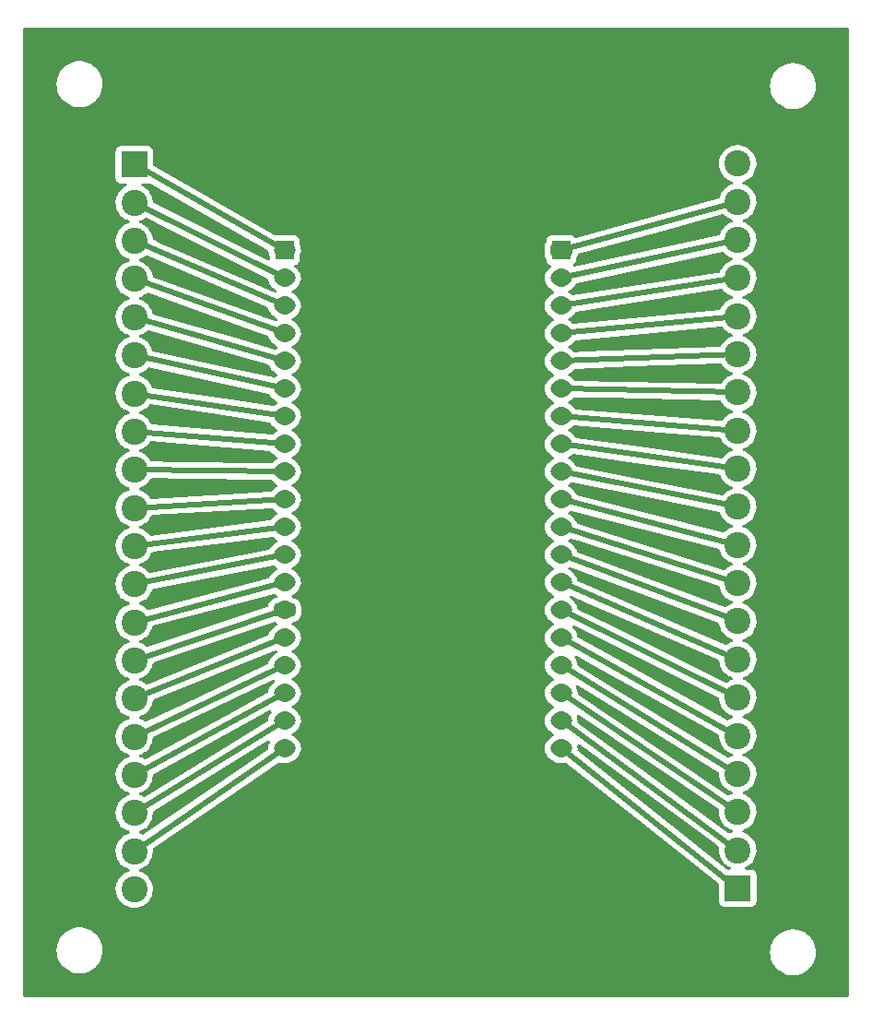
<source format=gbr>
%TF.GenerationSoftware,KiCad,Pcbnew,(6.0.4)*%
%TF.CreationDate,2022-05-05T20:07:30+02:00*%
%TF.ProjectId,ESP32_screwterminal,45535033-325f-4736-9372-65777465726d,-*%
%TF.SameCoordinates,Original*%
%TF.FileFunction,Copper,L2,Bot*%
%TF.FilePolarity,Positive*%
%FSLAX46Y46*%
G04 Gerber Fmt 4.6, Leading zero omitted, Abs format (unit mm)*
G04 Created by KiCad (PCBNEW (6.0.4)) date 2022-05-05 20:07:30*
%MOMM*%
%LPD*%
G01*
G04 APERTURE LIST*
G04 Aperture macros list*
%AMRoundRect*
0 Rectangle with rounded corners*
0 $1 Rounding radius*
0 $2 $3 $4 $5 $6 $7 $8 $9 X,Y pos of 4 corners*
0 Add a 4 corners polygon primitive as box body*
4,1,4,$2,$3,$4,$5,$6,$7,$8,$9,$2,$3,0*
0 Add four circle primitives for the rounded corners*
1,1,$1+$1,$2,$3*
1,1,$1+$1,$4,$5*
1,1,$1+$1,$6,$7*
1,1,$1+$1,$8,$9*
0 Add four rect primitives between the rounded corners*
20,1,$1+$1,$2,$3,$4,$5,0*
20,1,$1+$1,$4,$5,$6,$7,0*
20,1,$1+$1,$6,$7,$8,$9,0*
20,1,$1+$1,$8,$9,$2,$3,0*%
G04 Aperture macros list end*
%TA.AperFunction,ComponentPad*%
%ADD10R,2.400000X2.400000*%
%TD*%
%TA.AperFunction,ComponentPad*%
%ADD11C,2.400000*%
%TD*%
%TA.AperFunction,ComponentPad*%
%ADD12R,1.700000X1.700000*%
%TD*%
%TA.AperFunction,ComponentPad*%
%ADD13O,1.700000X1.700000*%
%TD*%
%TA.AperFunction,ComponentPad*%
%ADD14O,2.000000X1.200000*%
%TD*%
%TA.AperFunction,ComponentPad*%
%ADD15RoundRect,0.300000X-0.700000X0.300000X-0.700000X-0.300000X0.700000X-0.300000X0.700000X0.300000X0*%
%TD*%
%TA.AperFunction,Conductor*%
%ADD16C,0.500000*%
%TD*%
G04 APERTURE END LIST*
D10*
%TO.P,J4,1,Pin_1*%
%TO.N,Net-(J2-Pad1)*%
X110682000Y-53110000D03*
D11*
%TO.P,J4,2,Pin_2*%
%TO.N,Net-(J2-Pad2)*%
X110682000Y-56610000D03*
%TO.P,J4,3,Pin_3*%
%TO.N,Net-(J2-Pad3)*%
X110682000Y-60110000D03*
%TO.P,J4,4,Pin_4*%
%TO.N,Net-(J4-Pad4)*%
X110682000Y-63610000D03*
%TO.P,J4,5,Pin_5*%
%TO.N,Net-(J4-Pad5)*%
X110682000Y-67110000D03*
%TO.P,J4,6,Pin_6*%
%TO.N,Net-(J4-Pad6)*%
X110682000Y-70610000D03*
%TO.P,J4,7,Pin_7*%
%TO.N,Net-(J4-Pad7)*%
X110682000Y-74110000D03*
%TO.P,J4,8,Pin_8*%
%TO.N,Net-(J4-Pad8)*%
X110682000Y-77610000D03*
%TO.P,J4,9,Pin_9*%
%TO.N,Net-(J4-Pad9)*%
X110682000Y-81110000D03*
%TO.P,J4,10,Pin_10*%
%TO.N,Net-(J4-Pad10)*%
X110682000Y-84610000D03*
%TO.P,J4,11,Pin_11*%
%TO.N,Net-(J4-Pad11)*%
X110682000Y-88110000D03*
%TO.P,J4,12,Pin_12*%
%TO.N,Net-(J4-Pad12)*%
X110682000Y-91610000D03*
%TO.P,J4,13,Pin_13*%
%TO.N,Net-(J4-Pad13)*%
X110682000Y-95110000D03*
%TO.P,J4,14,Pin_14*%
%TO.N,Net-(J4-Pad14)*%
X110682000Y-98610000D03*
%TO.P,J4,15,Pin_15*%
%TO.N,Net-(J4-Pad15)*%
X110682000Y-102110000D03*
%TO.P,J4,16,Pin_16*%
%TO.N,Net-(J4-Pad16)*%
X110682000Y-105610000D03*
%TO.P,J4,17,Pin_17*%
%TO.N,Net-(J4-Pad17)*%
X110682000Y-109110000D03*
%TO.P,J4,18,Pin_18*%
%TO.N,Net-(J4-Pad18)*%
X110682000Y-112610000D03*
%TO.P,J4,19,Pin_19*%
%TO.N,Net-(J4-Pad19)*%
X110682000Y-116110000D03*
%TO.P,J4,20*%
%TO.N,N/C*%
X110682000Y-119610000D03*
%TD*%
D12*
%TO.P,J2,1,Pin_1*%
%TO.N,Net-(J2-Pad1)*%
X124485000Y-60970000D03*
D13*
%TO.P,J2,2,Pin_2*%
%TO.N,Net-(J2-Pad2)*%
X124485000Y-63510000D03*
%TO.P,J2,3,Pin_3*%
%TO.N,Net-(J2-Pad3)*%
X124485000Y-66050000D03*
%TO.P,J2,4,Pin_4*%
%TO.N,Net-(J4-Pad4)*%
X124485000Y-68590000D03*
%TO.P,J2,5,Pin_5*%
%TO.N,Net-(J4-Pad5)*%
X124485000Y-71130000D03*
%TO.P,J2,6,Pin_6*%
%TO.N,Net-(J4-Pad6)*%
X124485000Y-73670000D03*
%TO.P,J2,7,Pin_7*%
%TO.N,Net-(J4-Pad7)*%
X124485000Y-76210000D03*
%TO.P,J2,8,Pin_8*%
%TO.N,Net-(J4-Pad8)*%
X124485000Y-78750000D03*
%TO.P,J2,9,Pin_9*%
%TO.N,Net-(J4-Pad9)*%
X124485000Y-81290000D03*
%TO.P,J2,10,Pin_10*%
%TO.N,Net-(J4-Pad10)*%
X124485000Y-83830000D03*
%TO.P,J2,11,Pin_11*%
%TO.N,Net-(J4-Pad11)*%
X124485000Y-86370000D03*
%TO.P,J2,12,Pin_12*%
%TO.N,Net-(J4-Pad12)*%
X124485000Y-88910000D03*
%TO.P,J2,13,Pin_13*%
%TO.N,Net-(J4-Pad13)*%
X124485000Y-91450000D03*
%TO.P,J2,14,Pin_14*%
%TO.N,Net-(J4-Pad14)*%
X124485000Y-93990000D03*
%TO.P,J2,15,Pin_15*%
%TO.N,Net-(J4-Pad15)*%
X124485000Y-96530000D03*
%TO.P,J2,16,Pin_16*%
%TO.N,Net-(J4-Pad16)*%
X124485000Y-99070000D03*
%TO.P,J2,17,Pin_17*%
%TO.N,Net-(J4-Pad17)*%
X124485000Y-101610000D03*
%TO.P,J2,18,Pin_18*%
%TO.N,Net-(J4-Pad18)*%
X124485000Y-104150000D03*
%TO.P,J2,19,Pin_19*%
%TO.N,Net-(J4-Pad19)*%
X124485000Y-106690000D03*
%TD*%
D10*
%TO.P,J3,1,Pin_1*%
%TO.N,Net-(J1-Pad19)*%
X166116000Y-119522000D03*
D11*
%TO.P,J3,2,Pin_2*%
%TO.N,Net-(J1-Pad18)*%
X166116000Y-116022000D03*
%TO.P,J3,3,Pin_3*%
%TO.N,Net-(J1-Pad17)*%
X166116000Y-112522000D03*
%TO.P,J3,4,Pin_4*%
%TO.N,Net-(J1-Pad16)*%
X166116000Y-109022000D03*
%TO.P,J3,5,Pin_5*%
%TO.N,Net-(J1-Pad15)*%
X166116000Y-105522000D03*
%TO.P,J3,6,Pin_6*%
%TO.N,Net-(J1-Pad14)*%
X166116000Y-102022000D03*
%TO.P,J3,7,Pin_7*%
%TO.N,Net-(J1-Pad13)*%
X166116000Y-98522000D03*
%TO.P,J3,8,Pin_8*%
%TO.N,Net-(J1-Pad12)*%
X166116000Y-95022000D03*
%TO.P,J3,9,Pin_9*%
%TO.N,Net-(J1-Pad11)*%
X166116000Y-91522000D03*
%TO.P,J3,10,Pin_10*%
%TO.N,Net-(J1-Pad10)*%
X166116000Y-88022000D03*
%TO.P,J3,11,Pin_11*%
%TO.N,Net-(J1-Pad9)*%
X166116000Y-84522000D03*
%TO.P,J3,12,Pin_12*%
%TO.N,Net-(J1-Pad8)*%
X166116000Y-81022000D03*
%TO.P,J3,13,Pin_13*%
%TO.N,Net-(J1-Pad7)*%
X166116000Y-77522000D03*
%TO.P,J3,14,Pin_14*%
%TO.N,Net-(J1-Pad6)*%
X166116000Y-74022000D03*
%TO.P,J3,15,Pin_15*%
%TO.N,Net-(J1-Pad5)*%
X166116000Y-70522000D03*
%TO.P,J3,16,Pin_16*%
%TO.N,Net-(J1-Pad4)*%
X166116000Y-67022000D03*
%TO.P,J3,17,Pin_17*%
%TO.N,Net-(J1-Pad3)*%
X166116000Y-63522000D03*
%TO.P,J3,18,Pin_18*%
%TO.N,Net-(J1-Pad2)*%
X166116000Y-60022000D03*
%TO.P,J3,19,Pin_19*%
%TO.N,Net-(J1-Pad1)*%
X166116000Y-56522000D03*
%TO.P,J3,20*%
%TO.N,N/C*%
X166116000Y-53022000D03*
%TD*%
D14*
%TO.P,U1,1,3V3*%
%TO.N,unconnected-(U1-Pad1)*%
X124488680Y-60972720D03*
%TO.P,U1,2,CHIP_PU*%
%TO.N,unconnected-(U1-Pad2)*%
X124488680Y-63512720D03*
%TO.P,U1,3,SENSOR_VP/GPIO36/ADC1_CH0*%
%TO.N,unconnected-(U1-Pad3)*%
X124488680Y-66052720D03*
%TO.P,U1,4,SENSOR_VN/GPIO39/ADC1_CH3*%
%TO.N,unconnected-(U1-Pad4)*%
X124488680Y-68592720D03*
%TO.P,U1,5,VDET_1/GPIO34/ADC1_CH6*%
%TO.N,unconnected-(U1-Pad5)*%
X124488680Y-71132720D03*
%TO.P,U1,6,VDET_2/GPIO35/ADC1_CH7*%
%TO.N,unconnected-(U1-Pad6)*%
X124488680Y-73672720D03*
%TO.P,U1,7,32K_XP/GPIO32/ADC1_CH4*%
%TO.N,unconnected-(U1-Pad7)*%
X124488680Y-76212720D03*
%TO.P,U1,8,32K_XN/GPIO33/ADC1_CH5*%
%TO.N,unconnected-(U1-Pad8)*%
X124488680Y-78752720D03*
%TO.P,U1,9,DAC_1/ADC2_CH8/GPIO25*%
%TO.N,unconnected-(U1-Pad9)*%
X124488680Y-81292720D03*
%TO.P,U1,10,DAC_2/ADC2_CH9/GPIO26*%
%TO.N,unconnected-(U1-Pad10)*%
X124488680Y-83832720D03*
%TO.P,U1,11,ADC2_CH7/GPIO27*%
%TO.N,unconnected-(U1-Pad11)*%
X124488680Y-86372720D03*
%TO.P,U1,12,MTMS/GPIO14/ADC2_CH6*%
%TO.N,unconnected-(U1-Pad12)*%
X124488680Y-88912720D03*
%TO.P,U1,13,\u002AMTDI/GPIO12/ADC2_CH5*%
%TO.N,unconnected-(U1-Pad13)*%
X124488680Y-91452720D03*
D15*
%TO.P,U1,14,GND*%
%TO.N,unconnected-(U1-Pad14)*%
X124488680Y-93992720D03*
D14*
%TO.P,U1,15,MTCK/GPIO13/ADC2_CH4*%
%TO.N,unconnected-(U1-Pad15)*%
X124488680Y-96532720D03*
%TO.P,U1,16,SD_DATA2/GPIO9*%
%TO.N,unconnected-(U1-Pad16)*%
X124488680Y-99072720D03*
%TO.P,U1,17,SD_DATA3/GPIO10*%
%TO.N,unconnected-(U1-Pad17)*%
X124488680Y-101612720D03*
%TO.P,U1,18,CMD*%
%TO.N,unconnected-(U1-Pad18)*%
X124488680Y-104152720D03*
%TO.P,U1,19,5V*%
%TO.N,unconnected-(U1-Pad19)*%
X124488680Y-106692720D03*
%TO.P,U1,20,SD_CLK/GPIO6*%
%TO.N,unconnected-(U1-Pad20)*%
X149885000Y-106690000D03*
%TO.P,U1,21,SD_DATA0/GPIO7*%
%TO.N,unconnected-(U1-Pad21)*%
X149885000Y-104150000D03*
%TO.P,U1,22,SD_DATA1/GPIO8*%
%TO.N,unconnected-(U1-Pad22)*%
X149888680Y-101612720D03*
%TO.P,U1,23,\u002AMTDO/GPIO15/ADC2_CH3*%
%TO.N,unconnected-(U1-Pad23)*%
X149888680Y-99072720D03*
%TO.P,U1,24,ADC2_CH2/\u002AGPIO2*%
%TO.N,unconnected-(U1-Pad24)*%
X149888680Y-96532720D03*
%TO.P,U1,25,\u002AGPIO0/BOOT/ADC2_CH1*%
%TO.N,unconnected-(U1-Pad25)*%
X149888680Y-93992720D03*
%TO.P,U1,26,ADC2_CH0/GPIO4*%
%TO.N,unconnected-(U1-Pad26)*%
X149888680Y-91452720D03*
%TO.P,U1,27,GPIO16*%
%TO.N,unconnected-(U1-Pad27)*%
X149888680Y-88912720D03*
%TO.P,U1,28,GPIO17*%
%TO.N,unconnected-(U1-Pad28)*%
X149888680Y-86372720D03*
%TO.P,U1,29,\u002AGPIO5*%
%TO.N,unconnected-(U1-Pad29)*%
X149888680Y-83832720D03*
%TO.P,U1,30,GPIO18*%
%TO.N,unconnected-(U1-Pad30)*%
X149888680Y-81292720D03*
%TO.P,U1,31,GPIO19*%
%TO.N,unconnected-(U1-Pad31)*%
X149888680Y-78752720D03*
%TO.P,U1,32,GND*%
%TO.N,unconnected-(U1-Pad32)*%
X149888680Y-76212720D03*
%TO.P,U1,33,GPIO21*%
%TO.N,unconnected-(U1-Pad33)*%
X149888680Y-73672720D03*
%TO.P,U1,34,U0RXD/GPIO3*%
%TO.N,unconnected-(U1-Pad34)*%
X149888680Y-71132720D03*
%TO.P,U1,35,U0TXD/GPIO1*%
%TO.N,unconnected-(U1-Pad35)*%
X149888680Y-68592720D03*
%TO.P,U1,36,GPIO22*%
%TO.N,unconnected-(U1-Pad36)*%
X149888680Y-66052720D03*
%TO.P,U1,37,GPIO23*%
%TO.N,unconnected-(U1-Pad37)*%
X149888680Y-63512720D03*
D15*
%TO.P,U1,38,GND*%
%TO.N,unconnected-(U1-Pad38)*%
X149888680Y-60972720D03*
%TD*%
D12*
%TO.P,J1,1,Pin_1*%
%TO.N,Net-(J1-Pad1)*%
X149885000Y-60970000D03*
D13*
%TO.P,J1,2,Pin_2*%
%TO.N,Net-(J1-Pad2)*%
X149885000Y-63510000D03*
%TO.P,J1,3,Pin_3*%
%TO.N,Net-(J1-Pad3)*%
X149885000Y-66050000D03*
%TO.P,J1,4,Pin_4*%
%TO.N,Net-(J1-Pad4)*%
X149885000Y-68590000D03*
%TO.P,J1,5,Pin_5*%
%TO.N,Net-(J1-Pad5)*%
X149885000Y-71130000D03*
%TO.P,J1,6,Pin_6*%
%TO.N,Net-(J1-Pad6)*%
X149885000Y-73670000D03*
%TO.P,J1,7,Pin_7*%
%TO.N,Net-(J1-Pad7)*%
X149885000Y-76210000D03*
%TO.P,J1,8,Pin_8*%
%TO.N,Net-(J1-Pad8)*%
X149885000Y-78750000D03*
%TO.P,J1,9,Pin_9*%
%TO.N,Net-(J1-Pad9)*%
X149885000Y-81290000D03*
%TO.P,J1,10,Pin_10*%
%TO.N,Net-(J1-Pad10)*%
X149885000Y-83830000D03*
%TO.P,J1,11,Pin_11*%
%TO.N,Net-(J1-Pad11)*%
X149885000Y-86370000D03*
%TO.P,J1,12,Pin_12*%
%TO.N,Net-(J1-Pad12)*%
X149885000Y-88910000D03*
%TO.P,J1,13,Pin_13*%
%TO.N,Net-(J1-Pad13)*%
X149885000Y-91450000D03*
%TO.P,J1,14,Pin_14*%
%TO.N,Net-(J1-Pad14)*%
X149885000Y-93990000D03*
%TO.P,J1,15,Pin_15*%
%TO.N,Net-(J1-Pad15)*%
X149885000Y-96530000D03*
%TO.P,J1,16,Pin_16*%
%TO.N,Net-(J1-Pad16)*%
X149885000Y-99070000D03*
%TO.P,J1,17,Pin_17*%
%TO.N,Net-(J1-Pad17)*%
X149885000Y-101610000D03*
%TO.P,J1,18,Pin_18*%
%TO.N,Net-(J1-Pad18)*%
X149885000Y-104150000D03*
%TO.P,J1,19,Pin_19*%
%TO.N,Net-(J1-Pad19)*%
X149885000Y-106690000D03*
%TD*%
D16*
%TO.N,Net-(J1-Pad1)*%
X166116000Y-56522000D02*
X149885000Y-60970000D01*
%TO.N,Net-(J1-Pad2)*%
X166116000Y-60022000D02*
X149885000Y-63510000D01*
%TO.N,Net-(J1-Pad3)*%
X166116000Y-63522000D02*
X149885000Y-66050000D01*
%TO.N,Net-(J1-Pad4)*%
X166116000Y-67022000D02*
X149885000Y-68590000D01*
%TO.N,Net-(J1-Pad5)*%
X166116000Y-70522000D02*
X149885000Y-71130000D01*
%TO.N,Net-(J1-Pad6)*%
X166116000Y-74022000D02*
X149885000Y-73670000D01*
%TO.N,Net-(J1-Pad7)*%
X166116000Y-77522000D02*
X149885000Y-76210000D01*
%TO.N,Net-(J1-Pad8)*%
X166116000Y-81022000D02*
X149885000Y-78750000D01*
%TO.N,Net-(J1-Pad9)*%
X166116000Y-84522000D02*
X149885000Y-81290000D01*
%TO.N,Net-(J1-Pad10)*%
X166116000Y-88022000D02*
X149885000Y-83830000D01*
%TO.N,Net-(J1-Pad11)*%
X166116000Y-91522000D02*
X149885000Y-86370000D01*
%TO.N,Net-(J1-Pad12)*%
X166116000Y-95022000D02*
X149885000Y-88910000D01*
%TO.N,Net-(J1-Pad13)*%
X166116000Y-98522000D02*
X149885000Y-91450000D01*
%TO.N,Net-(J1-Pad14)*%
X166116000Y-102022000D02*
X149885000Y-93990000D01*
%TO.N,Net-(J1-Pad15)*%
X166116000Y-105522000D02*
X149885000Y-96530000D01*
%TO.N,Net-(J1-Pad16)*%
X166116000Y-109022000D02*
X149885000Y-99070000D01*
%TO.N,Net-(J1-Pad17)*%
X166116000Y-112522000D02*
X149885000Y-101610000D01*
%TO.N,Net-(J1-Pad18)*%
X166116000Y-116022000D02*
X149885000Y-104150000D01*
%TO.N,Net-(J1-Pad19)*%
X166116000Y-119522000D02*
X149885000Y-106690000D01*
%TO.N,Net-(J2-Pad1)*%
X110682000Y-53110000D02*
X124485000Y-60970000D01*
%TO.N,Net-(J2-Pad2)*%
X110682000Y-56610000D02*
X124485000Y-63510000D01*
%TO.N,Net-(J2-Pad3)*%
X110682000Y-60110000D02*
X124485000Y-66050000D01*
%TO.N,Net-(J4-Pad4)*%
X110682000Y-63610000D02*
X124485000Y-68590000D01*
%TO.N,Net-(J4-Pad5)*%
X110682000Y-67110000D02*
X124485000Y-71130000D01*
%TO.N,Net-(J4-Pad6)*%
X110682000Y-70610000D02*
X124485000Y-73670000D01*
%TO.N,Net-(J4-Pad7)*%
X110682000Y-74110000D02*
X124485000Y-76210000D01*
%TO.N,Net-(J4-Pad8)*%
X110682000Y-77610000D02*
X124485000Y-78750000D01*
%TO.N,Net-(J4-Pad9)*%
X110682000Y-81110000D02*
X124485000Y-81290000D01*
%TO.N,Net-(J4-Pad10)*%
X110682000Y-84610000D02*
X124485000Y-83830000D01*
%TO.N,Net-(J4-Pad11)*%
X110682000Y-88110000D02*
X124485000Y-86370000D01*
%TO.N,Net-(J4-Pad12)*%
X110682000Y-91610000D02*
X124485000Y-88910000D01*
%TO.N,Net-(J4-Pad13)*%
X110682000Y-95110000D02*
X124485000Y-91450000D01*
%TO.N,Net-(J4-Pad14)*%
X110682000Y-98610000D02*
X124485000Y-93990000D01*
%TO.N,Net-(J4-Pad15)*%
X110682000Y-102110000D02*
X124485000Y-96530000D01*
%TO.N,Net-(J4-Pad16)*%
X110682000Y-105610000D02*
X124485000Y-99070000D01*
%TO.N,Net-(J4-Pad17)*%
X110682000Y-109110000D02*
X124485000Y-101610000D01*
%TO.N,Net-(J4-Pad18)*%
X110682000Y-112610000D02*
X124485000Y-104150000D01*
%TO.N,Net-(J4-Pad19)*%
X110682000Y-116110000D02*
X124485000Y-106690000D01*
%TD*%
%TA.AperFunction,NonConductor*%
G36*
X164836955Y-57679720D02*
G01*
X164887978Y-57710470D01*
X164999990Y-57821509D01*
X165003307Y-57824797D01*
X165007069Y-57827555D01*
X165007072Y-57827558D01*
X165120255Y-57910547D01*
X165208094Y-57974953D01*
X165212229Y-57977129D01*
X165212233Y-57977131D01*
X165271531Y-58008329D01*
X165432827Y-58093191D01*
X165604781Y-58153240D01*
X165662497Y-58194581D01*
X165688701Y-58260565D01*
X165675072Y-58330241D01*
X165625936Y-58381487D01*
X165598497Y-58393160D01*
X165515993Y-58417208D01*
X165285380Y-58523522D01*
X165281471Y-58526085D01*
X165076928Y-58660189D01*
X165076923Y-58660193D01*
X165073015Y-58662755D01*
X164978289Y-58747301D01*
X164939724Y-58781722D01*
X164883562Y-58831848D01*
X164721183Y-59027087D01*
X164589447Y-59244182D01*
X164587638Y-59248496D01*
X164587637Y-59248498D01*
X164533852Y-59376762D01*
X164491246Y-59478365D01*
X164490096Y-59482893D01*
X164490094Y-59482899D01*
X164479062Y-59526339D01*
X164442908Y-59587441D01*
X164383414Y-59618512D01*
X151117512Y-62469320D01*
X151046710Y-62464076D01*
X150989982Y-62421386D01*
X150965339Y-62354804D01*
X150980605Y-62285468D01*
X151015475Y-62245306D01*
X151091080Y-62188643D01*
X151091081Y-62188642D01*
X151098261Y-62183261D01*
X151185615Y-62066705D01*
X151236745Y-61930316D01*
X151243500Y-61868134D01*
X151243500Y-61792561D01*
X151263502Y-61724440D01*
X151271021Y-61713962D01*
X151277156Y-61706277D01*
X151356101Y-61542972D01*
X151385922Y-61413805D01*
X151420734Y-61351931D01*
X151475390Y-61320630D01*
X152151141Y-61135445D01*
X159389061Y-59151940D01*
X164765970Y-57678433D01*
X164836955Y-57679720D01*
G37*
%TD.AperFunction*%
%TA.AperFunction,NonConductor*%
G36*
X164769888Y-61107552D02*
G01*
X164820508Y-61142733D01*
X164822963Y-61146020D01*
X165003307Y-61324797D01*
X165007069Y-61327555D01*
X165007072Y-61327558D01*
X165162418Y-61441462D01*
X165208094Y-61474953D01*
X165212229Y-61477129D01*
X165212233Y-61477131D01*
X165308553Y-61527807D01*
X165432827Y-61593191D01*
X165604781Y-61653240D01*
X165662497Y-61694581D01*
X165688701Y-61760565D01*
X165675072Y-61830241D01*
X165625936Y-61881487D01*
X165598497Y-61893160D01*
X165515993Y-61917208D01*
X165511740Y-61919168D01*
X165511739Y-61919169D01*
X165483818Y-61932041D01*
X165285380Y-62023522D01*
X165281471Y-62026085D01*
X165076928Y-62160189D01*
X165076923Y-62160193D01*
X165073015Y-62162755D01*
X164980524Y-62245306D01*
X164888574Y-62327375D01*
X164883562Y-62331848D01*
X164721183Y-62527087D01*
X164589447Y-62744182D01*
X164587638Y-62748496D01*
X164587637Y-62748498D01*
X164505444Y-62944506D01*
X164460655Y-62999592D01*
X164408638Y-63020279D01*
X164140448Y-63062050D01*
X150948990Y-65116637D01*
X150878602Y-65107357D01*
X150836408Y-65076941D01*
X150814670Y-65053051D01*
X150810619Y-65049852D01*
X150810615Y-65049848D01*
X150643414Y-64917800D01*
X150643410Y-64917798D01*
X150639359Y-64914598D01*
X150598053Y-64891796D01*
X150548084Y-64841364D01*
X150533312Y-64771921D01*
X150558428Y-64705516D01*
X150585780Y-64678909D01*
X150760651Y-64554176D01*
X150760657Y-64554171D01*
X150764860Y-64551173D01*
X150827460Y-64488792D01*
X150858698Y-64466033D01*
X150890260Y-64449778D01*
X151056600Y-64319116D01*
X151060532Y-64314585D01*
X151060535Y-64314582D01*
X151191301Y-64163887D01*
X151195232Y-64159357D01*
X151222486Y-64112248D01*
X151269728Y-64030586D01*
X151321153Y-63981637D01*
X151352318Y-63970493D01*
X164699086Y-61102308D01*
X164769888Y-61107552D01*
G37*
%TD.AperFunction*%
%TA.AperFunction,NonConductor*%
G36*
X164714719Y-64528140D02*
G01*
X164764680Y-64567970D01*
X164820171Y-64642282D01*
X164820176Y-64642288D01*
X164822963Y-64646020D01*
X164826272Y-64649300D01*
X164826277Y-64649306D01*
X164984989Y-64806638D01*
X165003307Y-64824797D01*
X165007069Y-64827555D01*
X165007072Y-64827558D01*
X165120255Y-64910547D01*
X165208094Y-64974953D01*
X165212229Y-64977129D01*
X165212233Y-64977131D01*
X165308026Y-65027530D01*
X165432827Y-65093191D01*
X165604781Y-65153240D01*
X165662497Y-65194581D01*
X165688701Y-65260565D01*
X165675072Y-65330241D01*
X165625936Y-65381487D01*
X165598497Y-65393160D01*
X165515993Y-65417208D01*
X165285380Y-65523522D01*
X165281471Y-65526085D01*
X165076928Y-65660189D01*
X165076923Y-65660193D01*
X165073015Y-65662755D01*
X165035746Y-65696019D01*
X164939724Y-65781722D01*
X164883562Y-65831848D01*
X164721183Y-66027087D01*
X164589447Y-66244182D01*
X164587638Y-66248496D01*
X164587637Y-66248498D01*
X164547218Y-66344886D01*
X164502429Y-66399972D01*
X164443137Y-66421576D01*
X151027127Y-67717633D01*
X150957398Y-67704274D01*
X150946664Y-67698069D01*
X150924888Y-67684009D01*
X150872122Y-67649937D01*
X150847282Y-67628890D01*
X150814670Y-67593051D01*
X150810619Y-67589852D01*
X150810615Y-67589848D01*
X150643414Y-67457800D01*
X150643410Y-67457798D01*
X150639359Y-67454598D01*
X150598053Y-67431796D01*
X150548084Y-67381364D01*
X150533312Y-67311921D01*
X150558428Y-67245516D01*
X150585780Y-67218909D01*
X150760651Y-67094176D01*
X150760657Y-67094171D01*
X150764860Y-67091173D01*
X150827460Y-67028792D01*
X150858698Y-67006033D01*
X150890260Y-66989778D01*
X151056600Y-66859116D01*
X151060532Y-66854585D01*
X151060535Y-66854582D01*
X151191295Y-66703894D01*
X151195232Y-66699357D01*
X151198238Y-66694161D01*
X151198243Y-66694154D01*
X151219614Y-66657214D01*
X151271040Y-66608266D01*
X151309286Y-66595811D01*
X164644331Y-64518860D01*
X164714719Y-64528140D01*
G37*
%TD.AperFunction*%
%TA.AperFunction,NonConductor*%
G36*
X164656948Y-67945078D02*
G01*
X164700293Y-67981746D01*
X164820171Y-68142282D01*
X164820176Y-68142288D01*
X164822963Y-68146020D01*
X164826272Y-68149300D01*
X164826277Y-68149306D01*
X164999990Y-68321509D01*
X165003307Y-68324797D01*
X165007069Y-68327555D01*
X165007072Y-68327558D01*
X165120255Y-68410547D01*
X165208094Y-68474953D01*
X165212229Y-68477129D01*
X165212233Y-68477131D01*
X165317252Y-68532384D01*
X165432827Y-68593191D01*
X165604781Y-68653240D01*
X165662497Y-68694581D01*
X165688701Y-68760565D01*
X165675072Y-68830241D01*
X165625936Y-68881487D01*
X165598497Y-68893160D01*
X165515993Y-68917208D01*
X165285380Y-69023522D01*
X165281471Y-69026085D01*
X165076928Y-69160189D01*
X165076923Y-69160193D01*
X165073015Y-69162755D01*
X164987190Y-69239357D01*
X164896466Y-69320331D01*
X164883562Y-69331848D01*
X164721183Y-69527087D01*
X164589447Y-69744182D01*
X164587639Y-69748495D01*
X164585518Y-69752657D01*
X164584257Y-69752015D01*
X164543414Y-69802264D01*
X164476708Y-69824375D01*
X151830283Y-70298100D01*
X151175751Y-70322618D01*
X151103672Y-70325318D01*
X151034850Y-70307880D01*
X151011824Y-70290424D01*
X150983159Y-70262983D01*
X150983158Y-70262982D01*
X150978830Y-70258839D01*
X150872117Y-70189934D01*
X150847282Y-70168890D01*
X150814670Y-70133051D01*
X150810619Y-70129852D01*
X150810615Y-70129848D01*
X150643414Y-69997800D01*
X150643410Y-69997798D01*
X150639359Y-69994598D01*
X150598053Y-69971796D01*
X150548084Y-69921364D01*
X150533312Y-69851921D01*
X150558428Y-69785516D01*
X150585780Y-69758909D01*
X150760651Y-69634176D01*
X150760657Y-69634171D01*
X150764860Y-69631173D01*
X150827460Y-69568792D01*
X150858698Y-69546033D01*
X150890260Y-69529778D01*
X151056600Y-69399116D01*
X151175427Y-69262180D01*
X151235178Y-69223841D01*
X151258470Y-69219347D01*
X164587219Y-67931719D01*
X164656948Y-67945078D01*
G37*
%TD.AperFunction*%
%TA.AperFunction,NonConductor*%
G36*
X164604764Y-71357657D02*
G01*
X164651650Y-71406492D01*
X164671025Y-71442551D01*
X164673820Y-71446294D01*
X164673822Y-71446297D01*
X164820171Y-71642282D01*
X164820176Y-71642288D01*
X164822963Y-71646020D01*
X164826272Y-71649300D01*
X164826277Y-71649306D01*
X164962038Y-71783887D01*
X165003307Y-71824797D01*
X165007069Y-71827555D01*
X165007072Y-71827558D01*
X165120255Y-71910547D01*
X165208094Y-71974953D01*
X165212229Y-71977129D01*
X165212233Y-71977131D01*
X165274424Y-72009851D01*
X165432827Y-72093191D01*
X165604781Y-72153240D01*
X165662497Y-72194581D01*
X165688701Y-72260565D01*
X165675072Y-72330241D01*
X165625936Y-72381487D01*
X165598497Y-72393160D01*
X165515993Y-72417208D01*
X165285380Y-72523522D01*
X165254581Y-72543715D01*
X165076928Y-72660189D01*
X165076923Y-72660193D01*
X165073015Y-72662755D01*
X164987178Y-72739367D01*
X164915903Y-72802983D01*
X164883562Y-72831848D01*
X164721183Y-73027087D01*
X164645421Y-73151940D01*
X164635545Y-73168215D01*
X164583106Y-73216076D01*
X164525094Y-73228820D01*
X151173406Y-72939264D01*
X151105736Y-72917790D01*
X151089008Y-72904312D01*
X151051270Y-72868185D01*
X151013312Y-72831848D01*
X150983159Y-72802983D01*
X150983158Y-72802982D01*
X150978830Y-72798839D01*
X150872117Y-72729934D01*
X150847282Y-72708890D01*
X150814670Y-72673051D01*
X150810619Y-72669852D01*
X150810615Y-72669848D01*
X150643414Y-72537800D01*
X150643410Y-72537798D01*
X150639359Y-72534598D01*
X150598053Y-72511796D01*
X150548084Y-72461364D01*
X150533312Y-72391921D01*
X150558428Y-72325516D01*
X150585780Y-72298909D01*
X150760651Y-72174176D01*
X150760657Y-72174171D01*
X150764860Y-72171173D01*
X150827460Y-72108792D01*
X150858698Y-72086033D01*
X150890260Y-72069778D01*
X151056600Y-71939116D01*
X151060535Y-71934582D01*
X151105058Y-71883273D01*
X151164812Y-71844932D01*
X151195507Y-71839941D01*
X156472155Y-71642282D01*
X164535943Y-71340219D01*
X164604764Y-71357657D01*
G37*
%TD.AperFunction*%
%TA.AperFunction,NonConductor*%
G36*
X153891617Y-74515569D02*
G01*
X164492511Y-74745470D01*
X164560182Y-74766944D01*
X164600771Y-74811802D01*
X164671025Y-74942551D01*
X164673820Y-74946294D01*
X164673822Y-74946297D01*
X164820171Y-75142282D01*
X164820176Y-75142288D01*
X164822963Y-75146020D01*
X164826272Y-75149300D01*
X164826277Y-75149306D01*
X164999990Y-75321509D01*
X165003307Y-75324797D01*
X165007069Y-75327555D01*
X165007072Y-75327558D01*
X165120255Y-75410547D01*
X165208094Y-75474953D01*
X165212229Y-75477129D01*
X165212233Y-75477131D01*
X165318501Y-75533041D01*
X165432827Y-75593191D01*
X165604781Y-75653240D01*
X165662497Y-75694581D01*
X165688701Y-75760565D01*
X165675072Y-75830241D01*
X165625936Y-75881487D01*
X165598497Y-75893160D01*
X165515993Y-75917208D01*
X165285380Y-76023522D01*
X165281471Y-76026085D01*
X165076928Y-76160189D01*
X165076923Y-76160193D01*
X165073015Y-76162755D01*
X164978289Y-76247301D01*
X164939724Y-76281722D01*
X164883562Y-76331848D01*
X164721183Y-76527087D01*
X164695495Y-76569421D01*
X164691429Y-76576121D01*
X164638991Y-76623982D01*
X164573560Y-76636346D01*
X151238903Y-75558466D01*
X151172615Y-75533041D01*
X151146287Y-75505777D01*
X151131626Y-75485109D01*
X150978830Y-75338839D01*
X150872117Y-75269934D01*
X150847282Y-75248890D01*
X150814670Y-75213051D01*
X150810619Y-75209852D01*
X150810615Y-75209848D01*
X150643414Y-75077800D01*
X150643410Y-75077798D01*
X150639359Y-75074598D01*
X150598053Y-75051796D01*
X150548084Y-75001364D01*
X150533312Y-74931921D01*
X150558428Y-74865516D01*
X150585780Y-74838909D01*
X150760651Y-74714176D01*
X150760657Y-74714171D01*
X150764860Y-74711173D01*
X150827460Y-74648792D01*
X150858698Y-74626033D01*
X150890260Y-74609778D01*
X151052138Y-74482621D01*
X151118064Y-74456271D01*
X151132701Y-74455737D01*
X153891617Y-74515569D01*
G37*
%TD.AperFunction*%
%TA.AperFunction,NonConductor*%
G36*
X160003563Y-77788888D02*
G01*
X164447867Y-78148134D01*
X164514154Y-78173559D01*
X164550222Y-78219185D01*
X164550831Y-78218858D01*
X164553041Y-78222971D01*
X164646023Y-78396019D01*
X164671025Y-78442551D01*
X164673820Y-78446294D01*
X164673822Y-78446297D01*
X164820171Y-78642282D01*
X164820176Y-78642288D01*
X164822963Y-78646020D01*
X164826272Y-78649300D01*
X164826277Y-78649306D01*
X164924859Y-78747031D01*
X165003307Y-78824797D01*
X165007069Y-78827555D01*
X165007072Y-78827558D01*
X165120255Y-78910547D01*
X165208094Y-78974953D01*
X165212229Y-78977129D01*
X165212233Y-78977131D01*
X165297730Y-79022113D01*
X165432827Y-79093191D01*
X165604781Y-79153240D01*
X165662497Y-79194581D01*
X165688701Y-79260565D01*
X165675072Y-79330241D01*
X165625936Y-79381487D01*
X165598498Y-79393160D01*
X165579685Y-79398644D01*
X165515993Y-79417208D01*
X165285380Y-79523522D01*
X165281471Y-79526085D01*
X165076928Y-79660189D01*
X165076923Y-79660193D01*
X165073015Y-79662755D01*
X165018831Y-79711116D01*
X164929135Y-79791173D01*
X164883562Y-79831848D01*
X164811154Y-79918909D01*
X164740885Y-80003398D01*
X164681947Y-80042982D01*
X164626546Y-80047612D01*
X156503437Y-78910547D01*
X151290608Y-78180860D01*
X151225918Y-78151608D01*
X151205305Y-78128977D01*
X151135092Y-78029995D01*
X151135091Y-78029994D01*
X151131626Y-78025109D01*
X150978830Y-77878839D01*
X150872117Y-77809934D01*
X150847282Y-77788890D01*
X150814670Y-77753051D01*
X150810619Y-77749852D01*
X150810615Y-77749848D01*
X150643414Y-77617800D01*
X150643410Y-77617798D01*
X150639359Y-77614598D01*
X150598053Y-77591796D01*
X150548084Y-77541364D01*
X150533312Y-77471921D01*
X150558428Y-77405516D01*
X150585780Y-77378909D01*
X150760651Y-77254176D01*
X150760657Y-77254171D01*
X150764860Y-77251173D01*
X150827460Y-77188792D01*
X150858698Y-77166033D01*
X150890260Y-77149778D01*
X150920021Y-77126401D01*
X150964052Y-77091814D01*
X151029978Y-77065464D01*
X151052037Y-77065310D01*
X160003563Y-77788888D01*
G37*
%TD.AperFunction*%
%TA.AperFunction,NonConductor*%
G36*
X150978053Y-79668900D02*
G01*
X157305167Y-80554563D01*
X164418711Y-81550310D01*
X164483400Y-81579562D01*
X164519831Y-81632516D01*
X164550831Y-81718858D01*
X164671025Y-81942551D01*
X164673820Y-81946294D01*
X164673822Y-81946297D01*
X164820171Y-82142282D01*
X164820176Y-82142288D01*
X164822963Y-82146020D01*
X164826272Y-82149300D01*
X164826277Y-82149306D01*
X164945555Y-82267547D01*
X165003307Y-82324797D01*
X165007069Y-82327555D01*
X165007072Y-82327558D01*
X165120255Y-82410547D01*
X165208094Y-82474953D01*
X165212229Y-82477129D01*
X165212233Y-82477131D01*
X165292456Y-82519338D01*
X165432827Y-82593191D01*
X165604781Y-82653240D01*
X165662497Y-82694581D01*
X165688701Y-82760565D01*
X165675072Y-82830241D01*
X165625936Y-82881487D01*
X165598497Y-82893160D01*
X165515993Y-82917208D01*
X165285380Y-83023522D01*
X165274191Y-83030858D01*
X165076928Y-83160189D01*
X165076923Y-83160193D01*
X165073015Y-83162755D01*
X164978288Y-83247302D01*
X164939724Y-83281722D01*
X164883562Y-83331848D01*
X164810373Y-83419848D01*
X164809243Y-83421207D01*
X164750305Y-83460790D01*
X164687762Y-83464211D01*
X158610845Y-82254144D01*
X151342862Y-80806906D01*
X151279960Y-80773986D01*
X151258239Y-80746137D01*
X151256486Y-80743088D01*
X151254006Y-80737633D01*
X151131626Y-80565109D01*
X150978830Y-80418839D01*
X150872117Y-80349934D01*
X150847282Y-80328890D01*
X150814670Y-80293051D01*
X150810619Y-80289852D01*
X150810615Y-80289848D01*
X150643414Y-80157800D01*
X150643410Y-80157798D01*
X150639359Y-80154598D01*
X150598053Y-80131796D01*
X150548084Y-80081364D01*
X150533312Y-80011921D01*
X150558428Y-79945516D01*
X150585780Y-79918909D01*
X150760651Y-79794176D01*
X150760657Y-79794171D01*
X150764860Y-79791173D01*
X150827460Y-79728792D01*
X150858698Y-79706033D01*
X150890260Y-79689778D01*
X150893233Y-79687442D01*
X150960645Y-79667683D01*
X150978053Y-79668900D01*
G37*
%TD.AperFunction*%
%TA.AperFunction,NonConductor*%
G36*
X157862638Y-83651940D02*
G01*
X164390014Y-84951704D01*
X164452916Y-84984624D01*
X164483994Y-85032701D01*
X164550831Y-85218858D01*
X164553048Y-85222984D01*
X164664107Y-85429675D01*
X164671025Y-85442551D01*
X164673820Y-85446294D01*
X164673822Y-85446297D01*
X164820171Y-85642282D01*
X164820176Y-85642288D01*
X164822963Y-85646020D01*
X164826272Y-85649300D01*
X164826277Y-85649306D01*
X164951227Y-85773170D01*
X165003307Y-85824797D01*
X165007069Y-85827555D01*
X165007072Y-85827558D01*
X165120255Y-85910547D01*
X165208094Y-85974953D01*
X165212229Y-85977129D01*
X165212233Y-85977131D01*
X165286147Y-86016019D01*
X165432827Y-86093191D01*
X165604781Y-86153240D01*
X165662497Y-86194581D01*
X165688701Y-86260565D01*
X165675072Y-86330241D01*
X165625936Y-86381487D01*
X165598497Y-86393160D01*
X165515993Y-86417208D01*
X165285380Y-86523522D01*
X165254581Y-86543715D01*
X165076928Y-86660189D01*
X165076923Y-86660193D01*
X165073015Y-86662755D01*
X164998322Y-86729421D01*
X164939724Y-86781722D01*
X164883562Y-86831848D01*
X164874062Y-86843271D01*
X164815124Y-86882854D01*
X164745682Y-86884697D01*
X152409652Y-83698656D01*
X151375421Y-83431544D01*
X151314466Y-83395143D01*
X151292228Y-83361698D01*
X151256486Y-83283088D01*
X151254006Y-83277633D01*
X151237152Y-83253872D01*
X151135092Y-83109995D01*
X151135091Y-83109994D01*
X151131626Y-83105109D01*
X150978830Y-82958839D01*
X150872117Y-82889934D01*
X150847282Y-82868890D01*
X150814670Y-82833051D01*
X150810619Y-82829852D01*
X150810615Y-82829848D01*
X150643414Y-82697800D01*
X150643410Y-82697798D01*
X150639359Y-82694598D01*
X150598053Y-82671796D01*
X150548084Y-82621364D01*
X150533312Y-82551921D01*
X150558428Y-82485516D01*
X150585780Y-82458909D01*
X150760651Y-82334176D01*
X150760657Y-82334171D01*
X150764860Y-82331173D01*
X150768525Y-82327521D01*
X150794675Y-82301463D01*
X150857047Y-82267547D01*
X150908220Y-82267141D01*
X157862638Y-83651940D01*
G37*
%TD.AperFunction*%
%TA.AperFunction,NonConductor*%
G36*
X150853159Y-84863437D02*
G01*
X164367240Y-88353735D01*
X164428195Y-88390136D01*
X164459311Y-88451151D01*
X164465021Y-88479857D01*
X164550831Y-88718858D01*
X164671025Y-88942551D01*
X164673820Y-88946294D01*
X164673822Y-88946297D01*
X164820171Y-89142282D01*
X164820176Y-89142288D01*
X164822963Y-89146020D01*
X164826272Y-89149300D01*
X164826277Y-89149306D01*
X164999990Y-89321509D01*
X165003307Y-89324797D01*
X165007069Y-89327555D01*
X165007072Y-89327558D01*
X165120255Y-89410547D01*
X165208094Y-89474953D01*
X165212229Y-89477129D01*
X165212233Y-89477131D01*
X165330289Y-89539243D01*
X165432827Y-89593191D01*
X165604781Y-89653240D01*
X165662497Y-89694581D01*
X165688701Y-89760565D01*
X165675072Y-89830241D01*
X165625936Y-89881487D01*
X165598497Y-89893160D01*
X165515993Y-89917208D01*
X165285380Y-90023522D01*
X165276656Y-90029242D01*
X165076928Y-90160189D01*
X165076923Y-90160193D01*
X165073015Y-90162755D01*
X165023848Y-90206638D01*
X164934525Y-90286362D01*
X164870384Y-90316800D01*
X164812504Y-90312454D01*
X151408954Y-86057935D01*
X151350077Y-86018261D01*
X151332373Y-85989992D01*
X151254006Y-85817633D01*
X151131626Y-85645109D01*
X150978830Y-85498839D01*
X150872117Y-85429934D01*
X150847282Y-85408890D01*
X150814670Y-85373051D01*
X150810619Y-85369852D01*
X150810615Y-85369848D01*
X150643414Y-85237800D01*
X150643410Y-85237798D01*
X150639359Y-85234598D01*
X150598053Y-85211796D01*
X150548084Y-85161364D01*
X150533312Y-85091921D01*
X150558428Y-85025516D01*
X150585780Y-84998909D01*
X150748483Y-84882855D01*
X150815556Y-84859581D01*
X150853159Y-84863437D01*
G37*
%TD.AperFunction*%
%TA.AperFunction,NonConductor*%
G36*
X150791989Y-87453687D02*
G01*
X151421035Y-87653357D01*
X164354567Y-91758685D01*
X164413444Y-91798359D01*
X164440026Y-91854199D01*
X164451245Y-91910598D01*
X164465021Y-91979857D01*
X164466600Y-91984255D01*
X164466602Y-91984262D01*
X164549248Y-92214449D01*
X164550831Y-92218858D01*
X164553048Y-92222984D01*
X164651402Y-92406030D01*
X164671025Y-92442551D01*
X164673820Y-92446294D01*
X164673822Y-92446297D01*
X164820171Y-92642282D01*
X164820176Y-92642288D01*
X164822963Y-92646020D01*
X164826272Y-92649300D01*
X164826277Y-92649306D01*
X164924859Y-92747031D01*
X165003307Y-92824797D01*
X165007069Y-92827555D01*
X165007072Y-92827558D01*
X165120255Y-92910547D01*
X165208094Y-92974953D01*
X165212229Y-92977129D01*
X165212233Y-92977131D01*
X165263767Y-93004244D01*
X165432827Y-93093191D01*
X165604781Y-93153240D01*
X165662497Y-93194581D01*
X165688701Y-93260565D01*
X165675072Y-93330241D01*
X165625936Y-93381487D01*
X165598497Y-93393160D01*
X165515993Y-93417208D01*
X165511740Y-93419168D01*
X165511739Y-93419169D01*
X165483818Y-93432041D01*
X165285380Y-93523522D01*
X165281471Y-93526085D01*
X165076928Y-93660189D01*
X165076923Y-93660193D01*
X165073015Y-93662755D01*
X165044883Y-93687864D01*
X165007006Y-93721670D01*
X164942865Y-93752108D01*
X164878703Y-93745584D01*
X151429932Y-88681270D01*
X151373230Y-88638545D01*
X151351842Y-88592872D01*
X151346875Y-88572262D01*
X151341555Y-88550186D01*
X151254006Y-88357633D01*
X151131626Y-88185109D01*
X150978830Y-88038839D01*
X150872117Y-87969934D01*
X150847282Y-87948890D01*
X150814670Y-87913051D01*
X150810619Y-87909852D01*
X150810615Y-87909848D01*
X150643414Y-87777800D01*
X150643410Y-87777798D01*
X150639359Y-87774598D01*
X150598053Y-87751796D01*
X150548084Y-87701364D01*
X150533312Y-87631921D01*
X150558428Y-87565516D01*
X150585780Y-87538909D01*
X150680701Y-87471203D01*
X150747774Y-87447929D01*
X150791989Y-87453687D01*
G37*
%TD.AperFunction*%
%TA.AperFunction,NonConductor*%
G36*
X150735385Y-90040719D02*
G01*
X156214326Y-92103887D01*
X164341650Y-95164340D01*
X164398352Y-95207065D01*
X164420826Y-95257675D01*
X164426587Y-95286638D01*
X164465021Y-95479857D01*
X164466600Y-95484255D01*
X164466602Y-95484262D01*
X164527477Y-95653811D01*
X164550831Y-95718858D01*
X164553048Y-95722984D01*
X164594950Y-95800967D01*
X164671025Y-95942551D01*
X164673820Y-95946294D01*
X164673822Y-95946297D01*
X164820171Y-96142282D01*
X164820176Y-96142288D01*
X164822963Y-96146020D01*
X164826272Y-96149300D01*
X164826277Y-96149306D01*
X164953001Y-96274928D01*
X165003307Y-96324797D01*
X165007069Y-96327555D01*
X165007072Y-96327558D01*
X165120255Y-96410547D01*
X165208094Y-96474953D01*
X165212229Y-96477129D01*
X165212233Y-96477131D01*
X165256582Y-96500464D01*
X165432827Y-96593191D01*
X165604781Y-96653240D01*
X165662497Y-96694581D01*
X165688701Y-96760565D01*
X165675072Y-96830241D01*
X165625936Y-96881487D01*
X165598497Y-96893160D01*
X165515993Y-96917208D01*
X165285380Y-97023522D01*
X165195650Y-97082352D01*
X165113157Y-97136437D01*
X165073015Y-97162755D01*
X165069524Y-97165871D01*
X165067947Y-97167081D01*
X165001727Y-97192683D01*
X164940913Y-97182632D01*
X151444019Y-91301908D01*
X151389559Y-91256360D01*
X151371856Y-91215917D01*
X151342961Y-91096019D01*
X151342960Y-91096017D01*
X151341555Y-91090186D01*
X151332787Y-91070900D01*
X151256486Y-90903088D01*
X151254006Y-90897633D01*
X151131626Y-90725109D01*
X150978830Y-90578839D01*
X150872117Y-90509934D01*
X150847282Y-90488890D01*
X150814670Y-90453051D01*
X150810619Y-90449852D01*
X150810615Y-90449848D01*
X150643414Y-90317800D01*
X150643410Y-90317798D01*
X150639359Y-90314598D01*
X150598053Y-90291796D01*
X150548084Y-90241364D01*
X150533312Y-90171921D01*
X150558428Y-90105516D01*
X150585777Y-90078911D01*
X150599004Y-90069476D01*
X150617815Y-90056058D01*
X150684886Y-90032784D01*
X150735385Y-90040719D01*
G37*
%TD.AperFunction*%
%TA.AperFunction,NonConductor*%
G36*
X150829362Y-92688838D02*
G01*
X152151514Y-93264912D01*
X164337708Y-98574552D01*
X164392168Y-98620100D01*
X164413233Y-98684019D01*
X164415480Y-98730798D01*
X164440250Y-98855327D01*
X164458474Y-98946941D01*
X164465021Y-98979857D01*
X164466600Y-98984255D01*
X164466602Y-98984262D01*
X164511022Y-99107980D01*
X164550831Y-99218858D01*
X164553048Y-99222984D01*
X164614015Y-99336449D01*
X164671025Y-99442551D01*
X164673820Y-99446294D01*
X164673822Y-99446297D01*
X164820171Y-99642282D01*
X164820176Y-99642288D01*
X164822963Y-99646020D01*
X164826272Y-99649300D01*
X164826277Y-99649306D01*
X164982805Y-99804473D01*
X165003307Y-99824797D01*
X165007069Y-99827555D01*
X165007072Y-99827558D01*
X165120255Y-99910547D01*
X165208094Y-99974953D01*
X165212229Y-99977129D01*
X165212233Y-99977131D01*
X165330289Y-100039243D01*
X165432827Y-100093191D01*
X165604781Y-100153240D01*
X165662497Y-100194581D01*
X165688701Y-100260565D01*
X165675072Y-100330241D01*
X165625936Y-100381487D01*
X165598497Y-100393160D01*
X165515993Y-100417208D01*
X165511740Y-100419168D01*
X165511739Y-100419169D01*
X165483818Y-100432041D01*
X165285380Y-100523522D01*
X165136093Y-100621399D01*
X165068159Y-100642022D01*
X165011127Y-100628956D01*
X154516765Y-95435763D01*
X151458143Y-93922187D01*
X151405961Y-93874047D01*
X151392305Y-93835534D01*
X151391113Y-93835821D01*
X151342961Y-93636019D01*
X151342960Y-93636017D01*
X151341555Y-93630186D01*
X151334235Y-93614085D01*
X151256486Y-93443088D01*
X151254006Y-93437633D01*
X151131626Y-93265109D01*
X151001042Y-93140102D01*
X150983159Y-93122983D01*
X150983158Y-93122983D01*
X150978830Y-93118839D01*
X150872117Y-93049934D01*
X150847282Y-93028890D01*
X150814670Y-92993051D01*
X150810619Y-92989852D01*
X150810615Y-92989848D01*
X150700940Y-92903232D01*
X150659877Y-92845315D01*
X150656645Y-92774392D01*
X150692271Y-92712980D01*
X150755442Y-92680578D01*
X150829362Y-92688838D01*
G37*
%TD.AperFunction*%
%TA.AperFunction,NonConductor*%
G36*
X151076285Y-95427873D02*
G01*
X151096408Y-95435763D01*
X164123139Y-101882113D01*
X164339026Y-101988946D01*
X164391208Y-102037086D01*
X164408997Y-102095828D01*
X164409908Y-102114798D01*
X164415255Y-102226125D01*
X164415256Y-102226132D01*
X164415480Y-102230798D01*
X164421161Y-102259357D01*
X164437268Y-102340331D01*
X164465021Y-102479857D01*
X164466600Y-102484255D01*
X164466602Y-102484262D01*
X164527608Y-102654176D01*
X164550831Y-102718858D01*
X164671025Y-102942551D01*
X164673820Y-102946294D01*
X164673822Y-102946297D01*
X164820171Y-103142282D01*
X164820176Y-103142288D01*
X164822963Y-103146020D01*
X164826272Y-103149300D01*
X164826277Y-103149306D01*
X164954202Y-103276119D01*
X165003307Y-103324797D01*
X165007069Y-103327555D01*
X165007072Y-103327558D01*
X165120255Y-103410547D01*
X165208094Y-103474953D01*
X165212229Y-103477129D01*
X165212233Y-103477131D01*
X165330289Y-103539243D01*
X165432827Y-103593191D01*
X165604781Y-103653240D01*
X165662497Y-103694581D01*
X165688701Y-103760565D01*
X165675072Y-103830241D01*
X165625936Y-103881487D01*
X165598498Y-103893160D01*
X165579685Y-103898644D01*
X165515993Y-103917208D01*
X165285380Y-104023522D01*
X165281471Y-104026085D01*
X165207466Y-104074605D01*
X165139531Y-104095228D01*
X165077321Y-104079449D01*
X153309887Y-97560272D01*
X151458434Y-96534564D01*
X151408539Y-96484056D01*
X151393629Y-96430174D01*
X151391390Y-96381811D01*
X151391113Y-96375821D01*
X151341555Y-96170186D01*
X151332062Y-96149306D01*
X151256486Y-95983088D01*
X151254006Y-95977633D01*
X151153007Y-95835251D01*
X151135092Y-95809995D01*
X151135091Y-95809994D01*
X151131626Y-95805109D01*
X150978830Y-95658839D01*
X150972175Y-95654542D01*
X150971544Y-95653811D01*
X150969089Y-95651872D01*
X150969463Y-95651398D01*
X150925798Y-95600786D01*
X150915847Y-95530490D01*
X150945479Y-95465974D01*
X151005288Y-95427719D01*
X151076285Y-95427873D01*
G37*
%TD.AperFunction*%
%TA.AperFunction,NonConductor*%
G36*
X151314764Y-98189212D02*
G01*
X152811351Y-99018324D01*
X164340051Y-105405243D01*
X164389946Y-105455751D01*
X164404846Y-105509413D01*
X164415480Y-105730798D01*
X164433817Y-105822983D01*
X164462104Y-105965191D01*
X164465021Y-105979857D01*
X164466600Y-105984255D01*
X164466602Y-105984262D01*
X164520692Y-106134913D01*
X164550831Y-106218858D01*
X164553048Y-106222984D01*
X164665468Y-106432208D01*
X164671025Y-106442551D01*
X164673820Y-106446294D01*
X164673822Y-106446297D01*
X164820171Y-106642282D01*
X164820176Y-106642288D01*
X164822963Y-106646020D01*
X164826272Y-106649300D01*
X164826277Y-106649306D01*
X164999990Y-106821509D01*
X165003307Y-106824797D01*
X165007069Y-106827555D01*
X165007072Y-106827558D01*
X165120255Y-106910547D01*
X165208094Y-106974953D01*
X165212229Y-106977129D01*
X165212233Y-106977131D01*
X165330289Y-107039243D01*
X165432827Y-107093191D01*
X165604781Y-107153240D01*
X165662497Y-107194581D01*
X165688701Y-107260565D01*
X165675072Y-107330241D01*
X165625936Y-107381487D01*
X165598497Y-107393160D01*
X165515993Y-107417208D01*
X165285380Y-107523522D01*
X165281474Y-107526083D01*
X165281472Y-107526084D01*
X165273812Y-107531106D01*
X165205875Y-107551726D01*
X165138869Y-107533147D01*
X154577768Y-101057633D01*
X151456981Y-99144130D01*
X151409363Y-99091471D01*
X151396978Y-99042539D01*
X151394077Y-98979857D01*
X151391113Y-98915821D01*
X151347628Y-98735386D01*
X151342961Y-98716019D01*
X151342960Y-98716017D01*
X151341555Y-98710186D01*
X151298205Y-98614842D01*
X151256486Y-98523088D01*
X151254006Y-98517633D01*
X151150934Y-98372328D01*
X151127836Y-98305194D01*
X151144700Y-98236229D01*
X151196172Y-98187330D01*
X151265910Y-98174021D01*
X151314764Y-98189212D01*
G37*
%TD.AperFunction*%
%TA.AperFunction,NonConductor*%
G36*
X151411830Y-100900974D02*
G01*
X151441993Y-100914395D01*
X155613571Y-103472188D01*
X164346829Y-108826965D01*
X164394446Y-108879622D01*
X164406332Y-108947003D01*
X164403296Y-108977151D01*
X164403520Y-108981817D01*
X164403520Y-108981822D01*
X164407523Y-109065151D01*
X164415480Y-109230798D01*
X164465021Y-109479857D01*
X164466600Y-109484255D01*
X164466602Y-109484262D01*
X164511022Y-109607980D01*
X164550831Y-109718858D01*
X164671025Y-109942551D01*
X164673820Y-109946294D01*
X164673822Y-109946297D01*
X164820171Y-110142282D01*
X164820176Y-110142288D01*
X164822963Y-110146020D01*
X164826272Y-110149300D01*
X164826277Y-110149306D01*
X164924859Y-110247031D01*
X165003307Y-110324797D01*
X165007069Y-110327555D01*
X165007072Y-110327558D01*
X165120255Y-110410547D01*
X165208094Y-110474953D01*
X165212229Y-110477129D01*
X165212233Y-110477131D01*
X165330289Y-110539243D01*
X165432827Y-110593191D01*
X165604781Y-110653240D01*
X165662497Y-110694581D01*
X165688701Y-110760565D01*
X165675072Y-110830241D01*
X165625936Y-110881487D01*
X165598497Y-110893160D01*
X165515993Y-110917208D01*
X165511740Y-110919168D01*
X165511739Y-110919169D01*
X165326663Y-111004490D01*
X165256426Y-111014845D01*
X165203613Y-110994630D01*
X165183578Y-110981160D01*
X155116395Y-104213056D01*
X151455821Y-101752075D01*
X151410448Y-101697469D01*
X151400255Y-101653335D01*
X151397660Y-101597278D01*
X151391113Y-101455821D01*
X151341555Y-101250186D01*
X151298205Y-101154842D01*
X151261431Y-101073963D01*
X151251443Y-101003672D01*
X151281044Y-100939140D01*
X151340834Y-100900856D01*
X151411830Y-100900974D01*
G37*
%TD.AperFunction*%
%TA.AperFunction,NonConductor*%
G36*
X151484583Y-103606358D02*
G01*
X151519183Y-103622629D01*
X164358834Y-112254646D01*
X164404207Y-112309252D01*
X164413901Y-112371836D01*
X164403296Y-112477151D01*
X164403520Y-112481817D01*
X164403520Y-112481822D01*
X164407523Y-112565151D01*
X164415480Y-112730798D01*
X164465021Y-112979857D01*
X164466600Y-112984255D01*
X164466602Y-112984262D01*
X164511022Y-113107980D01*
X164550831Y-113218858D01*
X164671025Y-113442551D01*
X164673820Y-113446294D01*
X164673822Y-113446297D01*
X164820171Y-113642282D01*
X164820176Y-113642288D01*
X164822963Y-113646020D01*
X164826272Y-113649300D01*
X164826277Y-113649306D01*
X164924859Y-113747031D01*
X165003307Y-113824797D01*
X165007069Y-113827555D01*
X165007072Y-113827558D01*
X165120255Y-113910547D01*
X165208094Y-113974953D01*
X165212229Y-113977129D01*
X165212233Y-113977131D01*
X165330289Y-114039243D01*
X165432827Y-114093191D01*
X165604781Y-114153240D01*
X165662497Y-114194581D01*
X165688701Y-114260565D01*
X165675072Y-114330241D01*
X165625936Y-114381487D01*
X165598497Y-114393160D01*
X165515993Y-114417208D01*
X165511740Y-114419168D01*
X165511739Y-114419169D01*
X165393632Y-114473617D01*
X165323395Y-114483972D01*
X165266494Y-114460890D01*
X156319538Y-107916731D01*
X151443723Y-104350366D01*
X151400551Y-104294006D01*
X151393415Y-104230588D01*
X151397213Y-104204396D01*
X151387433Y-103993101D01*
X151342356Y-103806058D01*
X151339281Y-103793299D01*
X151339280Y-103793297D01*
X151337875Y-103787466D01*
X151335390Y-103782000D01*
X151334184Y-103779347D01*
X151333978Y-103777899D01*
X151333440Y-103776336D01*
X151333741Y-103776232D01*
X151324196Y-103709056D01*
X151353797Y-103644525D01*
X151413586Y-103606240D01*
X151484583Y-103606358D01*
G37*
%TD.AperFunction*%
%TA.AperFunction,NonConductor*%
G36*
X151547588Y-106307679D02*
G01*
X151564070Y-106317886D01*
X155666817Y-109318798D01*
X163894016Y-115336498D01*
X164370241Y-115684828D01*
X164413414Y-115741189D01*
X164421220Y-115799151D01*
X164403296Y-115977151D01*
X164403520Y-115981817D01*
X164403520Y-115981822D01*
X164407523Y-116065151D01*
X164415480Y-116230798D01*
X164465021Y-116479857D01*
X164466600Y-116484255D01*
X164466602Y-116484262D01*
X164511022Y-116607980D01*
X164550831Y-116718858D01*
X164671025Y-116942551D01*
X164673820Y-116946294D01*
X164673822Y-116946297D01*
X164820171Y-117142282D01*
X164820176Y-117142288D01*
X164822963Y-117146020D01*
X164826272Y-117149300D01*
X164826277Y-117149306D01*
X164924859Y-117247031D01*
X165003307Y-117324797D01*
X165007069Y-117327555D01*
X165007072Y-117327558D01*
X165120255Y-117410547D01*
X165208094Y-117474953D01*
X165212229Y-117477129D01*
X165212233Y-117477131D01*
X165400137Y-117575992D01*
X165451109Y-117625411D01*
X165467272Y-117694544D01*
X165443493Y-117761440D01*
X165387322Y-117804860D01*
X165341469Y-117813500D01*
X165221764Y-117813500D01*
X165153643Y-117793498D01*
X165143621Y-117786342D01*
X165077727Y-117734247D01*
X151431523Y-106945750D01*
X151390491Y-106887813D01*
X151384971Y-106828829D01*
X151396352Y-106750336D01*
X151396352Y-106750333D01*
X151397213Y-106744396D01*
X151387433Y-106533101D01*
X151367190Y-106449105D01*
X151370675Y-106378195D01*
X151411944Y-106320425D01*
X151477895Y-106294138D01*
X151547588Y-106307679D01*
G37*
%TD.AperFunction*%
%TA.AperFunction,NonConductor*%
G36*
X112131235Y-54808111D02*
G01*
X122919274Y-60951268D01*
X122968573Y-61002358D01*
X122982790Y-61054934D01*
X122986247Y-61129619D01*
X122987651Y-61135444D01*
X122987651Y-61135445D01*
X123032281Y-61320630D01*
X123035805Y-61335254D01*
X123038287Y-61340712D01*
X123038288Y-61340716D01*
X123115201Y-61509876D01*
X123126500Y-61562027D01*
X123126500Y-61779053D01*
X123106498Y-61847174D01*
X123052842Y-61893667D01*
X122982568Y-61903771D01*
X122944161Y-61891756D01*
X122890072Y-61864717D01*
X112459956Y-56650793D01*
X112407968Y-56602442D01*
X112390641Y-56547428D01*
X112376818Y-56361411D01*
X112376817Y-56361407D01*
X112376472Y-56356759D01*
X112356560Y-56268759D01*
X112321459Y-56113639D01*
X112320428Y-56109082D01*
X112228391Y-55872409D01*
X112207866Y-55836498D01*
X112104702Y-55655997D01*
X112104700Y-55655995D01*
X112102383Y-55651940D01*
X111945171Y-55452517D01*
X111820721Y-55335447D01*
X111763610Y-55281722D01*
X111763608Y-55281720D01*
X111760209Y-55278523D01*
X111637969Y-55193722D01*
X111555393Y-55136437D01*
X111555390Y-55136435D01*
X111551561Y-55133779D01*
X111506429Y-55111522D01*
X111396896Y-55057506D01*
X111344647Y-55009437D01*
X111326681Y-54940752D01*
X111348700Y-54873256D01*
X111403716Y-54828380D01*
X111452625Y-54818500D01*
X111930134Y-54818500D01*
X111992316Y-54811745D01*
X112024656Y-54799621D01*
X112095463Y-54794438D01*
X112131235Y-54808111D01*
G37*
%TD.AperFunction*%
%TA.AperFunction,NonConductor*%
G36*
X111782914Y-58008329D02*
G01*
X113430310Y-58831848D01*
X122918449Y-63574887D01*
X122970437Y-63623238D01*
X122986167Y-63667886D01*
X122986247Y-63669619D01*
X123035805Y-63875254D01*
X123038287Y-63880712D01*
X123038288Y-63880716D01*
X123081733Y-63976266D01*
X123123354Y-64067807D01*
X123245734Y-64240331D01*
X123398530Y-64386601D01*
X123493257Y-64447766D01*
X123520142Y-64471116D01*
X123527861Y-64480027D01*
X123527868Y-64480034D01*
X123531250Y-64483938D01*
X123535225Y-64487238D01*
X123535228Y-64487241D01*
X123684095Y-64610833D01*
X123723730Y-64669736D01*
X123725228Y-64740717D01*
X123688113Y-64801239D01*
X123624169Y-64832088D01*
X123553805Y-64823515D01*
X113096688Y-60323386D01*
X112458685Y-60048827D01*
X112404019Y-60003526D01*
X112382838Y-59942426D01*
X112376818Y-59861412D01*
X112376818Y-59861409D01*
X112376472Y-59856759D01*
X112371544Y-59834978D01*
X112322504Y-59618255D01*
X112320428Y-59609082D01*
X112228391Y-59372409D01*
X112207866Y-59336498D01*
X112104702Y-59155997D01*
X112104700Y-59155995D01*
X112102383Y-59151940D01*
X111945171Y-58952517D01*
X111820721Y-58835447D01*
X111763610Y-58781722D01*
X111763608Y-58781720D01*
X111760209Y-58778523D01*
X111637969Y-58693722D01*
X111555393Y-58636437D01*
X111555390Y-58636435D01*
X111551561Y-58633779D01*
X111547384Y-58631719D01*
X111547377Y-58631715D01*
X111327996Y-58523528D01*
X111327992Y-58523527D01*
X111323810Y-58521464D01*
X111197901Y-58481160D01*
X111139121Y-58441342D01*
X111111199Y-58376067D01*
X111123000Y-58306058D01*
X111170778Y-58253543D01*
X111204234Y-58239310D01*
X111223464Y-58234247D01*
X111239793Y-58229948D01*
X111441851Y-58143138D01*
X111468807Y-58131557D01*
X111468810Y-58131555D01*
X111473110Y-58129708D01*
X111477090Y-58127245D01*
X111477094Y-58127243D01*
X111615316Y-58041708D01*
X111660274Y-58013888D01*
X111728724Y-57995050D01*
X111782914Y-58008329D01*
G37*
%TD.AperFunction*%
%TA.AperFunction,NonConductor*%
G36*
X111860140Y-61442756D02*
G01*
X122934023Y-66208304D01*
X122988688Y-66253605D01*
X123006708Y-66294521D01*
X123016825Y-66336498D01*
X123035805Y-66415254D01*
X123038287Y-66420712D01*
X123038288Y-66420716D01*
X123081733Y-66516266D01*
X123123354Y-66607807D01*
X123245734Y-66780331D01*
X123398530Y-66926601D01*
X123493257Y-66987766D01*
X123520142Y-67011116D01*
X123527861Y-67020027D01*
X123527868Y-67020034D01*
X123531250Y-67023938D01*
X123703126Y-67166632D01*
X123773595Y-67207811D01*
X123776445Y-67209476D01*
X123825169Y-67261114D01*
X123838240Y-67330897D01*
X123811509Y-67396669D01*
X123771055Y-67430027D01*
X123758607Y-67436507D01*
X123754473Y-67439611D01*
X123736499Y-67453106D01*
X123670014Y-67478011D01*
X123618085Y-67470867D01*
X112455724Y-63443587D01*
X112398435Y-63401653D01*
X112375593Y-63352873D01*
X112321459Y-63113639D01*
X112320428Y-63109082D01*
X112297131Y-63049174D01*
X112230084Y-62876762D01*
X112230083Y-62876760D01*
X112228391Y-62872409D01*
X112226073Y-62868353D01*
X112104702Y-62655997D01*
X112104700Y-62655995D01*
X112102383Y-62651940D01*
X111945171Y-62452517D01*
X111843109Y-62356507D01*
X111763610Y-62281722D01*
X111763608Y-62281720D01*
X111760209Y-62278523D01*
X111637969Y-62193722D01*
X111555393Y-62136437D01*
X111555390Y-62136435D01*
X111551561Y-62133779D01*
X111547384Y-62131719D01*
X111547377Y-62131715D01*
X111327996Y-62023528D01*
X111327992Y-62023527D01*
X111323810Y-62021464D01*
X111197901Y-61981160D01*
X111139121Y-61941342D01*
X111111199Y-61876067D01*
X111123000Y-61806058D01*
X111170778Y-61753543D01*
X111204234Y-61739310D01*
X111223464Y-61734247D01*
X111239793Y-61729948D01*
X111441851Y-61643138D01*
X111468807Y-61631557D01*
X111468810Y-61631555D01*
X111473110Y-61629708D01*
X111477090Y-61627245D01*
X111477094Y-61627243D01*
X111685072Y-61498542D01*
X111685074Y-61498541D01*
X111689047Y-61496082D01*
X111692606Y-61493069D01*
X111692613Y-61493064D01*
X111728922Y-61462326D01*
X111793838Y-61433578D01*
X111860140Y-61442756D01*
G37*
%TD.AperFunction*%
%TA.AperFunction,NonConductor*%
G36*
X111936824Y-64869087D02*
G01*
X122365213Y-68631557D01*
X122950394Y-68842685D01*
X123007683Y-68884619D01*
X123030125Y-68931686D01*
X123035805Y-68955254D01*
X123038287Y-68960712D01*
X123038288Y-68960716D01*
X123081733Y-69056266D01*
X123123354Y-69147807D01*
X123245734Y-69320331D01*
X123398530Y-69466601D01*
X123492205Y-69527087D01*
X123493257Y-69527766D01*
X123520142Y-69551116D01*
X123527861Y-69560027D01*
X123527868Y-69560034D01*
X123531250Y-69563938D01*
X123703126Y-69706632D01*
X123760545Y-69740185D01*
X123776445Y-69749476D01*
X123825169Y-69801114D01*
X123838240Y-69870897D01*
X123811509Y-69936669D01*
X123771055Y-69970027D01*
X123758607Y-69976507D01*
X123754474Y-69979610D01*
X123754471Y-69979612D01*
X123663205Y-70048137D01*
X123596720Y-70073043D01*
X123552320Y-70068351D01*
X119964813Y-69023522D01*
X112437265Y-66831191D01*
X112377455Y-66792939D01*
X112349605Y-66738025D01*
X112321459Y-66613639D01*
X112320428Y-66609082D01*
X112287979Y-66525639D01*
X112230084Y-66376762D01*
X112230083Y-66376760D01*
X112228391Y-66372409D01*
X112226073Y-66368353D01*
X112104702Y-66155997D01*
X112104700Y-66155995D01*
X112102383Y-66151940D01*
X111945171Y-65952517D01*
X111820721Y-65835447D01*
X111763610Y-65781722D01*
X111763608Y-65781720D01*
X111760209Y-65778523D01*
X111637969Y-65693722D01*
X111555393Y-65636437D01*
X111555390Y-65636435D01*
X111551561Y-65633779D01*
X111547384Y-65631719D01*
X111547377Y-65631715D01*
X111327996Y-65523528D01*
X111327992Y-65523527D01*
X111323810Y-65521464D01*
X111197901Y-65481160D01*
X111139121Y-65441342D01*
X111111199Y-65376067D01*
X111123000Y-65306058D01*
X111170778Y-65253543D01*
X111204234Y-65239310D01*
X111223464Y-65234247D01*
X111239793Y-65229948D01*
X111441851Y-65143138D01*
X111468807Y-65131557D01*
X111468810Y-65131555D01*
X111473110Y-65129708D01*
X111477090Y-65127245D01*
X111477094Y-65127243D01*
X111685064Y-64998547D01*
X111685066Y-64998545D01*
X111689047Y-64996082D01*
X111812655Y-64891441D01*
X111877568Y-64862693D01*
X111936824Y-64869087D01*
G37*
%TD.AperFunction*%
%TA.AperFunction,NonConductor*%
G36*
X112017369Y-68288928D02*
G01*
X116422271Y-69571816D01*
X122981687Y-71482188D01*
X123041497Y-71520440D01*
X123061154Y-71551010D01*
X123120870Y-71682345D01*
X123120873Y-71682350D01*
X123123354Y-71687807D01*
X123245734Y-71860331D01*
X123300541Y-71912797D01*
X123384379Y-71993054D01*
X123398530Y-72006601D01*
X123493257Y-72067766D01*
X123520142Y-72091116D01*
X123527861Y-72100027D01*
X123527868Y-72100034D01*
X123531250Y-72103938D01*
X123703126Y-72246632D01*
X123714953Y-72253543D01*
X123776445Y-72289476D01*
X123825169Y-72341114D01*
X123838240Y-72410897D01*
X123811509Y-72476669D01*
X123771055Y-72510027D01*
X123758607Y-72516507D01*
X123754474Y-72519610D01*
X123754471Y-72519612D01*
X123583316Y-72648119D01*
X123516831Y-72673025D01*
X123480392Y-72670372D01*
X123478029Y-72669848D01*
X119461215Y-71779357D01*
X112419200Y-70218206D01*
X112357023Y-70183935D01*
X112323579Y-70123005D01*
X112321460Y-70113642D01*
X112321459Y-70113640D01*
X112320428Y-70109082D01*
X112270080Y-69979612D01*
X112230084Y-69876762D01*
X112230083Y-69876760D01*
X112228391Y-69872409D01*
X112220827Y-69859174D01*
X112104702Y-69655997D01*
X112104700Y-69655995D01*
X112102383Y-69651940D01*
X111945171Y-69452517D01*
X111820721Y-69335447D01*
X111763610Y-69281722D01*
X111763608Y-69281720D01*
X111760209Y-69278523D01*
X111637969Y-69193722D01*
X111555393Y-69136437D01*
X111555390Y-69136435D01*
X111551561Y-69133779D01*
X111547384Y-69131719D01*
X111547377Y-69131715D01*
X111327996Y-69023528D01*
X111327992Y-69023527D01*
X111323810Y-69021464D01*
X111197901Y-68981160D01*
X111139121Y-68941342D01*
X111111199Y-68876067D01*
X111123000Y-68806058D01*
X111170778Y-68753543D01*
X111204234Y-68739310D01*
X111223464Y-68734247D01*
X111239793Y-68729948D01*
X111422830Y-68651310D01*
X111468807Y-68631557D01*
X111468810Y-68631555D01*
X111473110Y-68629708D01*
X111477090Y-68627245D01*
X111477094Y-68627243D01*
X111685064Y-68498547D01*
X111685066Y-68498545D01*
X111689047Y-68496082D01*
X111753155Y-68441811D01*
X111879289Y-68335031D01*
X111879291Y-68335029D01*
X111882862Y-68332006D01*
X111887401Y-68326831D01*
X111888059Y-68326413D01*
X111889281Y-68325212D01*
X111889539Y-68325474D01*
X111947351Y-68288799D01*
X112017369Y-68288928D01*
G37*
%TD.AperFunction*%
%TA.AperFunction,NonConductor*%
G36*
X112292756Y-71744006D02*
G01*
X123020111Y-74122164D01*
X123082287Y-74156434D01*
X123107537Y-74193019D01*
X123123354Y-74227807D01*
X123126817Y-74232690D01*
X123126820Y-74232694D01*
X123188295Y-74319357D01*
X123245734Y-74400331D01*
X123398530Y-74546601D01*
X123493257Y-74607766D01*
X123520142Y-74631116D01*
X123527861Y-74640027D01*
X123527868Y-74640034D01*
X123531250Y-74643938D01*
X123703126Y-74786632D01*
X123773595Y-74827811D01*
X123776445Y-74829476D01*
X123825169Y-74881114D01*
X123838240Y-74950897D01*
X123811509Y-75016669D01*
X123771055Y-75050027D01*
X123765183Y-75053084D01*
X123758607Y-75056507D01*
X123754474Y-75059610D01*
X123754471Y-75059612D01*
X123635010Y-75149306D01*
X123579965Y-75190635D01*
X123542078Y-75230282D01*
X123529752Y-75243180D01*
X123468228Y-75278610D01*
X123419706Y-75280696D01*
X119026089Y-74612248D01*
X112385447Y-73601935D01*
X112321111Y-73571915D01*
X112286967Y-73523036D01*
X112230084Y-73376763D01*
X112228391Y-73372409D01*
X112207866Y-73336498D01*
X112104702Y-73155997D01*
X112104700Y-73155995D01*
X112102383Y-73151940D01*
X111945171Y-72952517D01*
X111861625Y-72873925D01*
X111763610Y-72781722D01*
X111763608Y-72781720D01*
X111760209Y-72778523D01*
X111677336Y-72721032D01*
X111555393Y-72636437D01*
X111555390Y-72636435D01*
X111551561Y-72633779D01*
X111547384Y-72631719D01*
X111547377Y-72631715D01*
X111327996Y-72523528D01*
X111327992Y-72523527D01*
X111323810Y-72521464D01*
X111197901Y-72481160D01*
X111139121Y-72441342D01*
X111111199Y-72376067D01*
X111123000Y-72306058D01*
X111170778Y-72253543D01*
X111204234Y-72239310D01*
X111223464Y-72234247D01*
X111239793Y-72229948D01*
X111441851Y-72143138D01*
X111468807Y-72131557D01*
X111468810Y-72131555D01*
X111473110Y-72129708D01*
X111477090Y-72127245D01*
X111477094Y-72127243D01*
X111685064Y-71998547D01*
X111685066Y-71998545D01*
X111689047Y-71996082D01*
X111717272Y-71972188D01*
X111879289Y-71835031D01*
X111879291Y-71835029D01*
X111882862Y-71832006D01*
X111965013Y-71738330D01*
X112024965Y-71700303D01*
X112087015Y-71698395D01*
X112292756Y-71744006D01*
G37*
%TD.AperFunction*%
%TA.AperFunction,NonConductor*%
G36*
X118349153Y-76043715D02*
G01*
X123072276Y-76762295D01*
X123136613Y-76792316D01*
X123156094Y-76813962D01*
X123245734Y-76940331D01*
X123398530Y-77086601D01*
X123493257Y-77147766D01*
X123520142Y-77171116D01*
X123527861Y-77180027D01*
X123527868Y-77180034D01*
X123531250Y-77183938D01*
X123703126Y-77326632D01*
X123773595Y-77367811D01*
X123776445Y-77369476D01*
X123825169Y-77421114D01*
X123838240Y-77490897D01*
X123811509Y-77556669D01*
X123771055Y-77590027D01*
X123758607Y-77596507D01*
X123754474Y-77599610D01*
X123754471Y-77599612D01*
X123730247Y-77617800D01*
X123579965Y-77730635D01*
X123554892Y-77756873D01*
X123524572Y-77788601D01*
X123497122Y-77809118D01*
X123497480Y-77809675D01*
X123492432Y-77812916D01*
X123487100Y-77815662D01*
X123432000Y-77858944D01*
X123421362Y-77867300D01*
X123355437Y-77893650D01*
X123333158Y-77893786D01*
X112348778Y-76986578D01*
X112282535Y-76961037D01*
X112241717Y-76906675D01*
X112230085Y-76876766D01*
X112228391Y-76872409D01*
X112207866Y-76836498D01*
X112104702Y-76655997D01*
X112104700Y-76655995D01*
X112102383Y-76651940D01*
X111945171Y-76452517D01*
X111820721Y-76335447D01*
X111763610Y-76281722D01*
X111763608Y-76281720D01*
X111760209Y-76278523D01*
X111637969Y-76193722D01*
X111555393Y-76136437D01*
X111555390Y-76136435D01*
X111551561Y-76133779D01*
X111547384Y-76131719D01*
X111547377Y-76131715D01*
X111327996Y-76023528D01*
X111327992Y-76023527D01*
X111323810Y-76021464D01*
X111197901Y-75981160D01*
X111139121Y-75941342D01*
X111111199Y-75876067D01*
X111123000Y-75806058D01*
X111170778Y-75753543D01*
X111204234Y-75739310D01*
X111223464Y-75734247D01*
X111239793Y-75729948D01*
X111395415Y-75663088D01*
X111468807Y-75631557D01*
X111468810Y-75631555D01*
X111473110Y-75629708D01*
X111477090Y-75627245D01*
X111477094Y-75627243D01*
X111685064Y-75498547D01*
X111685066Y-75498545D01*
X111689047Y-75496082D01*
X111706902Y-75480967D01*
X111879289Y-75335031D01*
X111879291Y-75335029D01*
X111882862Y-75332006D01*
X112047894Y-75143822D01*
X112107847Y-75105794D01*
X112161576Y-75102332D01*
X118349153Y-76043715D01*
G37*
%TD.AperFunction*%
%TA.AperFunction,NonConductor*%
G36*
X113993785Y-78644605D02*
G01*
X123133323Y-79399447D01*
X123199566Y-79424988D01*
X123225721Y-79452118D01*
X123245734Y-79480331D01*
X123250065Y-79484477D01*
X123385456Y-79614085D01*
X123398530Y-79626601D01*
X123493082Y-79687653D01*
X123493257Y-79687766D01*
X123520142Y-79711116D01*
X123527861Y-79720027D01*
X123527868Y-79720034D01*
X123531250Y-79723938D01*
X123703126Y-79866632D01*
X123773595Y-79907811D01*
X123776445Y-79909476D01*
X123825169Y-79961114D01*
X123838240Y-80030897D01*
X123811509Y-80096669D01*
X123771055Y-80130027D01*
X123758607Y-80136507D01*
X123754474Y-80139610D01*
X123754471Y-80139612D01*
X123732647Y-80155998D01*
X123579965Y-80270635D01*
X123554892Y-80296873D01*
X123524572Y-80328601D01*
X123497122Y-80349118D01*
X123497480Y-80349675D01*
X123492432Y-80352916D01*
X123487100Y-80355662D01*
X123320760Y-80486324D01*
X123319486Y-80484702D01*
X123264644Y-80512937D01*
X123239227Y-80515190D01*
X114441608Y-80400463D01*
X112299939Y-80372534D01*
X112232085Y-80351646D01*
X112192189Y-80309068D01*
X112104702Y-80155998D01*
X112102383Y-80151940D01*
X111945171Y-79952517D01*
X111820721Y-79835447D01*
X111763610Y-79781722D01*
X111763608Y-79781720D01*
X111760209Y-79778523D01*
X111637969Y-79693722D01*
X111555393Y-79636437D01*
X111555390Y-79636435D01*
X111551561Y-79633779D01*
X111547384Y-79631719D01*
X111547377Y-79631715D01*
X111327996Y-79523528D01*
X111327992Y-79523527D01*
X111323810Y-79521464D01*
X111208263Y-79484477D01*
X111197901Y-79481160D01*
X111139121Y-79441342D01*
X111111199Y-79376067D01*
X111123000Y-79306058D01*
X111170778Y-79253543D01*
X111204234Y-79239310D01*
X111223464Y-79234247D01*
X111239793Y-79229948D01*
X111441851Y-79143138D01*
X111468807Y-79131557D01*
X111468810Y-79131555D01*
X111473110Y-79129708D01*
X111477090Y-79127245D01*
X111477094Y-79127243D01*
X111685064Y-78998547D01*
X111685066Y-78998545D01*
X111689047Y-78996082D01*
X111787428Y-78912797D01*
X111879289Y-78835031D01*
X111879291Y-78835029D01*
X111882862Y-78832006D01*
X112050295Y-78641084D01*
X112105250Y-78555646D01*
X112158923Y-78509176D01*
X112221591Y-78498238D01*
X113993785Y-78644605D01*
G37*
%TD.AperFunction*%
%TA.AperFunction,NonConductor*%
G36*
X115202298Y-81927512D02*
G01*
X123208886Y-82031923D01*
X123276740Y-82052811D01*
X123294373Y-82066894D01*
X123394195Y-82162452D01*
X123394200Y-82162456D01*
X123398530Y-82166601D01*
X123493257Y-82227766D01*
X123520142Y-82251116D01*
X123527861Y-82260027D01*
X123527868Y-82260034D01*
X123531250Y-82263938D01*
X123703126Y-82406632D01*
X123773595Y-82447811D01*
X123776445Y-82449476D01*
X123825169Y-82501114D01*
X123838240Y-82570897D01*
X123811509Y-82636669D01*
X123771055Y-82670027D01*
X123758607Y-82676507D01*
X123754474Y-82679610D01*
X123754471Y-82679612D01*
X123601319Y-82794602D01*
X123579965Y-82810635D01*
X123536569Y-82856047D01*
X123524572Y-82868601D01*
X123497122Y-82889118D01*
X123497480Y-82889675D01*
X123492432Y-82892916D01*
X123487100Y-82895662D01*
X123320760Y-83026324D01*
X123255502Y-83101527D01*
X123195751Y-83139866D01*
X123167448Y-83144744D01*
X112245585Y-83761932D01*
X112176444Y-83745805D01*
X112129083Y-83698656D01*
X112104702Y-83655997D01*
X112104700Y-83655995D01*
X112102383Y-83651940D01*
X111945171Y-83452517D01*
X111820715Y-83335441D01*
X111763610Y-83281722D01*
X111763608Y-83281720D01*
X111760209Y-83278523D01*
X111637969Y-83193722D01*
X111555393Y-83136437D01*
X111555390Y-83136435D01*
X111551561Y-83133779D01*
X111547384Y-83131719D01*
X111547377Y-83131715D01*
X111327996Y-83023528D01*
X111327992Y-83023527D01*
X111323810Y-83021464D01*
X111197901Y-82981160D01*
X111139121Y-82941342D01*
X111111199Y-82876067D01*
X111123000Y-82806058D01*
X111170778Y-82753543D01*
X111204234Y-82739310D01*
X111223464Y-82734247D01*
X111239793Y-82729948D01*
X111441851Y-82643138D01*
X111468807Y-82631557D01*
X111468810Y-82631555D01*
X111473110Y-82629708D01*
X111477090Y-82627245D01*
X111477094Y-82627243D01*
X111685064Y-82498547D01*
X111685066Y-82498545D01*
X111689047Y-82496082D01*
X111732958Y-82458909D01*
X111879289Y-82335031D01*
X111879291Y-82335029D01*
X111882862Y-82332006D01*
X112050295Y-82141084D01*
X112106899Y-82053084D01*
X112174965Y-81947263D01*
X112228639Y-81900792D01*
X112282579Y-81889437D01*
X115202298Y-81927512D01*
G37*
%TD.AperFunction*%
%TA.AperFunction,NonConductor*%
G36*
X123358252Y-84673416D02*
G01*
X123383351Y-84692071D01*
X123394195Y-84702452D01*
X123394200Y-84702456D01*
X123398530Y-84706601D01*
X123493257Y-84767766D01*
X123520142Y-84791116D01*
X123527861Y-84800027D01*
X123527868Y-84800034D01*
X123531250Y-84803938D01*
X123703126Y-84946632D01*
X123711806Y-84951704D01*
X123776445Y-84989476D01*
X123825169Y-85041114D01*
X123838240Y-85110897D01*
X123811509Y-85176669D01*
X123771055Y-85210027D01*
X123758607Y-85216507D01*
X123754474Y-85219610D01*
X123754471Y-85219612D01*
X123594779Y-85339512D01*
X123579965Y-85350635D01*
X123554892Y-85376873D01*
X123524572Y-85408601D01*
X123497122Y-85429118D01*
X123497480Y-85429675D01*
X123492432Y-85432916D01*
X123487100Y-85435662D01*
X123320760Y-85566324D01*
X123316828Y-85570855D01*
X123316825Y-85570858D01*
X123186061Y-85721550D01*
X123186059Y-85721553D01*
X123182128Y-85726083D01*
X123180177Y-85729455D01*
X123124892Y-85772858D01*
X123093920Y-85780855D01*
X112183416Y-87156229D01*
X112113329Y-87144903D01*
X112068709Y-87109225D01*
X111945171Y-86952517D01*
X111848222Y-86861317D01*
X111763610Y-86781722D01*
X111763608Y-86781720D01*
X111760209Y-86778523D01*
X111637969Y-86693722D01*
X111555393Y-86636437D01*
X111555390Y-86636435D01*
X111551561Y-86633779D01*
X111547384Y-86631719D01*
X111547377Y-86631715D01*
X111327996Y-86523528D01*
X111327992Y-86523527D01*
X111323810Y-86521464D01*
X111197901Y-86481160D01*
X111139121Y-86441342D01*
X111111199Y-86376067D01*
X111123000Y-86306058D01*
X111170778Y-86253543D01*
X111204234Y-86239310D01*
X111223464Y-86234247D01*
X111239793Y-86229948D01*
X111441851Y-86143138D01*
X111468807Y-86131557D01*
X111468810Y-86131555D01*
X111473110Y-86129708D01*
X111477090Y-86127245D01*
X111477094Y-86127243D01*
X111685064Y-85998547D01*
X111685066Y-85998545D01*
X111689047Y-85996082D01*
X111787428Y-85912797D01*
X111879289Y-85835031D01*
X111879291Y-85835029D01*
X111882862Y-85832006D01*
X112050295Y-85641084D01*
X112106899Y-85553084D01*
X112175586Y-85446297D01*
X112187669Y-85427512D01*
X112189586Y-85423257D01*
X112189589Y-85423251D01*
X112222304Y-85350626D01*
X112268520Y-85296731D01*
X112330077Y-85276578D01*
X123289111Y-84657289D01*
X123358252Y-84673416D01*
G37*
%TD.AperFunction*%
%TA.AperFunction,NonConductor*%
G36*
X123455288Y-87284469D02*
G01*
X123469305Y-87292301D01*
X123493257Y-87307766D01*
X123520146Y-87331120D01*
X123531250Y-87343938D01*
X123703126Y-87486632D01*
X123754629Y-87516728D01*
X123776445Y-87529476D01*
X123825169Y-87581114D01*
X123838240Y-87650897D01*
X123811509Y-87716669D01*
X123771055Y-87750027D01*
X123758607Y-87756507D01*
X123754474Y-87759610D01*
X123754471Y-87759612D01*
X123584100Y-87887530D01*
X123579965Y-87890635D01*
X123554892Y-87916873D01*
X123524572Y-87948601D01*
X123497122Y-87969118D01*
X123497480Y-87969675D01*
X123492432Y-87972916D01*
X123487100Y-87975662D01*
X123320760Y-88106324D01*
X123316828Y-88110855D01*
X123316825Y-88110858D01*
X123248154Y-88189995D01*
X123182128Y-88266083D01*
X123179128Y-88271269D01*
X123179125Y-88271273D01*
X123128677Y-88358476D01*
X123077251Y-88407425D01*
X123043801Y-88419037D01*
X112114605Y-90556894D01*
X112043912Y-90550342D01*
X111991467Y-90511244D01*
X111989791Y-90509118D01*
X111945171Y-90452517D01*
X111819554Y-90334349D01*
X111763610Y-90281722D01*
X111763608Y-90281720D01*
X111760209Y-90278523D01*
X111716483Y-90248189D01*
X111555393Y-90136437D01*
X111555390Y-90136435D01*
X111551561Y-90133779D01*
X111547384Y-90131719D01*
X111547377Y-90131715D01*
X111327996Y-90023528D01*
X111327992Y-90023527D01*
X111323810Y-90021464D01*
X111197901Y-89981160D01*
X111139121Y-89941342D01*
X111111199Y-89876067D01*
X111123000Y-89806058D01*
X111170778Y-89753543D01*
X111204234Y-89739310D01*
X111223464Y-89734247D01*
X111239793Y-89729948D01*
X111422830Y-89651310D01*
X111468807Y-89631557D01*
X111468810Y-89631555D01*
X111473110Y-89629708D01*
X111477090Y-89627245D01*
X111477094Y-89627243D01*
X111685064Y-89498547D01*
X111685066Y-89498545D01*
X111689047Y-89496082D01*
X111787428Y-89412797D01*
X111879289Y-89335031D01*
X111879291Y-89335029D01*
X111882862Y-89332006D01*
X112050295Y-89141084D01*
X112092516Y-89075445D01*
X112175586Y-88946297D01*
X112187669Y-88927512D01*
X112274613Y-88734504D01*
X112320829Y-88680610D01*
X112373736Y-88661244D01*
X119427065Y-87772104D01*
X123385201Y-87273143D01*
X123455288Y-87284469D01*
G37*
%TD.AperFunction*%
%TA.AperFunction,NonConductor*%
G36*
X123529133Y-89890231D02*
G01*
X123563112Y-89910391D01*
X123703126Y-90026632D01*
X123773595Y-90067811D01*
X123776445Y-90069476D01*
X123825169Y-90121114D01*
X123838240Y-90190897D01*
X123811509Y-90256669D01*
X123771055Y-90290027D01*
X123758607Y-90296507D01*
X123754474Y-90299610D01*
X123754471Y-90299612D01*
X123584100Y-90427530D01*
X123579965Y-90430635D01*
X123554892Y-90456873D01*
X123524572Y-90488601D01*
X123497122Y-90509118D01*
X123497480Y-90509675D01*
X123492432Y-90512916D01*
X123487100Y-90515662D01*
X123320760Y-90646324D01*
X123316828Y-90650855D01*
X123316825Y-90650858D01*
X123248154Y-90729995D01*
X123182128Y-90806083D01*
X123179128Y-90811269D01*
X123179125Y-90811273D01*
X123169344Y-90828181D01*
X123076207Y-90989174D01*
X123075173Y-90992152D01*
X123029261Y-91045037D01*
X122993535Y-91060765D01*
X113684396Y-93529174D01*
X112051260Y-93962216D01*
X112044192Y-93964090D01*
X111973220Y-93962216D01*
X111925565Y-93934074D01*
X111923769Y-93932384D01*
X111760209Y-93778523D01*
X111637969Y-93693722D01*
X111555393Y-93636437D01*
X111555390Y-93636435D01*
X111551561Y-93633779D01*
X111547384Y-93631719D01*
X111547377Y-93631715D01*
X111327996Y-93523528D01*
X111327992Y-93523527D01*
X111323810Y-93521464D01*
X111197901Y-93481160D01*
X111139121Y-93441342D01*
X111111199Y-93376067D01*
X111123000Y-93306058D01*
X111170778Y-93253543D01*
X111204234Y-93239310D01*
X111223464Y-93234247D01*
X111239793Y-93229948D01*
X111441851Y-93143138D01*
X111468807Y-93131557D01*
X111468810Y-93131555D01*
X111473110Y-93129708D01*
X111477090Y-93127245D01*
X111477094Y-93127243D01*
X111685064Y-92998547D01*
X111685066Y-92998545D01*
X111689047Y-92996082D01*
X111692624Y-92993054D01*
X111879289Y-92835031D01*
X111879291Y-92835029D01*
X111882862Y-92832006D01*
X112050295Y-92641084D01*
X112063281Y-92620896D01*
X112175586Y-92446297D01*
X112187669Y-92427512D01*
X112281661Y-92218858D01*
X112290047Y-92200243D01*
X112290048Y-92200239D01*
X112291967Y-92195980D01*
X112293235Y-92191483D01*
X112293240Y-92191470D01*
X112309151Y-92135053D01*
X112346892Y-92074919D01*
X112406232Y-92045598D01*
X112599428Y-92007807D01*
X123458441Y-89883679D01*
X123529133Y-89890231D01*
G37*
%TD.AperFunction*%
%TA.AperFunction,NonConductor*%
G36*
X123597553Y-92490720D02*
G01*
X123639359Y-92513692D01*
X123659666Y-92530551D01*
X123703126Y-92566632D01*
X123754128Y-92596435D01*
X123776445Y-92609476D01*
X123825169Y-92661114D01*
X123838240Y-92730897D01*
X123811509Y-92796669D01*
X123771055Y-92830027D01*
X123758607Y-92836507D01*
X123754473Y-92839611D01*
X123715807Y-92868642D01*
X123668499Y-92890652D01*
X123525289Y-92923715D01*
X123518428Y-92925299D01*
X123355123Y-93004244D01*
X123213367Y-93117407D01*
X123100204Y-93259163D01*
X123021259Y-93422468D01*
X123019675Y-93429329D01*
X122997824Y-93523978D01*
X122980456Y-93599205D01*
X122980180Y-93603992D01*
X122980180Y-93605811D01*
X122980153Y-93606748D01*
X122979579Y-93608513D01*
X122979393Y-93609812D01*
X122979167Y-93609780D01*
X122958193Y-93674263D01*
X122903218Y-93719188D01*
X122894198Y-93722597D01*
X122555923Y-93835821D01*
X111965519Y-97380534D01*
X111894573Y-97383188D01*
X111839194Y-97352824D01*
X111763610Y-97281722D01*
X111763608Y-97281720D01*
X111760209Y-97278523D01*
X111636471Y-97192683D01*
X111555393Y-97136437D01*
X111555390Y-97136435D01*
X111551561Y-97133779D01*
X111547384Y-97131719D01*
X111547377Y-97131715D01*
X111327996Y-97023528D01*
X111327992Y-97023527D01*
X111323810Y-97021464D01*
X111197901Y-96981160D01*
X111139121Y-96941342D01*
X111111199Y-96876067D01*
X111123000Y-96806058D01*
X111170778Y-96753543D01*
X111204234Y-96739310D01*
X111223464Y-96734247D01*
X111239793Y-96729948D01*
X111441851Y-96643138D01*
X111468807Y-96631557D01*
X111468810Y-96631555D01*
X111473110Y-96629708D01*
X111477090Y-96627245D01*
X111477094Y-96627243D01*
X111685064Y-96498547D01*
X111685066Y-96498545D01*
X111689047Y-96496082D01*
X111787428Y-96412797D01*
X111879289Y-96335031D01*
X111879291Y-96335029D01*
X111882862Y-96332006D01*
X112050295Y-96141084D01*
X112092904Y-96074842D01*
X112175586Y-95946297D01*
X112187669Y-95927512D01*
X112291967Y-95695980D01*
X112304541Y-95651398D01*
X112342010Y-95518540D01*
X112379751Y-95458407D01*
X112430984Y-95430952D01*
X118650742Y-93781722D01*
X123526581Y-92488846D01*
X123597553Y-92490720D01*
G37*
%TD.AperFunction*%
%TA.AperFunction,NonConductor*%
G36*
X123673561Y-95095957D02*
G01*
X123708785Y-95109939D01*
X123776445Y-95149476D01*
X123825169Y-95201114D01*
X123838240Y-95270897D01*
X123811509Y-95336669D01*
X123771055Y-95370027D01*
X123758607Y-95376507D01*
X123754474Y-95379610D01*
X123754471Y-95379612D01*
X123584100Y-95507530D01*
X123579965Y-95510635D01*
X123554892Y-95536873D01*
X123524572Y-95568601D01*
X123497122Y-95589118D01*
X123497480Y-95589675D01*
X123492432Y-95592916D01*
X123487100Y-95595662D01*
X123320760Y-95726324D01*
X123316828Y-95730855D01*
X123316825Y-95730858D01*
X123226238Y-95835251D01*
X123182128Y-95886083D01*
X123179128Y-95891269D01*
X123179125Y-95891273D01*
X123155887Y-95931442D01*
X123076207Y-96069174D01*
X123009247Y-96262000D01*
X122968006Y-96319788D01*
X122937447Y-96337479D01*
X111892473Y-100802519D01*
X111821822Y-100809506D01*
X111765947Y-100783617D01*
X111763624Y-100781736D01*
X111760209Y-100778523D01*
X111716483Y-100748189D01*
X111555393Y-100636437D01*
X111555390Y-100636435D01*
X111551561Y-100633779D01*
X111547384Y-100631719D01*
X111547377Y-100631715D01*
X111327996Y-100523528D01*
X111327992Y-100523527D01*
X111323810Y-100521464D01*
X111197901Y-100481160D01*
X111139121Y-100441342D01*
X111111199Y-100376067D01*
X111123000Y-100306058D01*
X111170778Y-100253543D01*
X111204234Y-100239310D01*
X111205929Y-100238864D01*
X111239793Y-100229948D01*
X111441851Y-100143138D01*
X111468807Y-100131557D01*
X111468810Y-100131555D01*
X111473110Y-100129708D01*
X111477090Y-100127245D01*
X111477094Y-100127243D01*
X111685064Y-99998547D01*
X111685066Y-99998545D01*
X111689047Y-99996082D01*
X111717272Y-99972188D01*
X111879289Y-99835031D01*
X111879291Y-99835029D01*
X111882862Y-99832006D01*
X112050295Y-99641084D01*
X112106899Y-99553084D01*
X112175586Y-99446297D01*
X112187669Y-99427512D01*
X112291967Y-99195980D01*
X112316432Y-99109232D01*
X112359627Y-98956075D01*
X112359627Y-98956073D01*
X112360896Y-98951575D01*
X112364686Y-98921782D01*
X112393125Y-98856731D01*
X112449685Y-98818199D01*
X123578858Y-95093155D01*
X123647197Y-95089870D01*
X123673561Y-95095957D01*
G37*
%TD.AperFunction*%
%TA.AperFunction,NonConductor*%
G36*
X123774330Y-97688240D02*
G01*
X123776437Y-97689471D01*
X123825164Y-97741105D01*
X123838241Y-97810887D01*
X123811515Y-97876661D01*
X123771055Y-97910027D01*
X123758607Y-97916507D01*
X123754474Y-97919610D01*
X123754471Y-97919612D01*
X123584100Y-98047530D01*
X123579965Y-98050635D01*
X123554892Y-98076873D01*
X123524572Y-98108601D01*
X123497122Y-98129118D01*
X123497480Y-98129675D01*
X123492432Y-98132916D01*
X123487100Y-98135662D01*
X123320760Y-98266324D01*
X123316828Y-98270855D01*
X123316825Y-98270858D01*
X123248154Y-98349995D01*
X123182128Y-98426083D01*
X123179128Y-98431269D01*
X123179125Y-98431273D01*
X123126009Y-98523088D01*
X123076207Y-98609174D01*
X123006819Y-98808991D01*
X123005959Y-98814924D01*
X123005958Y-98814927D01*
X122997511Y-98873189D01*
X122967942Y-98937734D01*
X122926767Y-98968973D01*
X116594172Y-101969421D01*
X111810050Y-104236186D01*
X111739925Y-104247279D01*
X111684280Y-104225849D01*
X111555395Y-104136439D01*
X111551561Y-104133779D01*
X111373116Y-104045779D01*
X111327996Y-104023528D01*
X111327992Y-104023527D01*
X111323810Y-104021464D01*
X111197901Y-103981160D01*
X111139121Y-103941342D01*
X111111199Y-103876067D01*
X111123000Y-103806058D01*
X111170778Y-103753543D01*
X111204234Y-103739310D01*
X111223464Y-103734247D01*
X111239793Y-103729948D01*
X111422830Y-103651310D01*
X111468807Y-103631557D01*
X111468810Y-103631555D01*
X111473110Y-103629708D01*
X111477090Y-103627245D01*
X111477094Y-103627243D01*
X111685064Y-103498547D01*
X111685066Y-103498545D01*
X111689047Y-103496082D01*
X111717272Y-103472188D01*
X111879289Y-103335031D01*
X111879291Y-103335029D01*
X111882862Y-103332006D01*
X112050295Y-103141084D01*
X112059014Y-103127530D01*
X112175586Y-102946297D01*
X112187669Y-102927512D01*
X112291967Y-102695980D01*
X112360896Y-102451575D01*
X112378689Y-102311707D01*
X112407128Y-102246656D01*
X112456458Y-102210793D01*
X123663544Y-97680217D01*
X123734196Y-97673230D01*
X123774330Y-97688240D01*
G37*
%TD.AperFunction*%
%TA.AperFunction,NonConductor*%
G36*
X123540080Y-100438553D02*
G01*
X123579300Y-100497733D01*
X123580300Y-100568723D01*
X123550009Y-100621982D01*
X123524571Y-100648601D01*
X123497122Y-100669117D01*
X123497480Y-100669675D01*
X123492432Y-100672916D01*
X123487100Y-100675662D01*
X123320760Y-100806324D01*
X123316828Y-100810855D01*
X123316825Y-100810858D01*
X123222249Y-100919848D01*
X123182128Y-100966083D01*
X123179128Y-100971269D01*
X123179125Y-100971273D01*
X123085341Y-101133385D01*
X123076207Y-101149174D01*
X123006819Y-101348991D01*
X123005958Y-101354926D01*
X123005958Y-101354928D01*
X122984250Y-101504646D01*
X122954680Y-101569192D01*
X122919712Y-101597277D01*
X119113275Y-103665543D01*
X111733334Y-107675508D01*
X111663928Y-107690456D01*
X111601358Y-107668324D01*
X111555395Y-107636439D01*
X111551561Y-107633779D01*
X111373116Y-107545779D01*
X111327996Y-107523528D01*
X111327992Y-107523527D01*
X111323810Y-107521464D01*
X111197901Y-107481160D01*
X111139121Y-107441342D01*
X111111199Y-107376067D01*
X111123000Y-107306058D01*
X111170778Y-107253543D01*
X111204234Y-107239310D01*
X111223464Y-107234247D01*
X111239793Y-107229948D01*
X111441851Y-107143138D01*
X111468807Y-107131557D01*
X111468810Y-107131555D01*
X111473110Y-107129708D01*
X111477090Y-107127245D01*
X111477094Y-107127243D01*
X111685064Y-106998547D01*
X111685066Y-106998545D01*
X111689047Y-106996082D01*
X111787428Y-106912797D01*
X111879289Y-106835031D01*
X111879291Y-106835029D01*
X111882862Y-106832006D01*
X112050295Y-106641084D01*
X112106899Y-106553084D01*
X112175586Y-106446297D01*
X112187669Y-106427512D01*
X112291967Y-106195980D01*
X112360896Y-105951575D01*
X112392495Y-105703186D01*
X112420934Y-105638135D01*
X112463537Y-105605223D01*
X112548111Y-105565151D01*
X123404966Y-100421065D01*
X123475090Y-100409972D01*
X123540080Y-100438553D01*
G37*
%TD.AperFunction*%
%TA.AperFunction,NonConductor*%
G36*
X123240225Y-103233428D02*
G01*
X123282654Y-103290352D01*
X123287573Y-103361178D01*
X123259675Y-103416718D01*
X123182128Y-103506083D01*
X123179128Y-103511269D01*
X123179125Y-103511273D01*
X123102037Y-103644525D01*
X123076207Y-103689174D01*
X123006819Y-103888991D01*
X123005958Y-103894926D01*
X123005958Y-103894928D01*
X122977723Y-104089664D01*
X122976467Y-104098324D01*
X122976745Y-104104320D01*
X122976925Y-104108215D01*
X122976461Y-104110115D01*
X122976452Y-104110305D01*
X122976415Y-104110303D01*
X122960095Y-104177188D01*
X122916904Y-104221469D01*
X118652720Y-106835031D01*
X111659292Y-111121374D01*
X111590760Y-111139918D01*
X111537721Y-111126953D01*
X111328002Y-111023531D01*
X111327999Y-111023530D01*
X111323810Y-111021464D01*
X111197901Y-110981160D01*
X111139121Y-110941342D01*
X111111199Y-110876067D01*
X111123000Y-110806058D01*
X111170778Y-110753543D01*
X111204234Y-110739310D01*
X111223464Y-110734247D01*
X111239793Y-110729948D01*
X111441851Y-110643138D01*
X111468807Y-110631557D01*
X111468810Y-110631555D01*
X111473110Y-110629708D01*
X111477090Y-110627245D01*
X111477094Y-110627243D01*
X111685064Y-110498547D01*
X111685066Y-110498545D01*
X111689047Y-110496082D01*
X111787428Y-110412797D01*
X111879289Y-110335031D01*
X111879291Y-110335029D01*
X111882862Y-110332006D01*
X112050295Y-110141084D01*
X112106899Y-110053084D01*
X112175586Y-109946297D01*
X112187669Y-109927512D01*
X112291967Y-109695980D01*
X112360896Y-109451575D01*
X112392943Y-109199667D01*
X112395166Y-109114798D01*
X112395186Y-109114021D01*
X112416965Y-109046448D01*
X112460986Y-109006608D01*
X115866356Y-107156266D01*
X123104352Y-103223428D01*
X123173757Y-103208480D01*
X123240225Y-103233428D01*
G37*
%TD.AperFunction*%
%TA.AperFunction,NonConductor*%
G36*
X123080851Y-105986642D02*
G01*
X123126188Y-106041277D01*
X123134790Y-106111751D01*
X123119550Y-106154254D01*
X123076207Y-106229174D01*
X123006819Y-106428991D01*
X123005958Y-106434926D01*
X123005958Y-106434928D01*
X122977723Y-106629664D01*
X122976467Y-106638324D01*
X122980524Y-106725969D01*
X122963693Y-106794942D01*
X122925686Y-106835868D01*
X120449687Y-108525639D01*
X111582114Y-114577405D01*
X111514573Y-114599283D01*
X111455359Y-114586337D01*
X111327996Y-114523528D01*
X111327992Y-114523527D01*
X111323810Y-114521464D01*
X111242664Y-114495489D01*
X111197901Y-114481160D01*
X111139121Y-114441342D01*
X111111199Y-114376067D01*
X111123000Y-114306058D01*
X111170778Y-114253543D01*
X111204234Y-114239310D01*
X111223464Y-114234247D01*
X111239793Y-114229948D01*
X111441851Y-114143138D01*
X111468807Y-114131557D01*
X111468810Y-114131555D01*
X111473110Y-114129708D01*
X111477090Y-114127245D01*
X111477094Y-114127243D01*
X111685064Y-113998547D01*
X111685066Y-113998545D01*
X111689047Y-113996082D01*
X111787428Y-113912797D01*
X111879289Y-113835031D01*
X111879291Y-113835029D01*
X111882862Y-113832006D01*
X112050295Y-113641084D01*
X112106899Y-113553084D01*
X112175586Y-113446297D01*
X112187669Y-113427512D01*
X112291967Y-113195980D01*
X112360896Y-112951575D01*
X112392943Y-112699667D01*
X112395291Y-112610000D01*
X112391958Y-112565151D01*
X112389580Y-112533146D01*
X112404479Y-112463731D01*
X112449391Y-112416382D01*
X122944641Y-105983735D01*
X123013173Y-105965191D01*
X123080851Y-105986642D01*
G37*
%TD.AperFunction*%
%TA.AperFunction,NonConductor*%
G36*
X176243621Y-40528502D02*
G01*
X176290114Y-40582158D01*
X176301500Y-40634500D01*
X176301500Y-129365500D01*
X176281498Y-129433621D01*
X176227842Y-129480114D01*
X176175500Y-129491500D01*
X100634500Y-129491500D01*
X100566379Y-129471498D01*
X100519886Y-129417842D01*
X100508500Y-129365500D01*
X100508500Y-125199869D01*
X103550689Y-125199869D01*
X103567238Y-125486883D01*
X103568063Y-125491088D01*
X103568064Y-125491096D01*
X103600010Y-125653921D01*
X103622586Y-125768995D01*
X103623973Y-125773045D01*
X103623974Y-125773050D01*
X103714321Y-126036930D01*
X103715710Y-126040986D01*
X103717637Y-126044817D01*
X103805310Y-126219135D01*
X103844885Y-126297822D01*
X103971578Y-126482162D01*
X104003538Y-126528663D01*
X104007721Y-126534750D01*
X104010608Y-126537923D01*
X104010609Y-126537924D01*
X104169688Y-126712750D01*
X104201206Y-126747388D01*
X104204501Y-126750143D01*
X104204502Y-126750144D01*
X104417389Y-126928144D01*
X104421759Y-126931798D01*
X104665298Y-127084571D01*
X104927318Y-127202877D01*
X104931437Y-127204097D01*
X105198857Y-127283311D01*
X105198862Y-127283312D01*
X105202970Y-127284529D01*
X105207204Y-127285177D01*
X105207209Y-127285178D01*
X105455811Y-127323219D01*
X105487153Y-127328015D01*
X105633485Y-127330314D01*
X105770317Y-127332464D01*
X105770323Y-127332464D01*
X105774608Y-127332531D01*
X105778860Y-127332016D01*
X105778868Y-127332016D01*
X106055756Y-127298508D01*
X106055761Y-127298507D01*
X106060017Y-127297992D01*
X106338097Y-127225039D01*
X106603704Y-127115021D01*
X106851922Y-126969974D01*
X107078159Y-126792582D01*
X107119285Y-126750144D01*
X107275244Y-126589206D01*
X107278227Y-126586128D01*
X107280760Y-126582680D01*
X107280764Y-126582675D01*
X107430054Y-126379440D01*
X107448425Y-126354431D01*
X107488958Y-126279779D01*
X107583554Y-126105555D01*
X107583555Y-126105553D01*
X107585604Y-126101779D01*
X107687225Y-125832848D01*
X107751407Y-125552613D01*
X107764806Y-125402484D01*
X107767003Y-125377869D01*
X169082689Y-125377869D01*
X169099238Y-125664883D01*
X169100063Y-125669088D01*
X169100064Y-125669096D01*
X169119664Y-125768995D01*
X169154586Y-125946995D01*
X169155973Y-125951045D01*
X169155974Y-125951050D01*
X169246321Y-126214930D01*
X169247710Y-126218986D01*
X169249637Y-126222817D01*
X169337310Y-126397135D01*
X169376885Y-126475822D01*
X169539721Y-126712750D01*
X169733206Y-126925388D01*
X169736501Y-126928143D01*
X169736502Y-126928144D01*
X169923588Y-127084571D01*
X169953759Y-127109798D01*
X170197298Y-127262571D01*
X170459318Y-127380877D01*
X170463437Y-127382097D01*
X170730857Y-127461311D01*
X170730862Y-127461312D01*
X170734970Y-127462529D01*
X170739204Y-127463177D01*
X170739209Y-127463178D01*
X170987811Y-127501219D01*
X171019153Y-127506015D01*
X171165485Y-127508314D01*
X171302317Y-127510464D01*
X171302323Y-127510464D01*
X171306608Y-127510531D01*
X171310860Y-127510016D01*
X171310868Y-127510016D01*
X171587756Y-127476508D01*
X171587761Y-127476507D01*
X171592017Y-127475992D01*
X171870097Y-127403039D01*
X172135704Y-127293021D01*
X172383922Y-127147974D01*
X172610159Y-126970582D01*
X172613316Y-126967325D01*
X172807244Y-126767206D01*
X172810227Y-126764128D01*
X172812760Y-126760680D01*
X172812764Y-126760675D01*
X172977887Y-126535886D01*
X172980425Y-126532431D01*
X173106878Y-126299534D01*
X173115554Y-126283555D01*
X173115555Y-126283553D01*
X173117604Y-126279779D01*
X173207837Y-126040986D01*
X173217707Y-126014866D01*
X173217708Y-126014862D01*
X173219225Y-126010848D01*
X173273688Y-125773050D01*
X173282449Y-125734797D01*
X173282450Y-125734793D01*
X173283407Y-125730613D01*
X173297675Y-125570748D01*
X173308743Y-125446726D01*
X173308743Y-125446724D01*
X173308963Y-125444260D01*
X173309427Y-125400000D01*
X173307479Y-125371428D01*
X173290165Y-125117452D01*
X173290164Y-125117446D01*
X173289873Y-125113175D01*
X173285336Y-125091264D01*
X173232443Y-124835855D01*
X173231574Y-124831658D01*
X173135607Y-124560657D01*
X173003750Y-124305188D01*
X172990488Y-124286317D01*
X172881325Y-124130995D01*
X172838441Y-124069977D01*
X172660356Y-123878335D01*
X172645661Y-123862521D01*
X172645658Y-123862519D01*
X172642740Y-123859378D01*
X172420268Y-123677287D01*
X172175142Y-123527073D01*
X172157048Y-123519130D01*
X171915830Y-123413243D01*
X171911898Y-123411517D01*
X171885963Y-123404129D01*
X171657055Y-123338923D01*
X171635406Y-123332756D01*
X171422704Y-123302485D01*
X171355036Y-123292854D01*
X171355034Y-123292854D01*
X171350784Y-123292249D01*
X171346495Y-123292227D01*
X171346488Y-123292226D01*
X171067583Y-123290765D01*
X171067576Y-123290765D01*
X171063297Y-123290743D01*
X171059053Y-123291302D01*
X171059049Y-123291302D01*
X170933660Y-123307810D01*
X170778266Y-123328268D01*
X170774126Y-123329401D01*
X170774124Y-123329401D01*
X170739318Y-123338923D01*
X170500964Y-123404129D01*
X170497016Y-123405813D01*
X170240476Y-123515237D01*
X170240472Y-123515239D01*
X170236524Y-123516923D01*
X170111960Y-123591473D01*
X169993521Y-123662357D01*
X169993517Y-123662360D01*
X169989839Y-123664561D01*
X169765472Y-123844313D01*
X169567577Y-124052851D01*
X169399814Y-124286317D01*
X169265288Y-124540392D01*
X169166489Y-124810373D01*
X169105245Y-125091264D01*
X169104909Y-125095534D01*
X169083196Y-125371428D01*
X169083195Y-125371428D01*
X169083196Y-125371430D01*
X169082689Y-125377869D01*
X107767003Y-125377869D01*
X107776743Y-125268726D01*
X107776743Y-125268724D01*
X107776963Y-125266260D01*
X107777427Y-125222000D01*
X107776210Y-125204154D01*
X107758165Y-124939452D01*
X107758164Y-124939446D01*
X107757873Y-124935175D01*
X107753336Y-124913264D01*
X107728724Y-124794417D01*
X107699574Y-124653658D01*
X107603607Y-124382657D01*
X107471750Y-124127188D01*
X107458488Y-124108317D01*
X107308904Y-123895482D01*
X107306441Y-123891977D01*
X107110740Y-123681378D01*
X106888268Y-123499287D01*
X106643142Y-123349073D01*
X106625048Y-123341130D01*
X106383830Y-123235243D01*
X106379898Y-123233517D01*
X106353963Y-123226129D01*
X106107534Y-123155932D01*
X106107535Y-123155932D01*
X106103406Y-123154756D01*
X105890704Y-123124485D01*
X105823036Y-123114854D01*
X105823034Y-123114854D01*
X105818784Y-123114249D01*
X105814495Y-123114227D01*
X105814488Y-123114226D01*
X105535583Y-123112765D01*
X105535576Y-123112765D01*
X105531297Y-123112743D01*
X105527053Y-123113302D01*
X105527049Y-123113302D01*
X105401660Y-123129810D01*
X105246266Y-123150268D01*
X105242126Y-123151401D01*
X105242124Y-123151401D01*
X105165311Y-123172415D01*
X104968964Y-123226129D01*
X104965016Y-123227813D01*
X104708476Y-123337237D01*
X104708472Y-123337239D01*
X104704524Y-123338923D01*
X104597464Y-123402997D01*
X104461521Y-123484357D01*
X104461517Y-123484360D01*
X104457839Y-123486561D01*
X104233472Y-123666313D01*
X104116372Y-123789711D01*
X104047278Y-123862521D01*
X104035577Y-123874851D01*
X103867814Y-124108317D01*
X103733288Y-124362392D01*
X103731813Y-124366423D01*
X103659255Y-124564698D01*
X103634489Y-124632373D01*
X103573245Y-124913264D01*
X103572909Y-124917534D01*
X103551196Y-125193428D01*
X103551195Y-125193428D01*
X103551196Y-125193430D01*
X103550689Y-125199869D01*
X100508500Y-125199869D01*
X100508500Y-119565151D01*
X108969296Y-119565151D01*
X108981480Y-119818798D01*
X109031021Y-120067857D01*
X109032600Y-120072255D01*
X109032602Y-120072262D01*
X109077022Y-120195980D01*
X109116831Y-120306858D01*
X109237025Y-120530551D01*
X109239820Y-120534294D01*
X109239822Y-120534297D01*
X109386171Y-120730282D01*
X109386176Y-120730288D01*
X109388963Y-120734020D01*
X109392272Y-120737300D01*
X109392277Y-120737306D01*
X109490859Y-120835031D01*
X109569307Y-120912797D01*
X109573069Y-120915555D01*
X109573072Y-120915558D01*
X109645556Y-120968705D01*
X109774094Y-121062953D01*
X109778229Y-121065129D01*
X109778233Y-121065131D01*
X109816494Y-121085261D01*
X109998827Y-121181191D01*
X110238568Y-121264912D01*
X110488050Y-121312278D01*
X110608532Y-121317011D01*
X110737125Y-121322064D01*
X110737130Y-121322064D01*
X110741793Y-121322247D01*
X110840774Y-121311407D01*
X110989569Y-121295112D01*
X110989575Y-121295111D01*
X110994222Y-121294602D01*
X111103680Y-121265784D01*
X111235273Y-121231138D01*
X111239793Y-121229948D01*
X111385777Y-121167229D01*
X111468807Y-121131557D01*
X111468810Y-121131555D01*
X111473110Y-121129708D01*
X111477090Y-121127245D01*
X111477094Y-121127243D01*
X111685064Y-120998547D01*
X111685066Y-120998545D01*
X111689047Y-120996082D01*
X111787428Y-120912797D01*
X111879289Y-120835031D01*
X111879291Y-120835029D01*
X111882862Y-120832006D01*
X112050295Y-120641084D01*
X112187669Y-120427512D01*
X112291967Y-120195980D01*
X112360896Y-119951575D01*
X112392943Y-119699667D01*
X112395291Y-119610000D01*
X112376472Y-119356759D01*
X112320428Y-119109082D01*
X112318735Y-119104728D01*
X112230084Y-118876762D01*
X112230083Y-118876760D01*
X112228391Y-118872409D01*
X112207866Y-118836498D01*
X112104702Y-118655997D01*
X112104700Y-118655995D01*
X112102383Y-118651940D01*
X111945171Y-118452517D01*
X111760209Y-118278523D01*
X111653195Y-118204285D01*
X111555393Y-118136437D01*
X111555390Y-118136435D01*
X111551561Y-118133779D01*
X111547384Y-118131719D01*
X111547377Y-118131715D01*
X111327996Y-118023528D01*
X111327992Y-118023527D01*
X111323810Y-118021464D01*
X111197901Y-117981160D01*
X111139121Y-117941342D01*
X111111199Y-117876067D01*
X111123000Y-117806058D01*
X111170778Y-117753543D01*
X111204234Y-117739310D01*
X111223464Y-117734247D01*
X111239793Y-117729948D01*
X111380333Y-117669568D01*
X111468807Y-117631557D01*
X111468810Y-117631555D01*
X111473110Y-117629708D01*
X111477090Y-117627245D01*
X111477094Y-117627243D01*
X111685064Y-117498547D01*
X111685066Y-117498545D01*
X111689047Y-117496082D01*
X111787428Y-117412797D01*
X111879289Y-117335031D01*
X111879291Y-117335029D01*
X111882862Y-117332006D01*
X112050295Y-117141084D01*
X112106899Y-117053084D01*
X112175586Y-116946297D01*
X112187669Y-116927512D01*
X112291967Y-116695980D01*
X112360896Y-116451575D01*
X112392943Y-116199667D01*
X112395291Y-116110000D01*
X112395058Y-116106861D01*
X112395057Y-116106831D01*
X112382927Y-115943618D01*
X112397825Y-115874202D01*
X112437554Y-115830206D01*
X112483059Y-115799151D01*
X119348024Y-111114085D01*
X123927016Y-107989105D01*
X123994557Y-107967227D01*
X124042990Y-107975469D01*
X124099856Y-107997184D01*
X124099863Y-107997186D01*
X124104692Y-107999030D01*
X124109760Y-108000061D01*
X124109763Y-108000062D01*
X124217012Y-108021882D01*
X124323597Y-108043567D01*
X124328772Y-108043757D01*
X124328774Y-108043757D01*
X124541673Y-108051564D01*
X124541677Y-108051564D01*
X124546837Y-108051753D01*
X124551957Y-108051097D01*
X124551959Y-108051097D01*
X124763288Y-108024025D01*
X124763289Y-108024025D01*
X124768416Y-108023368D01*
X124836119Y-108003056D01*
X124977429Y-107960661D01*
X124977434Y-107960659D01*
X124982384Y-107959174D01*
X125182994Y-107860896D01*
X125263703Y-107803327D01*
X125360651Y-107734176D01*
X125360657Y-107734171D01*
X125364860Y-107731173D01*
X125427460Y-107668792D01*
X125458698Y-107646033D01*
X125490260Y-107629778D01*
X125656600Y-107499116D01*
X125660532Y-107494585D01*
X125660535Y-107494582D01*
X125791301Y-107343887D01*
X125795232Y-107339357D01*
X125798232Y-107334171D01*
X125798235Y-107334167D01*
X125898147Y-107161462D01*
X125901153Y-107156266D01*
X125970541Y-106956449D01*
X125980493Y-106887813D01*
X126000032Y-106753056D01*
X126000032Y-106753053D01*
X126000893Y-106747116D01*
X125995732Y-106635604D01*
X148372787Y-106635604D01*
X148382567Y-106846899D01*
X148383971Y-106852724D01*
X148383971Y-106852725D01*
X148429962Y-107043557D01*
X148432125Y-107052534D01*
X148434607Y-107057992D01*
X148434608Y-107057996D01*
X148451312Y-107094734D01*
X148519674Y-107245087D01*
X148642054Y-107417611D01*
X148696245Y-107469487D01*
X148750541Y-107521464D01*
X148794850Y-107563881D01*
X148891169Y-107626074D01*
X148892581Y-107626986D01*
X148919469Y-107650338D01*
X148931250Y-107663938D01*
X149103126Y-107806632D01*
X149296000Y-107919338D01*
X149504692Y-107999030D01*
X149509760Y-108000061D01*
X149509763Y-108000062D01*
X149617012Y-108021882D01*
X149723597Y-108043567D01*
X149728772Y-108043757D01*
X149728774Y-108043757D01*
X149941673Y-108051564D01*
X149941677Y-108051564D01*
X149946837Y-108051753D01*
X149951957Y-108051097D01*
X149951959Y-108051097D01*
X150021153Y-108042233D01*
X150168416Y-108023368D01*
X150236118Y-108003056D01*
X150307112Y-108002640D01*
X150350467Y-108024900D01*
X157455807Y-113642282D01*
X164359643Y-119100358D01*
X164400676Y-119158296D01*
X164407500Y-119199200D01*
X164407500Y-120770134D01*
X164414255Y-120832316D01*
X164465385Y-120968705D01*
X164552739Y-121085261D01*
X164669295Y-121172615D01*
X164805684Y-121223745D01*
X164867866Y-121230500D01*
X167364134Y-121230500D01*
X167426316Y-121223745D01*
X167562705Y-121172615D01*
X167679261Y-121085261D01*
X167766615Y-120968705D01*
X167817745Y-120832316D01*
X167824500Y-120770134D01*
X167824500Y-118273866D01*
X167817745Y-118211684D01*
X167766615Y-118075295D01*
X167679261Y-117958739D01*
X167562705Y-117871385D01*
X167426316Y-117820255D01*
X167364134Y-117813500D01*
X166886964Y-117813500D01*
X166818843Y-117793498D01*
X166772350Y-117739842D01*
X166762246Y-117669568D01*
X166791740Y-117604988D01*
X166837225Y-117571733D01*
X166907110Y-117541708D01*
X166911090Y-117539245D01*
X166911094Y-117539243D01*
X167119064Y-117410547D01*
X167119066Y-117410545D01*
X167123047Y-117408082D01*
X167221428Y-117324797D01*
X167313289Y-117247031D01*
X167313291Y-117247029D01*
X167316862Y-117244006D01*
X167484295Y-117053084D01*
X167496380Y-117034297D01*
X167619141Y-116843442D01*
X167621669Y-116839512D01*
X167725967Y-116607980D01*
X167794896Y-116363575D01*
X167826943Y-116111667D01*
X167829291Y-116022000D01*
X167818082Y-115871162D01*
X167810818Y-115773411D01*
X167810817Y-115773407D01*
X167810472Y-115768759D01*
X167804234Y-115741189D01*
X167755459Y-115525639D01*
X167754428Y-115521082D01*
X167662391Y-115284409D01*
X167660073Y-115280353D01*
X167538702Y-115067997D01*
X167538700Y-115067995D01*
X167536383Y-115063940D01*
X167379171Y-114864517D01*
X167194209Y-114690523D01*
X167084024Y-114614085D01*
X166989393Y-114548437D01*
X166989390Y-114548435D01*
X166985561Y-114545779D01*
X166981384Y-114543719D01*
X166981377Y-114543715D01*
X166761996Y-114435528D01*
X166761992Y-114435527D01*
X166757810Y-114433464D01*
X166631901Y-114393160D01*
X166573121Y-114353342D01*
X166545199Y-114288067D01*
X166557000Y-114218058D01*
X166604778Y-114165543D01*
X166638234Y-114151310D01*
X166639929Y-114150864D01*
X166673793Y-114141948D01*
X166852591Y-114065131D01*
X166902807Y-114043557D01*
X166902810Y-114043555D01*
X166907110Y-114041708D01*
X166911090Y-114039245D01*
X166911094Y-114039243D01*
X167119064Y-113910547D01*
X167119066Y-113910545D01*
X167123047Y-113908082D01*
X167221428Y-113824797D01*
X167313289Y-113747031D01*
X167313291Y-113747029D01*
X167316862Y-113744006D01*
X167484295Y-113553084D01*
X167496380Y-113534297D01*
X167619141Y-113343442D01*
X167621669Y-113339512D01*
X167725967Y-113107980D01*
X167794896Y-112863575D01*
X167826943Y-112611667D01*
X167829291Y-112522000D01*
X167813481Y-112309252D01*
X167810818Y-112273411D01*
X167810817Y-112273407D01*
X167810472Y-112268759D01*
X167754428Y-112021082D01*
X167662391Y-111784409D01*
X167660073Y-111780353D01*
X167538702Y-111567997D01*
X167538700Y-111567995D01*
X167536383Y-111563940D01*
X167379171Y-111364517D01*
X167194209Y-111190523D01*
X167084024Y-111114085D01*
X166989393Y-111048437D01*
X166989390Y-111048435D01*
X166985561Y-111045779D01*
X166981384Y-111043719D01*
X166981377Y-111043715D01*
X166761996Y-110935528D01*
X166761992Y-110935527D01*
X166757810Y-110933464D01*
X166631901Y-110893160D01*
X166573121Y-110853342D01*
X166545199Y-110788067D01*
X166557000Y-110718058D01*
X166604778Y-110665543D01*
X166638234Y-110651310D01*
X166639929Y-110650864D01*
X166673793Y-110641948D01*
X166852591Y-110565131D01*
X166902807Y-110543557D01*
X166902810Y-110543555D01*
X166907110Y-110541708D01*
X166911090Y-110539245D01*
X166911094Y-110539243D01*
X167119064Y-110410547D01*
X167119066Y-110410545D01*
X167123047Y-110408082D01*
X167221428Y-110324797D01*
X167313289Y-110247031D01*
X167313291Y-110247029D01*
X167316862Y-110244006D01*
X167484295Y-110053084D01*
X167496380Y-110034297D01*
X167619141Y-109843442D01*
X167621669Y-109839512D01*
X167725967Y-109607980D01*
X167794896Y-109363575D01*
X167826943Y-109111667D01*
X167829291Y-109022000D01*
X167825958Y-108977151D01*
X167810818Y-108773411D01*
X167810817Y-108773407D01*
X167810472Y-108768759D01*
X167754428Y-108521082D01*
X167662391Y-108284409D01*
X167660073Y-108280353D01*
X167538702Y-108067997D01*
X167538700Y-108067995D01*
X167536383Y-108063940D01*
X167379171Y-107864517D01*
X167240614Y-107734176D01*
X167197610Y-107693722D01*
X167197608Y-107693720D01*
X167194209Y-107690523D01*
X167142985Y-107654988D01*
X166989393Y-107548437D01*
X166989390Y-107548435D01*
X166985561Y-107545779D01*
X166981384Y-107543719D01*
X166981377Y-107543715D01*
X166761996Y-107435528D01*
X166761992Y-107435527D01*
X166757810Y-107433464D01*
X166631901Y-107393160D01*
X166573121Y-107353342D01*
X166545199Y-107288067D01*
X166557000Y-107218058D01*
X166604778Y-107165543D01*
X166638234Y-107151310D01*
X166640938Y-107150598D01*
X166673793Y-107141948D01*
X166852591Y-107065131D01*
X166902807Y-107043557D01*
X166902810Y-107043555D01*
X166907110Y-107041708D01*
X166911090Y-107039245D01*
X166911094Y-107039243D01*
X167119064Y-106910547D01*
X167119066Y-106910545D01*
X167123047Y-106908082D01*
X167221428Y-106824797D01*
X167313289Y-106747031D01*
X167313291Y-106747029D01*
X167316862Y-106744006D01*
X167484295Y-106553084D01*
X167496380Y-106534297D01*
X167619141Y-106343442D01*
X167621669Y-106339512D01*
X167725967Y-106107980D01*
X167794896Y-105863575D01*
X167810047Y-105744478D01*
X167826545Y-105614798D01*
X167826545Y-105614792D01*
X167826943Y-105611667D01*
X167829291Y-105522000D01*
X167821111Y-105411921D01*
X167810818Y-105273411D01*
X167810817Y-105273407D01*
X167810472Y-105268759D01*
X167793596Y-105194176D01*
X167755459Y-105025639D01*
X167754428Y-105021082D01*
X167662391Y-104784409D01*
X167613937Y-104699632D01*
X167538702Y-104567997D01*
X167538700Y-104567995D01*
X167536383Y-104563940D01*
X167379171Y-104364517D01*
X167254543Y-104247279D01*
X167197610Y-104193722D01*
X167197608Y-104193720D01*
X167194209Y-104190523D01*
X167084024Y-104114085D01*
X166989393Y-104048437D01*
X166989390Y-104048435D01*
X166985561Y-104045779D01*
X166981384Y-104043719D01*
X166981377Y-104043715D01*
X166761996Y-103935528D01*
X166761992Y-103935527D01*
X166757810Y-103933464D01*
X166631901Y-103893160D01*
X166573121Y-103853342D01*
X166545199Y-103788067D01*
X166557000Y-103718058D01*
X166604778Y-103665543D01*
X166638234Y-103651310D01*
X166639929Y-103650864D01*
X166673793Y-103641948D01*
X166852591Y-103565131D01*
X166902807Y-103543557D01*
X166902810Y-103543555D01*
X166907110Y-103541708D01*
X166911090Y-103539245D01*
X166911094Y-103539243D01*
X167119064Y-103410547D01*
X167119066Y-103410545D01*
X167123047Y-103408082D01*
X167126624Y-103405054D01*
X167313289Y-103247031D01*
X167313291Y-103247029D01*
X167316862Y-103244006D01*
X167484295Y-103053084D01*
X167496380Y-103034297D01*
X167619141Y-102843442D01*
X167621669Y-102839512D01*
X167725967Y-102607980D01*
X167794896Y-102363575D01*
X167812382Y-102226125D01*
X167826545Y-102114798D01*
X167826545Y-102114792D01*
X167826943Y-102111667D01*
X167829291Y-102022000D01*
X167813722Y-101812490D01*
X167810818Y-101773411D01*
X167810817Y-101773407D01*
X167810472Y-101768759D01*
X167809312Y-101763629D01*
X167755459Y-101525639D01*
X167754428Y-101521082D01*
X167752735Y-101516728D01*
X167664084Y-101288762D01*
X167664083Y-101288760D01*
X167662391Y-101284409D01*
X167585098Y-101149174D01*
X167538702Y-101067997D01*
X167538700Y-101067995D01*
X167536383Y-101063940D01*
X167379171Y-100864517D01*
X167194209Y-100690523D01*
X167112413Y-100633779D01*
X166989393Y-100548437D01*
X166989390Y-100548435D01*
X166985561Y-100545779D01*
X166981384Y-100543719D01*
X166981377Y-100543715D01*
X166761996Y-100435528D01*
X166761992Y-100435527D01*
X166757810Y-100433464D01*
X166631901Y-100393160D01*
X166573121Y-100353342D01*
X166545199Y-100288067D01*
X166557000Y-100218058D01*
X166604778Y-100165543D01*
X166638234Y-100151310D01*
X166639929Y-100150864D01*
X166673793Y-100141948D01*
X166852591Y-100065131D01*
X166902807Y-100043557D01*
X166902810Y-100043555D01*
X166907110Y-100041708D01*
X166911090Y-100039245D01*
X166911094Y-100039243D01*
X167119064Y-99910547D01*
X167119066Y-99910545D01*
X167123047Y-99908082D01*
X167126624Y-99905054D01*
X167313289Y-99747031D01*
X167313291Y-99747029D01*
X167316862Y-99744006D01*
X167484295Y-99553084D01*
X167496380Y-99534297D01*
X167619141Y-99343442D01*
X167621669Y-99339512D01*
X167725967Y-99107980D01*
X167794896Y-98863575D01*
X167826943Y-98611667D01*
X167827145Y-98603978D01*
X167829208Y-98525160D01*
X167829291Y-98522000D01*
X167821827Y-98421553D01*
X167810818Y-98273411D01*
X167810817Y-98273407D01*
X167810472Y-98268759D01*
X167809083Y-98262618D01*
X167755459Y-98025639D01*
X167754428Y-98021082D01*
X167752735Y-98016728D01*
X167664084Y-97788762D01*
X167664083Y-97788760D01*
X167662391Y-97784409D01*
X167613524Y-97698909D01*
X167538702Y-97567997D01*
X167538700Y-97567995D01*
X167536383Y-97563940D01*
X167379171Y-97364517D01*
X167272821Y-97264473D01*
X167197610Y-97193722D01*
X167197608Y-97193720D01*
X167194209Y-97190523D01*
X167112413Y-97133779D01*
X166989393Y-97048437D01*
X166989390Y-97048435D01*
X166985561Y-97045779D01*
X166981384Y-97043719D01*
X166981377Y-97043715D01*
X166761996Y-96935528D01*
X166761992Y-96935527D01*
X166757810Y-96933464D01*
X166652972Y-96899905D01*
X166631901Y-96893160D01*
X166573121Y-96853342D01*
X166545199Y-96788067D01*
X166557000Y-96718058D01*
X166604778Y-96665543D01*
X166638234Y-96651310D01*
X166639929Y-96650864D01*
X166673793Y-96641948D01*
X166852591Y-96565131D01*
X166902807Y-96543557D01*
X166902810Y-96543555D01*
X166907110Y-96541708D01*
X166911090Y-96539245D01*
X166911094Y-96539243D01*
X167119064Y-96410547D01*
X167119066Y-96410545D01*
X167123047Y-96408082D01*
X167154080Y-96381811D01*
X167313289Y-96247031D01*
X167313291Y-96247029D01*
X167316862Y-96244006D01*
X167484295Y-96053084D01*
X167496380Y-96034297D01*
X167619141Y-95843442D01*
X167621669Y-95839512D01*
X167725967Y-95607980D01*
X167731055Y-95589941D01*
X167748002Y-95529848D01*
X167794896Y-95363575D01*
X167811788Y-95230798D01*
X167826545Y-95114798D01*
X167826545Y-95114792D01*
X167826943Y-95111667D01*
X167827162Y-95103327D01*
X167829208Y-95025160D01*
X167829291Y-95022000D01*
X167824686Y-94960027D01*
X167810818Y-94773411D01*
X167810817Y-94773407D01*
X167810472Y-94768759D01*
X167800860Y-94726277D01*
X167755459Y-94525639D01*
X167754428Y-94521082D01*
X167701989Y-94386235D01*
X167664084Y-94288762D01*
X167664083Y-94288760D01*
X167662391Y-94284409D01*
X167588682Y-94155445D01*
X167538702Y-94067997D01*
X167538700Y-94067995D01*
X167536383Y-94063940D01*
X167379171Y-93864517D01*
X167284930Y-93775864D01*
X167197610Y-93693722D01*
X167197608Y-93693720D01*
X167194209Y-93690523D01*
X167112413Y-93633779D01*
X166989393Y-93548437D01*
X166989390Y-93548435D01*
X166985561Y-93545779D01*
X166981384Y-93543719D01*
X166981377Y-93543715D01*
X166761996Y-93435528D01*
X166761992Y-93435527D01*
X166757810Y-93433464D01*
X166631901Y-93393160D01*
X166573121Y-93353342D01*
X166545199Y-93288067D01*
X166557000Y-93218058D01*
X166604778Y-93165543D01*
X166638234Y-93151310D01*
X166639929Y-93150864D01*
X166673793Y-93141948D01*
X166852591Y-93065131D01*
X166902807Y-93043557D01*
X166902810Y-93043555D01*
X166907110Y-93041708D01*
X166911090Y-93039245D01*
X166911094Y-93039243D01*
X167119064Y-92910547D01*
X167119066Y-92910545D01*
X167123047Y-92908082D01*
X167143636Y-92890652D01*
X167313289Y-92747031D01*
X167313291Y-92747029D01*
X167316862Y-92744006D01*
X167484295Y-92553084D01*
X167496380Y-92534297D01*
X167619141Y-92343442D01*
X167621669Y-92339512D01*
X167725967Y-92107980D01*
X167794896Y-91863575D01*
X167814368Y-91710512D01*
X167826545Y-91614798D01*
X167826545Y-91614792D01*
X167826943Y-91611667D01*
X167827154Y-91603629D01*
X167829208Y-91525160D01*
X167829291Y-91522000D01*
X167813722Y-91312490D01*
X167810818Y-91273411D01*
X167810817Y-91273407D01*
X167810472Y-91268759D01*
X167807667Y-91256360D01*
X167763408Y-91060766D01*
X167754428Y-91021082D01*
X167708543Y-90903088D01*
X167664084Y-90788762D01*
X167664083Y-90788760D01*
X167662391Y-90784409D01*
X167631291Y-90729995D01*
X167538702Y-90567997D01*
X167538700Y-90567995D01*
X167536383Y-90563940D01*
X167379171Y-90364517D01*
X167194209Y-90190523D01*
X167112413Y-90133779D01*
X166989393Y-90048437D01*
X166989390Y-90048435D01*
X166985561Y-90045779D01*
X166981384Y-90043719D01*
X166981377Y-90043715D01*
X166761996Y-89935528D01*
X166761992Y-89935527D01*
X166757810Y-89933464D01*
X166631901Y-89893160D01*
X166573121Y-89853342D01*
X166545199Y-89788067D01*
X166557000Y-89718058D01*
X166604778Y-89665543D01*
X166638234Y-89651310D01*
X166664202Y-89644473D01*
X166673793Y-89641948D01*
X166855487Y-89563887D01*
X166902807Y-89543557D01*
X166902810Y-89543555D01*
X166907110Y-89541708D01*
X166911090Y-89539245D01*
X166911094Y-89539243D01*
X167119064Y-89410547D01*
X167119066Y-89410545D01*
X167123047Y-89408082D01*
X167221428Y-89324797D01*
X167313289Y-89247031D01*
X167313291Y-89247029D01*
X167316862Y-89244006D01*
X167484295Y-89053084D01*
X167496380Y-89034297D01*
X167619141Y-88843442D01*
X167621669Y-88839512D01*
X167725967Y-88607980D01*
X167794896Y-88363575D01*
X167807875Y-88261553D01*
X167826545Y-88114798D01*
X167826545Y-88114792D01*
X167826943Y-88111667D01*
X167829291Y-88022000D01*
X167813722Y-87812490D01*
X167810818Y-87773411D01*
X167810817Y-87773407D01*
X167810472Y-87768759D01*
X167808403Y-87759612D01*
X167755459Y-87525639D01*
X167754428Y-87521082D01*
X167728220Y-87453687D01*
X167664084Y-87288762D01*
X167664083Y-87288760D01*
X167662391Y-87284409D01*
X167638414Y-87242457D01*
X167538702Y-87067997D01*
X167538700Y-87067995D01*
X167536383Y-87063940D01*
X167379171Y-86864517D01*
X167194209Y-86690523D01*
X167112413Y-86633779D01*
X166989393Y-86548437D01*
X166989390Y-86548435D01*
X166985561Y-86545779D01*
X166981384Y-86543719D01*
X166981377Y-86543715D01*
X166761996Y-86435528D01*
X166761992Y-86435527D01*
X166757810Y-86433464D01*
X166631901Y-86393160D01*
X166573121Y-86353342D01*
X166545199Y-86288067D01*
X166557000Y-86218058D01*
X166604778Y-86165543D01*
X166638234Y-86151310D01*
X166639929Y-86150864D01*
X166673793Y-86141948D01*
X166852591Y-86065131D01*
X166902807Y-86043557D01*
X166902810Y-86043555D01*
X166907110Y-86041708D01*
X166911090Y-86039245D01*
X166911094Y-86039243D01*
X167119064Y-85910547D01*
X167119066Y-85910545D01*
X167123047Y-85908082D01*
X167221428Y-85824797D01*
X167313289Y-85747031D01*
X167313291Y-85747029D01*
X167316862Y-85744006D01*
X167484295Y-85553084D01*
X167496380Y-85534297D01*
X167619141Y-85343442D01*
X167621669Y-85339512D01*
X167725967Y-85107980D01*
X167794896Y-84863575D01*
X167816714Y-84692071D01*
X167826545Y-84614798D01*
X167826545Y-84614792D01*
X167826943Y-84611667D01*
X167829291Y-84522000D01*
X167819319Y-84387807D01*
X167810818Y-84273411D01*
X167810817Y-84273407D01*
X167810472Y-84268759D01*
X167795076Y-84200716D01*
X167755459Y-84025639D01*
X167754428Y-84021082D01*
X167752735Y-84016728D01*
X167664084Y-83788762D01*
X167664083Y-83788760D01*
X167662391Y-83784409D01*
X167652058Y-83766330D01*
X167538702Y-83567997D01*
X167538700Y-83567995D01*
X167536383Y-83563940D01*
X167379171Y-83364517D01*
X167194209Y-83190523D01*
X167128219Y-83144744D01*
X166989393Y-83048437D01*
X166989390Y-83048435D01*
X166985561Y-83045779D01*
X166981384Y-83043719D01*
X166981377Y-83043715D01*
X166761996Y-82935528D01*
X166761992Y-82935527D01*
X166757810Y-82933464D01*
X166631901Y-82893160D01*
X166573121Y-82853342D01*
X166545199Y-82788067D01*
X166557000Y-82718058D01*
X166604778Y-82665543D01*
X166638234Y-82651310D01*
X166639929Y-82650864D01*
X166673793Y-82641948D01*
X166802532Y-82586638D01*
X166902807Y-82543557D01*
X166902810Y-82543555D01*
X166907110Y-82541708D01*
X166911090Y-82539245D01*
X166911094Y-82539243D01*
X167119064Y-82410547D01*
X167119066Y-82410545D01*
X167123047Y-82408082D01*
X167221428Y-82324797D01*
X167313289Y-82247031D01*
X167313291Y-82247029D01*
X167316862Y-82244006D01*
X167484295Y-82053084D01*
X167496380Y-82034297D01*
X167619141Y-81843442D01*
X167621669Y-81839512D01*
X167725967Y-81607980D01*
X167794896Y-81363575D01*
X167826943Y-81111667D01*
X167829291Y-81022000D01*
X167814962Y-80829174D01*
X167810818Y-80773411D01*
X167810817Y-80773407D01*
X167810472Y-80768759D01*
X167805354Y-80746137D01*
X167755459Y-80525639D01*
X167754428Y-80521082D01*
X167742675Y-80490858D01*
X167664084Y-80288762D01*
X167664083Y-80288760D01*
X167662391Y-80284409D01*
X167590028Y-80157800D01*
X167538702Y-80067997D01*
X167538700Y-80067995D01*
X167536383Y-80063940D01*
X167379171Y-79864517D01*
X167233241Y-79727240D01*
X167197610Y-79693722D01*
X167197608Y-79693720D01*
X167194209Y-79690523D01*
X167112413Y-79633779D01*
X166989393Y-79548437D01*
X166989390Y-79548435D01*
X166985561Y-79545779D01*
X166981384Y-79543719D01*
X166981377Y-79543715D01*
X166761996Y-79435528D01*
X166761992Y-79435527D01*
X166757810Y-79433464D01*
X166631901Y-79393160D01*
X166573121Y-79353342D01*
X166545199Y-79288067D01*
X166557000Y-79218058D01*
X166604778Y-79165543D01*
X166638234Y-79151310D01*
X166639929Y-79150864D01*
X166673793Y-79141948D01*
X166852591Y-79065131D01*
X166902807Y-79043557D01*
X166902810Y-79043555D01*
X166907110Y-79041708D01*
X166911090Y-79039245D01*
X166911094Y-79039243D01*
X167119064Y-78910547D01*
X167119066Y-78910545D01*
X167123047Y-78908082D01*
X167221428Y-78824797D01*
X167313289Y-78747031D01*
X167313291Y-78747029D01*
X167316862Y-78744006D01*
X167484295Y-78553084D01*
X167496380Y-78534297D01*
X167619141Y-78343442D01*
X167621669Y-78339512D01*
X167725967Y-78107980D01*
X167794896Y-77863575D01*
X167809364Y-77749848D01*
X167826545Y-77614798D01*
X167826545Y-77614792D01*
X167826943Y-77611667D01*
X167827464Y-77591797D01*
X167829208Y-77525160D01*
X167829291Y-77522000D01*
X167828149Y-77506638D01*
X167810818Y-77273411D01*
X167810817Y-77273407D01*
X167810472Y-77268759D01*
X167807173Y-77254176D01*
X167755459Y-77025639D01*
X167754428Y-77021082D01*
X167731078Y-76961037D01*
X167664084Y-76788762D01*
X167664083Y-76788760D01*
X167662391Y-76784409D01*
X167660073Y-76780353D01*
X167538702Y-76567997D01*
X167538700Y-76567995D01*
X167536383Y-76563940D01*
X167379171Y-76364517D01*
X167194209Y-76190523D01*
X167112413Y-76133779D01*
X166989393Y-76048437D01*
X166989390Y-76048435D01*
X166985561Y-76045779D01*
X166981384Y-76043719D01*
X166981377Y-76043715D01*
X166761996Y-75935528D01*
X166761992Y-75935527D01*
X166757810Y-75933464D01*
X166631901Y-75893160D01*
X166573121Y-75853342D01*
X166545199Y-75788067D01*
X166557000Y-75718058D01*
X166604778Y-75665543D01*
X166638234Y-75651310D01*
X166639929Y-75650864D01*
X166673793Y-75641948D01*
X166838295Y-75571273D01*
X166902807Y-75543557D01*
X166902810Y-75543555D01*
X166907110Y-75541708D01*
X166911090Y-75539245D01*
X166911094Y-75539243D01*
X167119064Y-75410547D01*
X167119066Y-75410545D01*
X167123047Y-75408082D01*
X167126624Y-75405054D01*
X167313289Y-75247031D01*
X167313291Y-75247029D01*
X167316862Y-75244006D01*
X167484295Y-75053084D01*
X167496380Y-75034297D01*
X167619141Y-74843442D01*
X167621669Y-74839512D01*
X167725967Y-74607980D01*
X167794896Y-74363575D01*
X167826943Y-74111667D01*
X167829291Y-74022000D01*
X167823354Y-73942113D01*
X167810818Y-73773411D01*
X167810817Y-73773407D01*
X167810472Y-73768759D01*
X167802394Y-73733056D01*
X167755459Y-73525639D01*
X167754428Y-73521082D01*
X167708636Y-73403327D01*
X167664084Y-73288762D01*
X167664083Y-73288760D01*
X167662391Y-73284409D01*
X167631521Y-73230397D01*
X167538702Y-73067997D01*
X167538700Y-73067995D01*
X167536383Y-73063940D01*
X167379171Y-72864517D01*
X167246132Y-72739367D01*
X167197610Y-72693722D01*
X167197608Y-72693720D01*
X167194209Y-72690523D01*
X167112413Y-72633779D01*
X166989393Y-72548437D01*
X166989390Y-72548435D01*
X166985561Y-72545779D01*
X166981384Y-72543719D01*
X166981377Y-72543715D01*
X166761996Y-72435528D01*
X166761992Y-72435527D01*
X166757810Y-72433464D01*
X166652972Y-72399905D01*
X166631901Y-72393160D01*
X166573121Y-72353342D01*
X166545199Y-72288067D01*
X166557000Y-72218058D01*
X166604778Y-72165543D01*
X166638234Y-72151310D01*
X166639929Y-72150864D01*
X166673793Y-72141948D01*
X166852591Y-72065131D01*
X166902807Y-72043557D01*
X166902810Y-72043555D01*
X166907110Y-72041708D01*
X166911090Y-72039245D01*
X166911094Y-72039243D01*
X167119064Y-71910547D01*
X167119066Y-71910545D01*
X167123047Y-71908082D01*
X167221428Y-71824797D01*
X167313289Y-71747031D01*
X167313291Y-71747029D01*
X167316862Y-71744006D01*
X167484295Y-71553084D01*
X167496380Y-71534297D01*
X167619141Y-71343442D01*
X167621669Y-71339512D01*
X167725967Y-71107980D01*
X167732640Y-71084321D01*
X167761550Y-70981811D01*
X167794896Y-70863575D01*
X167826943Y-70611667D01*
X167827692Y-70583088D01*
X167829208Y-70525160D01*
X167829291Y-70522000D01*
X167815087Y-70330858D01*
X167810818Y-70273411D01*
X167810817Y-70273407D01*
X167810472Y-70268759D01*
X167808228Y-70258839D01*
X167755459Y-70025639D01*
X167754428Y-70021082D01*
X167696612Y-69872409D01*
X167664084Y-69788762D01*
X167664083Y-69788760D01*
X167662391Y-69784409D01*
X167644243Y-69752657D01*
X167538702Y-69567997D01*
X167538700Y-69567995D01*
X167536383Y-69563940D01*
X167379171Y-69364517D01*
X167250937Y-69243887D01*
X167197610Y-69193722D01*
X167197608Y-69193720D01*
X167194209Y-69190523D01*
X167112413Y-69133779D01*
X166989393Y-69048437D01*
X166989390Y-69048435D01*
X166985561Y-69045779D01*
X166981384Y-69043719D01*
X166981377Y-69043715D01*
X166761996Y-68935528D01*
X166761992Y-68935527D01*
X166757810Y-68933464D01*
X166631901Y-68893160D01*
X166573121Y-68853342D01*
X166545199Y-68788067D01*
X166557000Y-68718058D01*
X166604778Y-68665543D01*
X166638234Y-68651310D01*
X166639929Y-68650864D01*
X166673793Y-68641948D01*
X166852591Y-68565131D01*
X166902807Y-68543557D01*
X166902810Y-68543555D01*
X166907110Y-68541708D01*
X166911090Y-68539245D01*
X166911094Y-68539243D01*
X167119064Y-68410547D01*
X167119066Y-68410545D01*
X167123047Y-68408082D01*
X167212912Y-68332006D01*
X167313289Y-68247031D01*
X167313291Y-68247029D01*
X167316862Y-68244006D01*
X167484295Y-68053084D01*
X167494234Y-68037633D01*
X167619141Y-67843442D01*
X167621669Y-67839512D01*
X167725967Y-67607980D01*
X167729100Y-67596873D01*
X167762622Y-67478011D01*
X167794896Y-67363575D01*
X167814500Y-67209476D01*
X167826545Y-67114798D01*
X167826545Y-67114792D01*
X167826943Y-67111667D01*
X167829291Y-67022000D01*
X167827100Y-66992521D01*
X167810818Y-66773411D01*
X167810817Y-66773407D01*
X167810472Y-66768759D01*
X167795795Y-66703894D01*
X167755459Y-66525639D01*
X167754428Y-66521082D01*
X167713274Y-66415254D01*
X167664084Y-66288762D01*
X167664083Y-66288760D01*
X167662391Y-66284409D01*
X167641866Y-66248498D01*
X167538702Y-66067997D01*
X167538700Y-66067995D01*
X167536383Y-66063940D01*
X167379171Y-65864517D01*
X167255510Y-65748189D01*
X167197610Y-65693722D01*
X167197608Y-65693720D01*
X167194209Y-65690523D01*
X167112413Y-65633779D01*
X166989393Y-65548437D01*
X166989390Y-65548435D01*
X166985561Y-65545779D01*
X166981384Y-65543719D01*
X166981377Y-65543715D01*
X166761996Y-65435528D01*
X166761992Y-65435527D01*
X166757810Y-65433464D01*
X166631901Y-65393160D01*
X166573121Y-65353342D01*
X166545199Y-65288067D01*
X166557000Y-65218058D01*
X166604778Y-65165543D01*
X166638234Y-65151310D01*
X166639929Y-65150864D01*
X166673793Y-65141948D01*
X166852591Y-65065131D01*
X166902807Y-65043557D01*
X166902810Y-65043555D01*
X166907110Y-65041708D01*
X166911090Y-65039245D01*
X166911094Y-65039243D01*
X167119064Y-64910547D01*
X167119066Y-64910545D01*
X167123047Y-64908082D01*
X167142703Y-64891442D01*
X167313289Y-64747031D01*
X167313291Y-64747029D01*
X167316862Y-64744006D01*
X167484295Y-64553084D01*
X167487870Y-64547527D01*
X167619141Y-64343442D01*
X167621669Y-64339512D01*
X167725967Y-64107980D01*
X167794896Y-63863575D01*
X167818829Y-63675451D01*
X167826545Y-63614798D01*
X167826545Y-63614792D01*
X167826943Y-63611667D01*
X167827057Y-63607337D01*
X167829208Y-63525160D01*
X167829291Y-63522000D01*
X167813722Y-63312490D01*
X167810818Y-63273411D01*
X167810817Y-63273407D01*
X167810472Y-63268759D01*
X167807343Y-63254928D01*
X167755459Y-63025639D01*
X167754428Y-63021082D01*
X167737816Y-62978365D01*
X167664084Y-62788762D01*
X167664083Y-62788760D01*
X167662391Y-62784409D01*
X167641866Y-62748498D01*
X167538702Y-62567997D01*
X167538700Y-62567995D01*
X167536383Y-62563940D01*
X167379171Y-62364517D01*
X167284930Y-62275864D01*
X167197610Y-62193722D01*
X167197608Y-62193720D01*
X167194209Y-62190523D01*
X167112413Y-62133779D01*
X166989393Y-62048437D01*
X166989390Y-62048435D01*
X166985561Y-62045779D01*
X166981384Y-62043719D01*
X166981377Y-62043715D01*
X166761996Y-61935528D01*
X166761992Y-61935527D01*
X166757810Y-61933464D01*
X166631901Y-61893160D01*
X166573121Y-61853342D01*
X166545199Y-61788067D01*
X166557000Y-61718058D01*
X166604778Y-61665543D01*
X166638234Y-61651310D01*
X166639929Y-61650864D01*
X166673793Y-61641948D01*
X166792353Y-61591011D01*
X166902807Y-61543557D01*
X166902810Y-61543555D01*
X166907110Y-61541708D01*
X166911090Y-61539245D01*
X166911094Y-61539243D01*
X167119064Y-61410547D01*
X167119066Y-61410545D01*
X167123047Y-61408082D01*
X167178070Y-61361502D01*
X167313289Y-61247031D01*
X167313291Y-61247029D01*
X167316862Y-61244006D01*
X167484295Y-61053084D01*
X167496380Y-61034297D01*
X167619141Y-60843442D01*
X167621669Y-60839512D01*
X167725967Y-60607980D01*
X167794896Y-60363575D01*
X167826943Y-60111667D01*
X167829291Y-60022000D01*
X167818865Y-59881703D01*
X167810818Y-59773411D01*
X167810817Y-59773407D01*
X167810472Y-59768759D01*
X167809378Y-59763921D01*
X167763698Y-59562050D01*
X167754428Y-59521082D01*
X167752735Y-59516728D01*
X167664084Y-59288762D01*
X167664083Y-59288760D01*
X167662391Y-59284409D01*
X167641866Y-59248498D01*
X167538702Y-59067997D01*
X167538700Y-59067995D01*
X167536383Y-59063940D01*
X167379171Y-58864517D01*
X167194209Y-58690523D01*
X167112413Y-58633779D01*
X166989393Y-58548437D01*
X166989390Y-58548435D01*
X166985561Y-58545779D01*
X166981384Y-58543719D01*
X166981377Y-58543715D01*
X166761996Y-58435528D01*
X166761992Y-58435527D01*
X166757810Y-58433464D01*
X166631901Y-58393160D01*
X166573121Y-58353342D01*
X166545199Y-58288067D01*
X166557000Y-58218058D01*
X166604778Y-58165543D01*
X166638234Y-58151310D01*
X166639929Y-58150864D01*
X166673793Y-58141948D01*
X166852591Y-58065131D01*
X166902807Y-58043557D01*
X166902810Y-58043555D01*
X166907110Y-58041708D01*
X166911090Y-58039245D01*
X166911094Y-58039243D01*
X167119064Y-57910547D01*
X167119066Y-57910545D01*
X167123047Y-57908082D01*
X167221428Y-57824797D01*
X167313289Y-57747031D01*
X167313291Y-57747029D01*
X167316862Y-57744006D01*
X167484295Y-57553084D01*
X167496380Y-57534297D01*
X167619141Y-57343442D01*
X167621669Y-57339512D01*
X167725967Y-57107980D01*
X167794896Y-56863575D01*
X167826943Y-56611667D01*
X167829291Y-56522000D01*
X167813722Y-56312490D01*
X167810818Y-56273411D01*
X167810817Y-56273407D01*
X167810472Y-56268759D01*
X167793993Y-56195930D01*
X167755459Y-56025639D01*
X167754428Y-56021082D01*
X167662391Y-55784409D01*
X167641866Y-55748498D01*
X167538702Y-55567997D01*
X167538700Y-55567995D01*
X167536383Y-55563940D01*
X167379171Y-55364517D01*
X167194209Y-55190523D01*
X167112413Y-55133779D01*
X166989393Y-55048437D01*
X166989390Y-55048435D01*
X166985561Y-55045779D01*
X166981384Y-55043719D01*
X166981377Y-55043715D01*
X166761996Y-54935528D01*
X166761992Y-54935527D01*
X166757810Y-54933464D01*
X166631901Y-54893160D01*
X166573121Y-54853342D01*
X166545199Y-54788067D01*
X166557000Y-54718058D01*
X166604778Y-54665543D01*
X166638234Y-54651310D01*
X166639929Y-54650864D01*
X166673793Y-54641948D01*
X166792353Y-54591011D01*
X166902807Y-54543557D01*
X166902810Y-54543555D01*
X166907110Y-54541708D01*
X166911090Y-54539245D01*
X166911094Y-54539243D01*
X167119064Y-54410547D01*
X167119066Y-54410545D01*
X167123047Y-54408082D01*
X167126624Y-54405054D01*
X167313289Y-54247031D01*
X167313291Y-54247029D01*
X167316862Y-54244006D01*
X167484295Y-54053084D01*
X167621669Y-53839512D01*
X167725967Y-53607980D01*
X167794896Y-53363575D01*
X167814429Y-53210034D01*
X167826545Y-53114798D01*
X167826545Y-53114792D01*
X167826943Y-53111667D01*
X167829291Y-53022000D01*
X167810472Y-52768759D01*
X167754428Y-52521082D01*
X167662391Y-52284409D01*
X167641866Y-52248498D01*
X167538702Y-52067997D01*
X167538700Y-52067995D01*
X167536383Y-52063940D01*
X167379171Y-51864517D01*
X167194209Y-51690523D01*
X166997295Y-51553919D01*
X166989393Y-51548437D01*
X166989390Y-51548435D01*
X166985561Y-51545779D01*
X166981384Y-51543719D01*
X166981377Y-51543715D01*
X166761996Y-51435528D01*
X166761992Y-51435527D01*
X166757810Y-51433464D01*
X166515960Y-51356047D01*
X166511355Y-51355297D01*
X166269935Y-51315980D01*
X166269934Y-51315980D01*
X166265323Y-51315229D01*
X166138365Y-51313567D01*
X166016083Y-51311966D01*
X166016080Y-51311966D01*
X166011406Y-51311905D01*
X165759787Y-51346149D01*
X165515993Y-51417208D01*
X165285380Y-51523522D01*
X165281471Y-51526085D01*
X165076928Y-51660189D01*
X165076923Y-51660193D01*
X165073015Y-51662755D01*
X164978289Y-51747301D01*
X164927889Y-51792285D01*
X164883562Y-51831848D01*
X164721183Y-52027087D01*
X164589447Y-52244182D01*
X164491246Y-52478365D01*
X164428738Y-52724490D01*
X164403296Y-52977151D01*
X164415480Y-53230798D01*
X164465021Y-53479857D01*
X164466600Y-53484255D01*
X164466602Y-53484262D01*
X164511022Y-53607980D01*
X164550831Y-53718858D01*
X164671025Y-53942551D01*
X164673820Y-53946294D01*
X164673822Y-53946297D01*
X164820171Y-54142282D01*
X164820176Y-54142288D01*
X164822963Y-54146020D01*
X164826272Y-54149300D01*
X164826277Y-54149306D01*
X164924859Y-54247031D01*
X165003307Y-54324797D01*
X165007069Y-54327555D01*
X165007072Y-54327558D01*
X165143669Y-54427715D01*
X165208094Y-54474953D01*
X165212229Y-54477129D01*
X165212233Y-54477131D01*
X165330289Y-54539243D01*
X165432827Y-54593191D01*
X165604781Y-54653240D01*
X165662497Y-54694581D01*
X165688701Y-54760565D01*
X165675072Y-54830241D01*
X165625936Y-54881487D01*
X165598497Y-54893160D01*
X165515993Y-54917208D01*
X165285380Y-55023522D01*
X165281471Y-55026085D01*
X165076928Y-55160189D01*
X165076923Y-55160193D01*
X165073015Y-55162755D01*
X164978288Y-55247302D01*
X164939724Y-55281722D01*
X164883562Y-55331848D01*
X164721183Y-55527087D01*
X164589447Y-55744182D01*
X164587638Y-55748496D01*
X164587637Y-55748498D01*
X164533852Y-55876762D01*
X164491246Y-55978365D01*
X164490096Y-55982893D01*
X164454051Y-56124817D01*
X164417896Y-56185918D01*
X164365230Y-56215321D01*
X151239599Y-59812314D01*
X151168614Y-59811027D01*
X151110409Y-59769852D01*
X151109992Y-59770269D01*
X151107560Y-59767837D01*
X151105472Y-59766360D01*
X151103644Y-59763921D01*
X151103642Y-59763919D01*
X151098261Y-59756739D01*
X150981705Y-59669385D01*
X150845316Y-59618255D01*
X150783134Y-59611500D01*
X148986866Y-59611500D01*
X148924684Y-59618255D01*
X148788295Y-59669385D01*
X148671739Y-59756739D01*
X148584385Y-59873295D01*
X148533255Y-60009684D01*
X148526500Y-60071866D01*
X148526500Y-60162512D01*
X148507120Y-60229655D01*
X148504601Y-60233655D01*
X148500204Y-60239163D01*
X148421259Y-60402468D01*
X148380456Y-60579205D01*
X148380180Y-60583992D01*
X148380180Y-61361448D01*
X148380456Y-61366235D01*
X148381656Y-61371431D01*
X148381656Y-61371434D01*
X148412873Y-61506648D01*
X148421259Y-61542972D01*
X148500204Y-61706277D01*
X148504601Y-61711785D01*
X148507120Y-61715785D01*
X148526500Y-61782928D01*
X148526500Y-61868134D01*
X148533255Y-61930316D01*
X148584385Y-62066705D01*
X148671739Y-62183261D01*
X148788295Y-62270615D01*
X148796704Y-62273767D01*
X148796705Y-62273768D01*
X148905451Y-62314535D01*
X148962216Y-62357176D01*
X148986916Y-62423738D01*
X148971709Y-62493087D01*
X148952315Y-62519569D01*
X148924571Y-62548601D01*
X148897122Y-62569117D01*
X148897480Y-62569675D01*
X148892432Y-62572916D01*
X148887100Y-62575662D01*
X148720760Y-62706324D01*
X148716828Y-62710855D01*
X148716825Y-62710858D01*
X148649224Y-62788762D01*
X148582128Y-62866083D01*
X148579128Y-62871269D01*
X148579125Y-62871273D01*
X148492923Y-63020279D01*
X148476207Y-63049174D01*
X148406819Y-63248991D01*
X148405958Y-63254926D01*
X148405958Y-63254928D01*
X148396937Y-63317148D01*
X148376467Y-63458324D01*
X148386247Y-63669619D01*
X148387651Y-63675444D01*
X148387651Y-63675445D01*
X148387653Y-63675451D01*
X148435805Y-63875254D01*
X148438287Y-63880712D01*
X148438288Y-63880716D01*
X148481733Y-63976266D01*
X148523354Y-64067807D01*
X148645734Y-64240331D01*
X148798530Y-64386601D01*
X148893257Y-64447766D01*
X148920142Y-64471116D01*
X148927861Y-64480027D01*
X148927868Y-64480034D01*
X148931250Y-64483938D01*
X149103126Y-64626632D01*
X149129908Y-64642282D01*
X149176445Y-64669476D01*
X149225169Y-64721114D01*
X149238240Y-64790897D01*
X149211509Y-64856669D01*
X149171055Y-64890027D01*
X149158607Y-64896507D01*
X149154474Y-64899610D01*
X149154471Y-64899612D01*
X149025985Y-64996082D01*
X148979965Y-65030635D01*
X148949082Y-65062953D01*
X148924572Y-65088601D01*
X148897122Y-65109118D01*
X148897480Y-65109675D01*
X148892432Y-65112916D01*
X148887100Y-65115662D01*
X148720760Y-65246324D01*
X148716828Y-65250855D01*
X148716825Y-65250858D01*
X148627894Y-65353342D01*
X148582128Y-65406083D01*
X148579128Y-65411269D01*
X148579125Y-65411273D01*
X148515378Y-65521464D01*
X148476207Y-65589174D01*
X148406819Y-65788991D01*
X148405958Y-65794926D01*
X148405958Y-65794928D01*
X148383109Y-65952517D01*
X148376467Y-65998324D01*
X148386247Y-66209619D01*
X148387651Y-66215444D01*
X148387651Y-66215445D01*
X148415785Y-66332182D01*
X148435805Y-66415254D01*
X148438287Y-66420712D01*
X148438288Y-66420716D01*
X148481733Y-66516266D01*
X148523354Y-66607807D01*
X148645734Y-66780331D01*
X148798530Y-66926601D01*
X148893257Y-66987766D01*
X148920142Y-67011116D01*
X148927861Y-67020027D01*
X148927868Y-67020034D01*
X148931250Y-67023938D01*
X149103126Y-67166632D01*
X149173595Y-67207811D01*
X149176445Y-67209476D01*
X149225169Y-67261114D01*
X149238240Y-67330897D01*
X149211509Y-67396669D01*
X149171055Y-67430027D01*
X149158607Y-67436507D01*
X149154474Y-67439610D01*
X149154471Y-67439612D01*
X148984100Y-67567530D01*
X148979965Y-67570635D01*
X148944278Y-67607980D01*
X148924572Y-67628601D01*
X148897122Y-67649118D01*
X148897480Y-67649675D01*
X148892432Y-67652916D01*
X148887100Y-67655662D01*
X148720760Y-67786324D01*
X148716828Y-67790855D01*
X148716825Y-67790858D01*
X148648154Y-67869995D01*
X148582128Y-67946083D01*
X148579128Y-67951269D01*
X148579125Y-67951273D01*
X148520226Y-68053084D01*
X148476207Y-68129174D01*
X148406819Y-68328991D01*
X148405958Y-68334926D01*
X148405958Y-68334928D01*
X148385340Y-68477131D01*
X148376467Y-68538324D01*
X148386247Y-68749619D01*
X148387651Y-68755444D01*
X148387651Y-68755445D01*
X148430719Y-68934149D01*
X148435805Y-68955254D01*
X148438287Y-68960712D01*
X148438288Y-68960716D01*
X148481733Y-69056266D01*
X148523354Y-69147807D01*
X148645734Y-69320331D01*
X148798530Y-69466601D01*
X148892205Y-69527087D01*
X148893257Y-69527766D01*
X148920142Y-69551116D01*
X148927861Y-69560027D01*
X148927868Y-69560034D01*
X148931250Y-69563938D01*
X149103126Y-69706632D01*
X149160545Y-69740185D01*
X149176445Y-69749476D01*
X149225169Y-69801114D01*
X149238240Y-69870897D01*
X149211509Y-69936669D01*
X149171055Y-69970027D01*
X149158607Y-69976507D01*
X149154474Y-69979610D01*
X149154471Y-69979612D01*
X148987832Y-70104728D01*
X148979965Y-70110635D01*
X148954892Y-70136873D01*
X148924572Y-70168601D01*
X148897122Y-70189118D01*
X148897480Y-70189675D01*
X148892432Y-70192916D01*
X148887100Y-70195662D01*
X148720760Y-70326324D01*
X148716828Y-70330855D01*
X148716825Y-70330858D01*
X148648154Y-70409995D01*
X148582128Y-70486083D01*
X148579128Y-70491269D01*
X148579125Y-70491273D01*
X148531992Y-70572746D01*
X148476207Y-70669174D01*
X148406819Y-70868991D01*
X148405958Y-70874926D01*
X148405958Y-70874928D01*
X148377985Y-71067857D01*
X148376467Y-71078324D01*
X148386247Y-71289619D01*
X148387651Y-71295444D01*
X148387651Y-71295445D01*
X148423104Y-71442551D01*
X148435805Y-71495254D01*
X148438287Y-71500712D01*
X148438288Y-71500716D01*
X148481733Y-71596266D01*
X148523354Y-71687807D01*
X148645734Y-71860331D01*
X148700541Y-71912797D01*
X148784379Y-71993054D01*
X148798530Y-72006601D01*
X148893257Y-72067766D01*
X148920142Y-72091116D01*
X148927861Y-72100027D01*
X148927868Y-72100034D01*
X148931250Y-72103938D01*
X149103126Y-72246632D01*
X149114953Y-72253543D01*
X149176445Y-72289476D01*
X149225169Y-72341114D01*
X149238240Y-72410897D01*
X149211509Y-72476669D01*
X149171055Y-72510027D01*
X149158607Y-72516507D01*
X149154474Y-72519610D01*
X149154471Y-72519612D01*
X149028645Y-72614085D01*
X148979965Y-72650635D01*
X148938791Y-72693722D01*
X148924572Y-72708601D01*
X148897122Y-72729118D01*
X148897480Y-72729675D01*
X148892432Y-72732916D01*
X148887100Y-72735662D01*
X148720760Y-72866324D01*
X148716828Y-72870855D01*
X148716825Y-72870858D01*
X148648742Y-72949317D01*
X148582128Y-73026083D01*
X148579128Y-73031269D01*
X148579125Y-73031273D01*
X148531992Y-73112746D01*
X148476207Y-73209174D01*
X148406819Y-73408991D01*
X148405958Y-73414926D01*
X148405958Y-73414928D01*
X148384001Y-73566365D01*
X148376467Y-73618324D01*
X148386247Y-73829619D01*
X148435805Y-74035254D01*
X148438287Y-74040712D01*
X148438288Y-74040716D01*
X148481509Y-74135775D01*
X148523354Y-74227807D01*
X148645734Y-74400331D01*
X148798530Y-74546601D01*
X148893257Y-74607766D01*
X148920142Y-74631116D01*
X148927861Y-74640027D01*
X148927868Y-74640034D01*
X148931250Y-74643938D01*
X149103126Y-74786632D01*
X149173595Y-74827811D01*
X149176445Y-74829476D01*
X149225169Y-74881114D01*
X149238240Y-74950897D01*
X149211509Y-75016669D01*
X149171055Y-75050027D01*
X149165183Y-75053084D01*
X149158607Y-75056507D01*
X149154474Y-75059610D01*
X149154471Y-75059612D01*
X149035010Y-75149306D01*
X148979965Y-75190635D01*
X148935366Y-75237306D01*
X148924572Y-75248601D01*
X148897122Y-75269118D01*
X148897480Y-75269675D01*
X148892432Y-75272916D01*
X148887100Y-75275662D01*
X148720760Y-75406324D01*
X148716828Y-75410855D01*
X148716825Y-75410858D01*
X148645499Y-75493054D01*
X148582128Y-75566083D01*
X148579128Y-75571269D01*
X148579125Y-75571273D01*
X148494208Y-75718058D01*
X148476207Y-75749174D01*
X148406819Y-75948991D01*
X148405958Y-75954926D01*
X148405958Y-75954928D01*
X148393085Y-76043715D01*
X148376467Y-76158324D01*
X148386247Y-76369619D01*
X148387651Y-76375444D01*
X148387651Y-76375445D01*
X148399220Y-76423447D01*
X148435805Y-76575254D01*
X148438287Y-76580712D01*
X148438288Y-76580716D01*
X148481733Y-76676266D01*
X148523354Y-76767807D01*
X148645734Y-76940331D01*
X148798530Y-77086601D01*
X148893257Y-77147766D01*
X148920142Y-77171116D01*
X148927861Y-77180027D01*
X148927868Y-77180034D01*
X148931250Y-77183938D01*
X149103126Y-77326632D01*
X149173595Y-77367811D01*
X149176445Y-77369476D01*
X149225169Y-77421114D01*
X149238240Y-77490897D01*
X149211509Y-77556669D01*
X149171055Y-77590027D01*
X149158607Y-77596507D01*
X149154474Y-77599610D01*
X149154471Y-77599612D01*
X149130247Y-77617800D01*
X148979965Y-77730635D01*
X148954892Y-77756873D01*
X148924572Y-77788601D01*
X148897122Y-77809118D01*
X148897480Y-77809675D01*
X148892432Y-77812916D01*
X148887100Y-77815662D01*
X148720760Y-77946324D01*
X148716828Y-77950855D01*
X148716825Y-77950858D01*
X148648154Y-78029995D01*
X148582128Y-78106083D01*
X148579128Y-78111269D01*
X148579125Y-78111273D01*
X148543092Y-78173559D01*
X148476207Y-78289174D01*
X148406819Y-78488991D01*
X148405958Y-78494926D01*
X148405958Y-78494928D01*
X148397017Y-78556597D01*
X148376467Y-78698324D01*
X148386247Y-78909619D01*
X148387651Y-78915444D01*
X148387651Y-78915445D01*
X148430860Y-79094734D01*
X148435805Y-79115254D01*
X148438287Y-79120712D01*
X148438288Y-79120716D01*
X148481733Y-79216266D01*
X148523354Y-79307807D01*
X148591784Y-79404275D01*
X148642265Y-79475440D01*
X148645734Y-79480331D01*
X148687216Y-79520041D01*
X148785456Y-79614085D01*
X148798530Y-79626601D01*
X148893082Y-79687653D01*
X148893257Y-79687766D01*
X148920142Y-79711116D01*
X148927861Y-79720027D01*
X148927868Y-79720034D01*
X148931250Y-79723938D01*
X149103126Y-79866632D01*
X149173595Y-79907811D01*
X149176445Y-79909476D01*
X149225169Y-79961114D01*
X149238240Y-80030897D01*
X149211509Y-80096669D01*
X149171055Y-80130027D01*
X149158607Y-80136507D01*
X149154474Y-80139610D01*
X149154471Y-80139612D01*
X149132647Y-80155998D01*
X148979965Y-80270635D01*
X148954892Y-80296873D01*
X148924572Y-80328601D01*
X148897122Y-80349118D01*
X148897480Y-80349675D01*
X148892432Y-80352916D01*
X148887100Y-80355662D01*
X148720760Y-80486324D01*
X148716828Y-80490855D01*
X148716825Y-80490858D01*
X148598234Y-80627522D01*
X148582128Y-80646083D01*
X148579128Y-80651269D01*
X148579125Y-80651273D01*
X148511158Y-80768759D01*
X148476207Y-80829174D01*
X148406819Y-81028991D01*
X148405958Y-81034926D01*
X148405958Y-81034928D01*
X148394378Y-81114798D01*
X148376467Y-81238324D01*
X148386247Y-81449619D01*
X148387651Y-81455444D01*
X148387651Y-81455445D01*
X148425441Y-81612248D01*
X148435805Y-81655254D01*
X148438287Y-81660712D01*
X148438288Y-81660716D01*
X148481733Y-81756266D01*
X148523354Y-81847807D01*
X148645734Y-82020331D01*
X148723298Y-82094582D01*
X148771875Y-82141084D01*
X148798530Y-82166601D01*
X148893257Y-82227766D01*
X148920142Y-82251116D01*
X148927861Y-82260027D01*
X148927868Y-82260034D01*
X148931250Y-82263938D01*
X149103126Y-82406632D01*
X149173595Y-82447811D01*
X149176445Y-82449476D01*
X149225169Y-82501114D01*
X149238240Y-82570897D01*
X149211509Y-82636669D01*
X149171055Y-82670027D01*
X149158607Y-82676507D01*
X149154474Y-82679610D01*
X149154471Y-82679612D01*
X149001319Y-82794602D01*
X148979965Y-82810635D01*
X148936569Y-82856047D01*
X148924572Y-82868601D01*
X148897122Y-82889118D01*
X148897480Y-82889675D01*
X148892432Y-82892916D01*
X148887100Y-82895662D01*
X148720760Y-83026324D01*
X148716830Y-83030853D01*
X148716825Y-83030858D01*
X148648527Y-83109565D01*
X148582128Y-83186083D01*
X148579128Y-83191269D01*
X148579125Y-83191273D01*
X148544714Y-83250755D01*
X148476207Y-83369174D01*
X148406819Y-83568991D01*
X148405958Y-83574926D01*
X148405958Y-83574928D01*
X148378844Y-83761932D01*
X148376467Y-83778324D01*
X148386247Y-83989619D01*
X148387651Y-83995444D01*
X148387651Y-83995445D01*
X148393830Y-84021082D01*
X148435805Y-84195254D01*
X148438287Y-84200712D01*
X148438288Y-84200716D01*
X148481733Y-84296266D01*
X148523354Y-84387807D01*
X148645734Y-84560331D01*
X148798530Y-84706601D01*
X148893257Y-84767766D01*
X148920142Y-84791116D01*
X148927861Y-84800027D01*
X148927868Y-84800034D01*
X148931250Y-84803938D01*
X149103126Y-84946632D01*
X149111806Y-84951704D01*
X149176445Y-84989476D01*
X149225169Y-85041114D01*
X149238240Y-85110897D01*
X149211509Y-85176669D01*
X149171055Y-85210027D01*
X149158607Y-85216507D01*
X149154474Y-85219610D01*
X149154471Y-85219612D01*
X148994779Y-85339512D01*
X148979965Y-85350635D01*
X148954892Y-85376873D01*
X148924572Y-85408601D01*
X148897122Y-85429118D01*
X148897480Y-85429675D01*
X148892432Y-85432916D01*
X148887100Y-85435662D01*
X148720760Y-85566324D01*
X148716828Y-85570855D01*
X148716825Y-85570858D01*
X148651603Y-85646020D01*
X148582128Y-85726083D01*
X148579128Y-85731269D01*
X148579125Y-85731273D01*
X148526011Y-85823085D01*
X148476207Y-85909174D01*
X148406819Y-86108991D01*
X148405958Y-86114926D01*
X148405958Y-86114928D01*
X148377344Y-86312278D01*
X148376467Y-86318324D01*
X148386247Y-86529619D01*
X148387651Y-86535444D01*
X148387651Y-86535445D01*
X148411350Y-86633779D01*
X148435805Y-86735254D01*
X148438287Y-86740712D01*
X148438288Y-86740716D01*
X148479724Y-86831848D01*
X148523354Y-86927807D01*
X148645734Y-87100331D01*
X148798530Y-87246601D01*
X148893257Y-87307766D01*
X148920142Y-87331116D01*
X148927861Y-87340027D01*
X148927868Y-87340034D01*
X148931250Y-87343938D01*
X149103126Y-87486632D01*
X149154629Y-87516728D01*
X149176445Y-87529476D01*
X149225169Y-87581114D01*
X149238240Y-87650897D01*
X149211509Y-87716669D01*
X149171055Y-87750027D01*
X149158607Y-87756507D01*
X149154474Y-87759610D01*
X149154471Y-87759612D01*
X148984100Y-87887530D01*
X148979965Y-87890635D01*
X148954892Y-87916873D01*
X148924572Y-87948601D01*
X148897122Y-87969118D01*
X148897480Y-87969675D01*
X148892432Y-87972916D01*
X148887100Y-87975662D01*
X148720760Y-88106324D01*
X148716828Y-88110855D01*
X148716825Y-88110858D01*
X148648154Y-88189995D01*
X148582128Y-88266083D01*
X148579128Y-88271269D01*
X148579125Y-88271273D01*
X148510361Y-88390136D01*
X148476207Y-88449174D01*
X148406819Y-88648991D01*
X148405958Y-88654926D01*
X148405958Y-88654928D01*
X148379195Y-88839512D01*
X148376467Y-88858324D01*
X148386247Y-89069619D01*
X148387651Y-89075444D01*
X148387651Y-89075445D01*
X148426660Y-89237306D01*
X148435805Y-89275254D01*
X148438287Y-89280712D01*
X148438288Y-89280716D01*
X148481733Y-89376266D01*
X148523354Y-89467807D01*
X148592391Y-89565131D01*
X148638199Y-89629708D01*
X148645734Y-89640331D01*
X148798530Y-89786601D01*
X148893257Y-89847766D01*
X148920142Y-89871116D01*
X148927861Y-89880027D01*
X148927868Y-89880034D01*
X148931250Y-89883938D01*
X149103126Y-90026632D01*
X149173595Y-90067811D01*
X149176445Y-90069476D01*
X149225169Y-90121114D01*
X149238240Y-90190897D01*
X149211509Y-90256669D01*
X149171055Y-90290027D01*
X149158607Y-90296507D01*
X149154474Y-90299610D01*
X149154471Y-90299612D01*
X148984100Y-90427530D01*
X148979965Y-90430635D01*
X148954892Y-90456873D01*
X148924572Y-90488601D01*
X148897122Y-90509118D01*
X148897480Y-90509675D01*
X148892432Y-90512916D01*
X148887100Y-90515662D01*
X148720760Y-90646324D01*
X148716828Y-90650855D01*
X148716825Y-90650858D01*
X148648154Y-90729995D01*
X148582128Y-90806083D01*
X148579128Y-90811269D01*
X148579125Y-90811273D01*
X148569344Y-90828181D01*
X148476207Y-90989174D01*
X148406819Y-91188991D01*
X148405958Y-91194926D01*
X148405958Y-91194928D01*
X148389571Y-91307951D01*
X148376467Y-91398324D01*
X148386247Y-91609619D01*
X148435805Y-91815254D01*
X148438287Y-91820712D01*
X148438288Y-91820716D01*
X148481733Y-91916266D01*
X148523354Y-92007807D01*
X148645734Y-92180331D01*
X148798530Y-92326601D01*
X148893257Y-92387766D01*
X148920142Y-92411116D01*
X148927861Y-92420027D01*
X148927868Y-92420034D01*
X148931250Y-92423938D01*
X149103126Y-92566632D01*
X149154128Y-92596435D01*
X149176445Y-92609476D01*
X149225169Y-92661114D01*
X149238240Y-92730897D01*
X149211509Y-92796669D01*
X149171055Y-92830027D01*
X149158607Y-92836507D01*
X149154474Y-92839610D01*
X149154471Y-92839612D01*
X149036263Y-92928365D01*
X148979965Y-92970635D01*
X148954892Y-92996873D01*
X148924572Y-93028601D01*
X148897122Y-93049118D01*
X148897480Y-93049675D01*
X148892432Y-93052916D01*
X148887100Y-93055662D01*
X148720760Y-93186324D01*
X148716828Y-93190855D01*
X148716825Y-93190858D01*
X148608902Y-93315229D01*
X148582128Y-93346083D01*
X148579128Y-93351269D01*
X148579125Y-93351273D01*
X148529165Y-93437633D01*
X148476207Y-93529174D01*
X148406819Y-93728991D01*
X148405958Y-93734926D01*
X148405958Y-93734928D01*
X148386637Y-93868185D01*
X148376467Y-93938324D01*
X148386247Y-94149619D01*
X148387651Y-94155444D01*
X148387651Y-94155445D01*
X148430245Y-94332182D01*
X148435805Y-94355254D01*
X148438287Y-94360712D01*
X148438288Y-94360716D01*
X148447739Y-94381502D01*
X148523354Y-94547807D01*
X148645734Y-94720331D01*
X148798530Y-94866601D01*
X148893257Y-94927766D01*
X148920142Y-94951116D01*
X148927861Y-94960027D01*
X148927868Y-94960034D01*
X148931250Y-94963938D01*
X149103126Y-95106632D01*
X149127151Y-95120671D01*
X149176445Y-95149476D01*
X149225169Y-95201114D01*
X149238240Y-95270897D01*
X149211509Y-95336669D01*
X149171055Y-95370027D01*
X149158607Y-95376507D01*
X149154474Y-95379610D01*
X149154471Y-95379612D01*
X148984100Y-95507530D01*
X148979965Y-95510635D01*
X148954892Y-95536873D01*
X148924572Y-95568601D01*
X148897122Y-95589118D01*
X148897480Y-95589675D01*
X148892432Y-95592916D01*
X148887100Y-95595662D01*
X148720760Y-95726324D01*
X148716828Y-95730855D01*
X148716825Y-95730858D01*
X148626238Y-95835251D01*
X148582128Y-95886083D01*
X148579128Y-95891269D01*
X148579125Y-95891273D01*
X148555887Y-95931442D01*
X148476207Y-96069174D01*
X148406819Y-96268991D01*
X148405958Y-96274926D01*
X148405958Y-96274928D01*
X148377357Y-96472188D01*
X148376467Y-96478324D01*
X148386247Y-96689619D01*
X148387651Y-96695444D01*
X148387651Y-96695445D01*
X148423971Y-96846149D01*
X148435805Y-96895254D01*
X148438287Y-96900712D01*
X148438288Y-96900716D01*
X148481733Y-96996266D01*
X148523354Y-97087807D01*
X148645734Y-97260331D01*
X148798530Y-97406601D01*
X148893257Y-97467766D01*
X148920142Y-97491116D01*
X148927861Y-97500027D01*
X148927868Y-97500034D01*
X148931250Y-97503938D01*
X149103126Y-97646632D01*
X149120912Y-97657025D01*
X149176445Y-97689476D01*
X149225169Y-97741114D01*
X149238240Y-97810897D01*
X149211509Y-97876669D01*
X149171055Y-97910027D01*
X149158607Y-97916507D01*
X149154474Y-97919610D01*
X149154471Y-97919612D01*
X148984100Y-98047530D01*
X148979965Y-98050635D01*
X148954892Y-98076873D01*
X148924572Y-98108601D01*
X148897122Y-98129118D01*
X148897480Y-98129675D01*
X148892432Y-98132916D01*
X148887100Y-98135662D01*
X148720760Y-98266324D01*
X148716828Y-98270855D01*
X148716825Y-98270858D01*
X148648154Y-98349995D01*
X148582128Y-98426083D01*
X148579128Y-98431269D01*
X148579125Y-98431273D01*
X148526009Y-98523088D01*
X148476207Y-98609174D01*
X148406819Y-98808991D01*
X148405958Y-98814926D01*
X148405958Y-98814928D01*
X148382710Y-98975269D01*
X148376467Y-99018324D01*
X148386247Y-99229619D01*
X148387651Y-99235444D01*
X148387651Y-99235445D01*
X148404862Y-99306858D01*
X148435805Y-99435254D01*
X148438287Y-99440712D01*
X148438288Y-99440716D01*
X148480837Y-99534297D01*
X148523354Y-99627807D01*
X148645734Y-99800331D01*
X148798530Y-99946601D01*
X148893257Y-100007766D01*
X148920142Y-100031116D01*
X148927861Y-100040027D01*
X148927868Y-100040034D01*
X148931250Y-100043938D01*
X149103126Y-100186632D01*
X149167550Y-100224278D01*
X149176445Y-100229476D01*
X149225169Y-100281114D01*
X149238240Y-100350897D01*
X149211509Y-100416669D01*
X149171055Y-100450027D01*
X149158607Y-100456507D01*
X149154474Y-100459610D01*
X149154471Y-100459612D01*
X149009149Y-100568723D01*
X148979965Y-100590635D01*
X148940709Y-100631715D01*
X148924572Y-100648601D01*
X148897122Y-100669118D01*
X148897480Y-100669675D01*
X148892432Y-100672916D01*
X148887100Y-100675662D01*
X148720760Y-100806324D01*
X148716828Y-100810855D01*
X148716825Y-100810858D01*
X148622249Y-100919848D01*
X148582128Y-100966083D01*
X148579128Y-100971269D01*
X148579125Y-100971273D01*
X148485341Y-101133385D01*
X148476207Y-101149174D01*
X148406819Y-101348991D01*
X148376467Y-101558324D01*
X148386247Y-101769619D01*
X148435805Y-101975254D01*
X148438287Y-101980712D01*
X148438288Y-101980716D01*
X148481733Y-102076266D01*
X148523354Y-102167807D01*
X148617011Y-102299840D01*
X148630460Y-102318798D01*
X148645734Y-102340331D01*
X148798530Y-102486601D01*
X148893257Y-102547766D01*
X148920142Y-102571116D01*
X148927861Y-102580027D01*
X148927868Y-102580034D01*
X148931250Y-102583938D01*
X149103126Y-102726632D01*
X149173595Y-102767811D01*
X149176445Y-102769476D01*
X149225169Y-102821114D01*
X149238240Y-102890897D01*
X149211509Y-102956669D01*
X149171055Y-102990027D01*
X149158607Y-102996507D01*
X149154474Y-102999610D01*
X149154471Y-102999612D01*
X149069286Y-103063571D01*
X148979965Y-103130635D01*
X148976396Y-103134370D01*
X148976389Y-103134376D01*
X148933255Y-103179513D01*
X148899853Y-103204478D01*
X148888759Y-103210192D01*
X148883420Y-103212942D01*
X148717080Y-103343604D01*
X148713148Y-103348135D01*
X148713145Y-103348138D01*
X148605500Y-103472188D01*
X148578448Y-103503363D01*
X148575448Y-103508549D01*
X148575445Y-103508553D01*
X148492858Y-103651310D01*
X148472527Y-103686454D01*
X148403139Y-103886271D01*
X148402278Y-103892206D01*
X148402278Y-103892208D01*
X148375832Y-104074605D01*
X148372787Y-104095604D01*
X148382567Y-104306899D01*
X148383971Y-104312724D01*
X148383971Y-104312725D01*
X148410334Y-104422113D01*
X148432125Y-104512534D01*
X148434607Y-104517992D01*
X148434608Y-104517996D01*
X148476712Y-104610598D01*
X148519674Y-104705087D01*
X148642054Y-104877611D01*
X148794850Y-105023881D01*
X148891169Y-105086074D01*
X148892581Y-105086986D01*
X148919469Y-105110338D01*
X148931250Y-105123938D01*
X149103126Y-105266632D01*
X149114727Y-105273411D01*
X149176445Y-105309476D01*
X149225169Y-105361114D01*
X149238240Y-105430897D01*
X149211509Y-105496669D01*
X149171055Y-105530027D01*
X149158607Y-105536507D01*
X149154474Y-105539610D01*
X149154471Y-105539612D01*
X149069286Y-105603571D01*
X148979965Y-105670635D01*
X148976396Y-105674370D01*
X148976389Y-105674376D01*
X148933255Y-105719513D01*
X148899853Y-105744478D01*
X148888759Y-105750192D01*
X148883420Y-105752942D01*
X148717080Y-105883604D01*
X148713148Y-105888135D01*
X148713145Y-105888138D01*
X148629733Y-105984262D01*
X148578448Y-106043363D01*
X148575448Y-106048549D01*
X148575445Y-106048553D01*
X148492766Y-106191470D01*
X148472527Y-106226454D01*
X148403139Y-106426271D01*
X148402278Y-106432206D01*
X148402278Y-106432208D01*
X148384243Y-106556597D01*
X148372787Y-106635604D01*
X125995732Y-106635604D01*
X125991113Y-106535821D01*
X125941555Y-106330186D01*
X125935963Y-106317886D01*
X125856486Y-106143088D01*
X125854006Y-106137633D01*
X125760349Y-106005600D01*
X125735092Y-105969995D01*
X125735091Y-105969994D01*
X125731626Y-105965109D01*
X125578830Y-105818839D01*
X125472117Y-105749934D01*
X125447282Y-105728890D01*
X125414670Y-105693051D01*
X125410619Y-105689852D01*
X125410615Y-105689848D01*
X125243414Y-105557800D01*
X125243410Y-105557798D01*
X125239359Y-105554598D01*
X125198053Y-105531796D01*
X125148084Y-105481364D01*
X125133312Y-105411921D01*
X125158428Y-105345516D01*
X125185780Y-105318909D01*
X125360651Y-105194176D01*
X125360657Y-105194171D01*
X125364860Y-105191173D01*
X125427460Y-105128792D01*
X125458698Y-105106033D01*
X125490260Y-105089778D01*
X125656600Y-104959116D01*
X125660532Y-104954585D01*
X125660535Y-104954582D01*
X125791301Y-104803887D01*
X125795232Y-104799357D01*
X125798232Y-104794171D01*
X125798235Y-104794167D01*
X125898147Y-104621462D01*
X125901153Y-104616266D01*
X125970541Y-104416449D01*
X125978535Y-104361317D01*
X126000032Y-104213056D01*
X126000032Y-104213053D01*
X126000893Y-104207116D01*
X125991113Y-103995821D01*
X125959499Y-103864643D01*
X125942961Y-103796019D01*
X125942960Y-103796017D01*
X125941555Y-103790186D01*
X125938098Y-103782581D01*
X125874155Y-103641948D01*
X125854006Y-103597633D01*
X125731626Y-103425109D01*
X125578830Y-103278839D01*
X125472117Y-103209934D01*
X125447282Y-103188890D01*
X125414670Y-103153051D01*
X125410619Y-103149852D01*
X125410615Y-103149848D01*
X125243414Y-103017800D01*
X125243410Y-103017798D01*
X125239359Y-103014598D01*
X125198053Y-102991796D01*
X125148084Y-102941364D01*
X125133312Y-102871921D01*
X125158428Y-102805516D01*
X125185780Y-102778909D01*
X125360651Y-102654176D01*
X125360657Y-102654171D01*
X125364860Y-102651173D01*
X125427460Y-102588792D01*
X125458698Y-102566033D01*
X125490260Y-102549778D01*
X125656600Y-102419116D01*
X125660532Y-102414585D01*
X125660535Y-102414582D01*
X125791301Y-102263887D01*
X125795232Y-102259357D01*
X125798232Y-102254171D01*
X125798235Y-102254167D01*
X125898147Y-102081462D01*
X125901153Y-102076266D01*
X125970541Y-101876449D01*
X125986031Y-101769619D01*
X126000032Y-101673056D01*
X126000032Y-101673053D01*
X126000893Y-101667116D01*
X125991113Y-101455821D01*
X125941555Y-101250186D01*
X125898205Y-101154842D01*
X125858718Y-101067997D01*
X125854006Y-101057633D01*
X125731626Y-100885109D01*
X125578830Y-100738839D01*
X125472117Y-100669934D01*
X125447282Y-100648890D01*
X125414670Y-100613051D01*
X125410619Y-100609852D01*
X125410615Y-100609848D01*
X125243414Y-100477800D01*
X125243410Y-100477798D01*
X125239359Y-100474598D01*
X125198053Y-100451796D01*
X125148084Y-100401364D01*
X125133312Y-100331921D01*
X125158428Y-100265516D01*
X125185780Y-100238909D01*
X125360651Y-100114176D01*
X125360657Y-100114171D01*
X125364860Y-100111173D01*
X125427460Y-100048792D01*
X125458698Y-100026033D01*
X125490260Y-100009778D01*
X125656600Y-99879116D01*
X125660532Y-99874585D01*
X125660535Y-99874582D01*
X125791301Y-99723887D01*
X125795232Y-99719357D01*
X125798232Y-99714171D01*
X125798235Y-99714167D01*
X125898147Y-99541462D01*
X125901153Y-99536266D01*
X125970541Y-99336449D01*
X125988230Y-99214449D01*
X126000032Y-99133056D01*
X126000032Y-99133053D01*
X126000893Y-99127116D01*
X125991113Y-98915821D01*
X125947628Y-98735386D01*
X125942961Y-98716019D01*
X125942960Y-98716017D01*
X125941555Y-98710186D01*
X125898205Y-98614842D01*
X125856486Y-98523088D01*
X125854006Y-98517633D01*
X125731626Y-98345109D01*
X125578830Y-98198839D01*
X125472117Y-98129934D01*
X125447282Y-98108890D01*
X125414670Y-98073051D01*
X125410619Y-98069852D01*
X125410615Y-98069848D01*
X125243414Y-97937800D01*
X125243410Y-97937798D01*
X125239359Y-97934598D01*
X125198053Y-97911796D01*
X125148084Y-97861364D01*
X125133312Y-97791921D01*
X125158428Y-97725516D01*
X125185780Y-97698909D01*
X125360651Y-97574176D01*
X125360657Y-97574171D01*
X125364860Y-97571173D01*
X125427460Y-97508792D01*
X125458698Y-97486033D01*
X125490260Y-97469778D01*
X125656600Y-97339116D01*
X125660532Y-97334585D01*
X125660535Y-97334582D01*
X125791301Y-97183887D01*
X125795232Y-97179357D01*
X125798232Y-97174171D01*
X125798235Y-97174167D01*
X125898147Y-97001462D01*
X125901153Y-96996266D01*
X125970541Y-96796449D01*
X125971402Y-96790512D01*
X126000032Y-96593056D01*
X126000032Y-96593053D01*
X126000893Y-96587116D01*
X125991113Y-96375821D01*
X125941555Y-96170186D01*
X125932062Y-96149306D01*
X125856486Y-95983088D01*
X125854006Y-95977633D01*
X125753007Y-95835251D01*
X125735092Y-95809995D01*
X125735091Y-95809994D01*
X125731626Y-95805109D01*
X125578830Y-95658839D01*
X125472117Y-95589934D01*
X125447282Y-95568890D01*
X125414670Y-95533051D01*
X125410619Y-95529852D01*
X125410615Y-95529848D01*
X125243414Y-95397800D01*
X125243410Y-95397798D01*
X125239359Y-95394598D01*
X125198053Y-95371796D01*
X125148084Y-95321364D01*
X125133312Y-95251921D01*
X125158428Y-95185516D01*
X125185779Y-95158910D01*
X125239388Y-95120671D01*
X125284213Y-95100478D01*
X125315933Y-95093155D01*
X125458932Y-95060141D01*
X125622237Y-94981196D01*
X125763993Y-94868033D01*
X125877156Y-94726277D01*
X125956101Y-94562972D01*
X125996904Y-94386235D01*
X125997180Y-94381448D01*
X125997180Y-93603992D01*
X125996904Y-93599205D01*
X125979537Y-93523978D01*
X125957685Y-93429329D01*
X125956101Y-93422468D01*
X125877156Y-93259163D01*
X125763993Y-93117407D01*
X125622237Y-93004244D01*
X125458932Y-92925299D01*
X125384357Y-92908082D01*
X125302714Y-92889233D01*
X125252967Y-92865344D01*
X125243421Y-92857805D01*
X125243413Y-92857800D01*
X125239359Y-92854598D01*
X125198053Y-92831796D01*
X125148084Y-92781364D01*
X125133312Y-92711921D01*
X125158428Y-92645516D01*
X125185780Y-92618909D01*
X125360651Y-92494176D01*
X125360657Y-92494171D01*
X125364860Y-92491173D01*
X125427460Y-92428792D01*
X125458698Y-92406033D01*
X125490260Y-92389778D01*
X125656600Y-92259116D01*
X125660532Y-92254585D01*
X125660535Y-92254582D01*
X125791301Y-92103887D01*
X125795232Y-92099357D01*
X125798232Y-92094171D01*
X125798235Y-92094167D01*
X125898147Y-91921462D01*
X125901153Y-91916266D01*
X125970541Y-91716449D01*
X125986031Y-91609619D01*
X126000032Y-91513056D01*
X126000032Y-91513053D01*
X126000893Y-91507116D01*
X125991113Y-91295821D01*
X125941555Y-91090186D01*
X125932787Y-91070900D01*
X125856486Y-90903088D01*
X125854006Y-90897633D01*
X125731626Y-90725109D01*
X125578830Y-90578839D01*
X125472117Y-90509934D01*
X125447282Y-90488890D01*
X125414670Y-90453051D01*
X125410619Y-90449852D01*
X125410615Y-90449848D01*
X125243414Y-90317800D01*
X125243410Y-90317798D01*
X125239359Y-90314598D01*
X125198053Y-90291796D01*
X125148084Y-90241364D01*
X125133312Y-90171921D01*
X125158428Y-90105516D01*
X125185780Y-90078909D01*
X125360651Y-89954176D01*
X125360657Y-89954171D01*
X125364860Y-89951173D01*
X125427460Y-89888792D01*
X125458698Y-89866033D01*
X125490260Y-89849778D01*
X125656600Y-89719116D01*
X125660532Y-89714585D01*
X125660535Y-89714582D01*
X125791301Y-89563887D01*
X125795232Y-89559357D01*
X125798232Y-89554171D01*
X125798235Y-89554167D01*
X125898147Y-89381462D01*
X125901153Y-89376266D01*
X125970541Y-89176449D01*
X125974953Y-89146020D01*
X126000032Y-88973056D01*
X126000032Y-88973053D01*
X126000893Y-88967116D01*
X125991113Y-88755821D01*
X125955483Y-88607980D01*
X125942961Y-88556019D01*
X125942960Y-88556017D01*
X125941555Y-88550186D01*
X125911577Y-88484252D01*
X125858753Y-88368073D01*
X125854006Y-88357633D01*
X125731626Y-88185109D01*
X125578830Y-88038839D01*
X125472117Y-87969934D01*
X125447282Y-87948890D01*
X125414670Y-87913051D01*
X125410619Y-87909852D01*
X125410615Y-87909848D01*
X125243414Y-87777800D01*
X125243410Y-87777798D01*
X125239359Y-87774598D01*
X125198053Y-87751796D01*
X125148084Y-87701364D01*
X125133312Y-87631921D01*
X125158428Y-87565516D01*
X125185780Y-87538909D01*
X125360651Y-87414176D01*
X125360657Y-87414171D01*
X125364860Y-87411173D01*
X125427460Y-87348792D01*
X125458698Y-87326033D01*
X125490260Y-87309778D01*
X125656600Y-87179116D01*
X125660532Y-87174585D01*
X125660535Y-87174582D01*
X125791301Y-87023887D01*
X125795232Y-87019357D01*
X125798232Y-87014171D01*
X125798235Y-87014167D01*
X125898147Y-86841462D01*
X125901153Y-86836266D01*
X125970541Y-86636449D01*
X125986915Y-86523522D01*
X126000032Y-86433056D01*
X126000032Y-86433053D01*
X126000893Y-86427116D01*
X125991113Y-86215821D01*
X125954272Y-86062953D01*
X125942961Y-86016019D01*
X125942960Y-86016017D01*
X125941555Y-86010186D01*
X125935143Y-85996082D01*
X125858941Y-85828488D01*
X125854006Y-85817633D01*
X125731626Y-85645109D01*
X125578830Y-85498839D01*
X125472117Y-85429934D01*
X125447282Y-85408890D01*
X125414670Y-85373051D01*
X125410619Y-85369852D01*
X125410615Y-85369848D01*
X125243414Y-85237800D01*
X125243410Y-85237798D01*
X125239359Y-85234598D01*
X125198053Y-85211796D01*
X125148084Y-85161364D01*
X125133312Y-85091921D01*
X125158428Y-85025516D01*
X125185780Y-84998909D01*
X125360651Y-84874176D01*
X125360657Y-84874171D01*
X125364860Y-84871173D01*
X125427460Y-84808792D01*
X125458698Y-84786033D01*
X125490260Y-84769778D01*
X125656600Y-84639116D01*
X125660532Y-84634585D01*
X125660535Y-84634582D01*
X125791301Y-84483887D01*
X125795232Y-84479357D01*
X125798232Y-84474171D01*
X125798235Y-84474167D01*
X125898147Y-84301462D01*
X125901153Y-84296266D01*
X125970541Y-84096449D01*
X125971402Y-84090512D01*
X126000032Y-83893056D01*
X126000032Y-83893053D01*
X126000893Y-83887116D01*
X125991113Y-83675821D01*
X125941555Y-83470186D01*
X125938839Y-83464211D01*
X125856486Y-83283088D01*
X125854006Y-83277633D01*
X125837152Y-83253872D01*
X125735092Y-83109995D01*
X125735091Y-83109994D01*
X125731626Y-83105109D01*
X125578830Y-82958839D01*
X125472117Y-82889934D01*
X125447282Y-82868890D01*
X125414670Y-82833051D01*
X125410619Y-82829852D01*
X125410615Y-82829848D01*
X125243414Y-82697800D01*
X125243410Y-82697798D01*
X125239359Y-82694598D01*
X125198053Y-82671796D01*
X125148084Y-82621364D01*
X125133312Y-82551921D01*
X125158428Y-82485516D01*
X125185780Y-82458909D01*
X125360651Y-82334176D01*
X125360657Y-82334171D01*
X125364860Y-82331173D01*
X125427460Y-82268792D01*
X125458698Y-82246033D01*
X125490260Y-82229778D01*
X125656600Y-82099116D01*
X125660532Y-82094585D01*
X125660535Y-82094582D01*
X125779126Y-81957918D01*
X125795232Y-81939357D01*
X125798232Y-81934171D01*
X125798235Y-81934167D01*
X125898147Y-81761462D01*
X125901153Y-81756266D01*
X125970541Y-81556449D01*
X125986899Y-81443629D01*
X126000032Y-81353056D01*
X126000032Y-81353053D01*
X126000893Y-81347116D01*
X125991113Y-81135821D01*
X125941555Y-80930186D01*
X125898205Y-80834842D01*
X125868158Y-80768759D01*
X125854006Y-80737633D01*
X125731626Y-80565109D01*
X125578830Y-80418839D01*
X125472117Y-80349934D01*
X125447282Y-80328890D01*
X125414670Y-80293051D01*
X125410619Y-80289852D01*
X125410615Y-80289848D01*
X125243414Y-80157800D01*
X125243410Y-80157798D01*
X125239359Y-80154598D01*
X125198053Y-80131796D01*
X125148084Y-80081364D01*
X125133312Y-80011921D01*
X125158428Y-79945516D01*
X125185780Y-79918909D01*
X125360651Y-79794176D01*
X125360657Y-79794171D01*
X125364860Y-79791173D01*
X125427460Y-79728792D01*
X125458698Y-79706033D01*
X125490260Y-79689778D01*
X125656600Y-79559116D01*
X125660532Y-79554585D01*
X125660535Y-79554582D01*
X125791301Y-79403887D01*
X125795232Y-79399357D01*
X125798232Y-79394171D01*
X125798235Y-79394167D01*
X125898147Y-79221462D01*
X125901153Y-79216266D01*
X125970541Y-79016449D01*
X125986899Y-78903629D01*
X126000032Y-78813056D01*
X126000032Y-78813053D01*
X126000893Y-78807116D01*
X125991113Y-78595821D01*
X125941555Y-78390186D01*
X125916578Y-78335251D01*
X125886764Y-78269679D01*
X125854006Y-78197633D01*
X125731626Y-78025109D01*
X125578830Y-77878839D01*
X125472117Y-77809934D01*
X125447282Y-77788890D01*
X125414670Y-77753051D01*
X125410619Y-77749852D01*
X125410615Y-77749848D01*
X125243414Y-77617800D01*
X125243410Y-77617798D01*
X125239359Y-77614598D01*
X125198053Y-77591796D01*
X125148084Y-77541364D01*
X125133312Y-77471921D01*
X125158428Y-77405516D01*
X125185780Y-77378909D01*
X125360651Y-77254176D01*
X125360657Y-77254171D01*
X125364860Y-77251173D01*
X125427460Y-77188792D01*
X125458698Y-77166033D01*
X125490260Y-77149778D01*
X125656600Y-77019116D01*
X125660532Y-77014585D01*
X125660535Y-77014582D01*
X125791301Y-76863887D01*
X125795232Y-76859357D01*
X125798232Y-76854171D01*
X125798235Y-76854167D01*
X125898147Y-76681462D01*
X125901153Y-76676266D01*
X125970541Y-76476449D01*
X125986239Y-76368185D01*
X126000032Y-76273056D01*
X126000032Y-76273053D01*
X126000893Y-76267116D01*
X125991113Y-76055821D01*
X125941555Y-75850186D01*
X125916283Y-75794602D01*
X125863726Y-75679011D01*
X125854006Y-75657633D01*
X125760349Y-75525600D01*
X125735092Y-75489995D01*
X125735091Y-75489994D01*
X125731626Y-75485109D01*
X125578830Y-75338839D01*
X125472117Y-75269934D01*
X125447282Y-75248890D01*
X125414670Y-75213051D01*
X125410619Y-75209852D01*
X125410615Y-75209848D01*
X125243414Y-75077800D01*
X125243410Y-75077798D01*
X125239359Y-75074598D01*
X125198053Y-75051796D01*
X125148084Y-75001364D01*
X125133312Y-74931921D01*
X125158428Y-74865516D01*
X125185780Y-74838909D01*
X125360651Y-74714176D01*
X125360657Y-74714171D01*
X125364860Y-74711173D01*
X125427460Y-74648792D01*
X125458698Y-74626033D01*
X125490260Y-74609778D01*
X125656600Y-74479116D01*
X125660532Y-74474585D01*
X125660535Y-74474582D01*
X125791301Y-74323887D01*
X125795232Y-74319357D01*
X125798232Y-74314171D01*
X125798235Y-74314167D01*
X125898147Y-74141462D01*
X125901153Y-74136266D01*
X125970541Y-73936449D01*
X125987839Y-73817148D01*
X126000032Y-73733056D01*
X126000032Y-73733053D01*
X126000893Y-73727116D01*
X125991113Y-73515821D01*
X125941555Y-73310186D01*
X125898205Y-73214842D01*
X125871449Y-73155997D01*
X125854006Y-73117633D01*
X125731626Y-72945109D01*
X125578830Y-72798839D01*
X125472117Y-72729934D01*
X125447282Y-72708890D01*
X125414670Y-72673051D01*
X125410619Y-72669852D01*
X125410615Y-72669848D01*
X125243414Y-72537800D01*
X125243410Y-72537798D01*
X125239359Y-72534598D01*
X125198053Y-72511796D01*
X125148084Y-72461364D01*
X125133312Y-72391921D01*
X125158428Y-72325516D01*
X125185780Y-72298909D01*
X125360651Y-72174176D01*
X125360657Y-72174171D01*
X125364860Y-72171173D01*
X125427460Y-72108792D01*
X125458698Y-72086033D01*
X125490260Y-72069778D01*
X125656600Y-71939116D01*
X125660532Y-71934585D01*
X125660535Y-71934582D01*
X125791301Y-71783887D01*
X125795232Y-71779357D01*
X125798232Y-71774171D01*
X125798235Y-71774167D01*
X125898147Y-71601462D01*
X125901153Y-71596266D01*
X125970541Y-71396449D01*
X125978797Y-71339512D01*
X126000032Y-71193056D01*
X126000032Y-71193053D01*
X126000893Y-71187116D01*
X125991113Y-70975821D01*
X125954376Y-70823386D01*
X125942961Y-70776019D01*
X125942960Y-70776017D01*
X125941555Y-70770186D01*
X125898205Y-70674842D01*
X125856486Y-70583088D01*
X125854006Y-70577633D01*
X125731626Y-70405109D01*
X125589193Y-70268759D01*
X125583159Y-70262983D01*
X125583158Y-70262983D01*
X125578830Y-70258839D01*
X125472117Y-70189934D01*
X125447282Y-70168890D01*
X125414670Y-70133051D01*
X125410619Y-70129852D01*
X125410615Y-70129848D01*
X125243414Y-69997800D01*
X125243410Y-69997798D01*
X125239359Y-69994598D01*
X125198053Y-69971796D01*
X125148084Y-69921364D01*
X125133312Y-69851921D01*
X125158428Y-69785516D01*
X125185780Y-69758909D01*
X125360651Y-69634176D01*
X125360657Y-69634171D01*
X125364860Y-69631173D01*
X125427460Y-69568792D01*
X125458698Y-69546033D01*
X125490260Y-69529778D01*
X125656600Y-69399116D01*
X125660532Y-69394585D01*
X125660535Y-69394582D01*
X125779126Y-69257918D01*
X125795232Y-69239357D01*
X125798232Y-69234171D01*
X125798235Y-69234167D01*
X125898147Y-69061462D01*
X125901153Y-69056266D01*
X125970541Y-68856449D01*
X125971684Y-68848565D01*
X126000032Y-68653056D01*
X126000032Y-68653053D01*
X126000893Y-68647116D01*
X125991113Y-68435821D01*
X125941555Y-68230186D01*
X125898205Y-68134842D01*
X125856486Y-68043088D01*
X125854006Y-68037633D01*
X125731626Y-67865109D01*
X125578830Y-67718839D01*
X125472117Y-67649934D01*
X125447282Y-67628890D01*
X125414670Y-67593051D01*
X125410619Y-67589852D01*
X125410615Y-67589848D01*
X125243414Y-67457800D01*
X125243410Y-67457798D01*
X125239359Y-67454598D01*
X125198053Y-67431796D01*
X125148084Y-67381364D01*
X125133312Y-67311921D01*
X125158428Y-67245516D01*
X125185780Y-67218909D01*
X125360651Y-67094176D01*
X125360657Y-67094171D01*
X125364860Y-67091173D01*
X125427460Y-67028792D01*
X125458698Y-67006033D01*
X125490260Y-66989778D01*
X125656600Y-66859116D01*
X125660532Y-66854585D01*
X125660535Y-66854582D01*
X125791301Y-66703887D01*
X125795232Y-66699357D01*
X125798232Y-66694171D01*
X125798235Y-66694167D01*
X125898147Y-66521462D01*
X125901153Y-66516266D01*
X125970541Y-66316449D01*
X125971402Y-66310512D01*
X126000032Y-66113056D01*
X126000032Y-66113053D01*
X126000893Y-66107116D01*
X125991113Y-65895821D01*
X125941555Y-65690186D01*
X125905789Y-65611522D01*
X125857450Y-65505208D01*
X125854006Y-65497633D01*
X125731626Y-65325109D01*
X125578830Y-65178839D01*
X125472117Y-65109934D01*
X125447282Y-65088890D01*
X125414670Y-65053051D01*
X125410619Y-65049852D01*
X125410615Y-65049848D01*
X125243414Y-64917800D01*
X125243410Y-64917798D01*
X125239359Y-64914598D01*
X125198053Y-64891796D01*
X125148084Y-64841364D01*
X125133312Y-64771921D01*
X125158428Y-64705516D01*
X125185780Y-64678909D01*
X125360651Y-64554176D01*
X125360657Y-64554171D01*
X125364860Y-64551173D01*
X125427460Y-64488792D01*
X125458698Y-64466033D01*
X125490260Y-64449778D01*
X125656600Y-64319116D01*
X125660532Y-64314585D01*
X125660535Y-64314582D01*
X125791301Y-64163887D01*
X125795232Y-64159357D01*
X125798232Y-64154171D01*
X125798235Y-64154167D01*
X125898147Y-63981462D01*
X125901153Y-63976266D01*
X125970541Y-63776449D01*
X125992756Y-63623238D01*
X126000032Y-63573056D01*
X126000032Y-63573053D01*
X126000893Y-63567116D01*
X125991113Y-63355821D01*
X125941555Y-63150186D01*
X125920887Y-63104728D01*
X125880875Y-63016728D01*
X125854006Y-62957633D01*
X125731626Y-62785109D01*
X125578830Y-62638839D01*
X125472117Y-62569934D01*
X125447282Y-62548891D01*
X125417796Y-62516487D01*
X125386745Y-62452642D01*
X125395139Y-62382144D01*
X125440316Y-62327375D01*
X125466760Y-62313706D01*
X125573297Y-62273767D01*
X125581705Y-62270615D01*
X125698261Y-62183261D01*
X125785615Y-62066705D01*
X125836745Y-61930316D01*
X125843500Y-61868134D01*
X125843500Y-61569743D01*
X125860436Y-61506648D01*
X125898147Y-61441462D01*
X125901153Y-61436266D01*
X125970541Y-61236449D01*
X125986899Y-61123629D01*
X126000032Y-61033056D01*
X126000032Y-61033053D01*
X126000893Y-61027116D01*
X125991113Y-60815821D01*
X125941555Y-60610186D01*
X125938502Y-60603470D01*
X125854799Y-60419377D01*
X125843500Y-60367226D01*
X125843500Y-60071866D01*
X125836745Y-60009684D01*
X125785615Y-59873295D01*
X125698261Y-59756739D01*
X125581705Y-59669385D01*
X125445316Y-59618255D01*
X125383134Y-59611500D01*
X123665518Y-59611500D01*
X123603169Y-59594992D01*
X123552897Y-59566365D01*
X112454150Y-53246279D01*
X112404852Y-53195190D01*
X112390500Y-53136788D01*
X112390500Y-51861866D01*
X112383745Y-51799684D01*
X112332615Y-51663295D01*
X112245261Y-51546739D01*
X112128705Y-51459385D01*
X111992316Y-51408255D01*
X111930134Y-51401500D01*
X109433866Y-51401500D01*
X109371684Y-51408255D01*
X109235295Y-51459385D01*
X109118739Y-51546739D01*
X109031385Y-51663295D01*
X108980255Y-51799684D01*
X108973500Y-51861866D01*
X108973500Y-54358134D01*
X108980255Y-54420316D01*
X109031385Y-54556705D01*
X109118739Y-54673261D01*
X109235295Y-54760615D01*
X109371684Y-54811745D01*
X109433866Y-54818500D01*
X109912719Y-54818500D01*
X109980840Y-54838502D01*
X110027333Y-54892158D01*
X110037437Y-54962432D01*
X110007943Y-55027012D01*
X109965471Y-55058926D01*
X109851380Y-55111522D01*
X109847471Y-55114085D01*
X109642928Y-55248189D01*
X109642923Y-55248193D01*
X109639015Y-55250755D01*
X109551650Y-55328731D01*
X109507446Y-55368185D01*
X109449562Y-55419848D01*
X109287183Y-55615087D01*
X109155447Y-55832182D01*
X109153638Y-55836496D01*
X109153637Y-55836498D01*
X109074324Y-56025639D01*
X109057246Y-56066365D01*
X108994738Y-56312490D01*
X108969296Y-56565151D01*
X108981480Y-56818798D01*
X109031021Y-57067857D01*
X109032600Y-57072255D01*
X109032602Y-57072262D01*
X109046959Y-57112248D01*
X109116831Y-57306858D01*
X109237025Y-57530551D01*
X109239820Y-57534294D01*
X109239822Y-57534297D01*
X109386171Y-57730282D01*
X109386176Y-57730288D01*
X109388963Y-57734020D01*
X109392272Y-57737300D01*
X109392277Y-57737306D01*
X109565990Y-57909509D01*
X109569307Y-57912797D01*
X109573069Y-57915555D01*
X109573072Y-57915558D01*
X109681486Y-57995050D01*
X109774094Y-58062953D01*
X109778229Y-58065129D01*
X109778233Y-58065131D01*
X109896289Y-58127243D01*
X109998827Y-58181191D01*
X110170781Y-58241240D01*
X110228497Y-58282581D01*
X110254701Y-58348565D01*
X110241072Y-58418241D01*
X110191936Y-58469487D01*
X110164497Y-58481160D01*
X110081993Y-58505208D01*
X109851380Y-58611522D01*
X109847471Y-58614085D01*
X109642928Y-58748189D01*
X109642923Y-58748193D01*
X109639015Y-58750755D01*
X109551650Y-58828731D01*
X109507446Y-58868185D01*
X109449562Y-58919848D01*
X109287183Y-59115087D01*
X109155447Y-59332182D01*
X109153638Y-59336496D01*
X109153637Y-59336498D01*
X109074324Y-59525639D01*
X109057246Y-59566365D01*
X109056095Y-59570897D01*
X109056094Y-59570900D01*
X109044002Y-59618513D01*
X108994738Y-59812490D01*
X108969296Y-60065151D01*
X108969520Y-60069817D01*
X108969520Y-60069822D01*
X108971379Y-60108510D01*
X108981480Y-60318798D01*
X109031021Y-60567857D01*
X109032600Y-60572255D01*
X109032602Y-60572262D01*
X109115248Y-60802449D01*
X109116831Y-60806858D01*
X109237025Y-61030551D01*
X109239820Y-61034294D01*
X109239822Y-61034297D01*
X109386171Y-61230282D01*
X109386176Y-61230288D01*
X109388963Y-61234020D01*
X109392272Y-61237300D01*
X109392277Y-61237306D01*
X109565990Y-61409509D01*
X109569307Y-61412797D01*
X109573069Y-61415555D01*
X109573072Y-61415558D01*
X109701706Y-61509876D01*
X109774094Y-61562953D01*
X109778229Y-61565129D01*
X109778233Y-61565131D01*
X109896289Y-61627243D01*
X109998827Y-61681191D01*
X110170781Y-61741240D01*
X110228497Y-61782581D01*
X110254701Y-61848565D01*
X110241072Y-61918241D01*
X110191936Y-61969487D01*
X110164497Y-61981160D01*
X110081993Y-62005208D01*
X109851380Y-62111522D01*
X109847471Y-62114085D01*
X109642928Y-62248189D01*
X109642923Y-62248193D01*
X109639015Y-62250755D01*
X109559477Y-62321745D01*
X109507446Y-62368185D01*
X109449562Y-62419848D01*
X109287183Y-62615087D01*
X109155447Y-62832182D01*
X109153638Y-62836496D01*
X109153637Y-62836498D01*
X109064455Y-63049174D01*
X109057246Y-63066365D01*
X108994738Y-63312490D01*
X108969296Y-63565151D01*
X108969520Y-63569817D01*
X108969520Y-63569822D01*
X108971322Y-63607337D01*
X108981480Y-63818798D01*
X109031021Y-64067857D01*
X109032600Y-64072255D01*
X109032602Y-64072262D01*
X109115248Y-64302449D01*
X109116831Y-64306858D01*
X109119048Y-64310984D01*
X109209878Y-64480027D01*
X109237025Y-64530551D01*
X109239820Y-64534294D01*
X109239822Y-64534297D01*
X109386171Y-64730282D01*
X109386176Y-64730288D01*
X109388963Y-64734020D01*
X109392272Y-64737300D01*
X109392277Y-64737306D01*
X109565990Y-64909509D01*
X109569307Y-64912797D01*
X109573069Y-64915555D01*
X109573072Y-64915558D01*
X109741758Y-65039243D01*
X109774094Y-65062953D01*
X109778229Y-65065129D01*
X109778233Y-65065131D01*
X109858492Y-65107357D01*
X109998827Y-65181191D01*
X110170781Y-65241240D01*
X110228497Y-65282581D01*
X110254701Y-65348565D01*
X110241072Y-65418241D01*
X110191936Y-65469487D01*
X110164497Y-65481160D01*
X110081993Y-65505208D01*
X109851380Y-65611522D01*
X109847471Y-65614085D01*
X109642928Y-65748189D01*
X109642923Y-65748193D01*
X109639015Y-65750755D01*
X109602521Y-65783327D01*
X109507446Y-65868185D01*
X109449562Y-65919848D01*
X109287183Y-66115087D01*
X109155447Y-66332182D01*
X109153638Y-66336496D01*
X109153637Y-66336498D01*
X109074324Y-66525639D01*
X109057246Y-66566365D01*
X109056095Y-66570897D01*
X109056094Y-66570900D01*
X109046721Y-66607807D01*
X108994738Y-66812490D01*
X108969296Y-67065151D01*
X108981480Y-67318798D01*
X109031021Y-67567857D01*
X109032600Y-67572255D01*
X109032602Y-67572262D01*
X109084063Y-67715592D01*
X109116831Y-67806858D01*
X109119048Y-67810984D01*
X109194428Y-67951273D01*
X109237025Y-68030551D01*
X109239820Y-68034294D01*
X109239822Y-68034297D01*
X109386171Y-68230282D01*
X109386176Y-68230288D01*
X109388963Y-68234020D01*
X109392272Y-68237300D01*
X109392277Y-68237306D01*
X109565990Y-68409509D01*
X109569307Y-68412797D01*
X109573069Y-68415555D01*
X109573072Y-68415558D01*
X109678764Y-68493054D01*
X109774094Y-68562953D01*
X109778229Y-68565129D01*
X109778233Y-68565131D01*
X109896289Y-68627243D01*
X109998827Y-68681191D01*
X110170781Y-68741240D01*
X110228497Y-68782581D01*
X110254701Y-68848565D01*
X110241072Y-68918241D01*
X110191936Y-68969487D01*
X110164497Y-68981160D01*
X110081993Y-69005208D01*
X109851380Y-69111522D01*
X109847471Y-69114085D01*
X109642928Y-69248189D01*
X109642923Y-69248193D01*
X109639015Y-69250755D01*
X109566536Y-69315445D01*
X109477865Y-69394587D01*
X109449562Y-69419848D01*
X109287183Y-69615087D01*
X109155447Y-69832182D01*
X109153638Y-69836496D01*
X109153637Y-69836498D01*
X109064890Y-70048137D01*
X109057246Y-70066365D01*
X108994738Y-70312490D01*
X108969296Y-70565151D01*
X108969520Y-70569817D01*
X108969520Y-70569822D01*
X108971379Y-70608510D01*
X108981480Y-70818798D01*
X109031021Y-71067857D01*
X109032600Y-71072255D01*
X109032602Y-71072262D01*
X109046959Y-71112248D01*
X109116831Y-71306858D01*
X109237025Y-71530551D01*
X109239820Y-71534294D01*
X109239822Y-71534297D01*
X109386171Y-71730282D01*
X109386176Y-71730288D01*
X109388963Y-71734020D01*
X109392272Y-71737300D01*
X109392277Y-71737306D01*
X109565990Y-71909509D01*
X109569307Y-71912797D01*
X109573069Y-71915555D01*
X109573072Y-71915558D01*
X109701672Y-72009851D01*
X109774094Y-72062953D01*
X109778229Y-72065129D01*
X109778233Y-72065131D01*
X109861227Y-72108796D01*
X109998827Y-72181191D01*
X110170781Y-72241240D01*
X110228497Y-72282581D01*
X110254701Y-72348565D01*
X110241072Y-72418241D01*
X110191936Y-72469487D01*
X110164497Y-72481160D01*
X110081993Y-72505208D01*
X110077740Y-72507168D01*
X110077739Y-72507169D01*
X110050748Y-72519612D01*
X109851380Y-72611522D01*
X109847471Y-72614085D01*
X109642928Y-72748189D01*
X109642923Y-72748193D01*
X109639015Y-72750755D01*
X109588779Y-72795592D01*
X109466969Y-72904312D01*
X109449562Y-72919848D01*
X109287183Y-73115087D01*
X109155447Y-73332182D01*
X109153638Y-73336496D01*
X109153637Y-73336498D01*
X109074324Y-73525639D01*
X109057246Y-73566365D01*
X109056095Y-73570897D01*
X109056094Y-73570900D01*
X109044050Y-73618324D01*
X108994738Y-73812490D01*
X108969296Y-74065151D01*
X108969520Y-74069817D01*
X108969520Y-74069822D01*
X108973681Y-74156434D01*
X108981480Y-74318798D01*
X108996726Y-74395445D01*
X109025969Y-74542457D01*
X109031021Y-74567857D01*
X109032600Y-74572255D01*
X109032602Y-74572262D01*
X109109569Y-74786632D01*
X109116831Y-74806858D01*
X109128984Y-74829476D01*
X109194226Y-74950897D01*
X109237025Y-75030551D01*
X109239820Y-75034294D01*
X109239822Y-75034297D01*
X109386171Y-75230282D01*
X109386176Y-75230288D01*
X109388963Y-75234020D01*
X109392272Y-75237300D01*
X109392277Y-75237306D01*
X109565990Y-75409509D01*
X109569307Y-75412797D01*
X109573069Y-75415555D01*
X109573072Y-75415558D01*
X109770323Y-75560188D01*
X109774094Y-75562953D01*
X109778229Y-75565129D01*
X109778233Y-75565131D01*
X109896289Y-75627243D01*
X109998827Y-75681191D01*
X110170781Y-75741240D01*
X110228497Y-75782581D01*
X110254701Y-75848565D01*
X110241072Y-75918241D01*
X110191936Y-75969487D01*
X110164497Y-75981160D01*
X110081993Y-76005208D01*
X109851380Y-76111522D01*
X109847471Y-76114085D01*
X109642928Y-76248189D01*
X109642923Y-76248193D01*
X109639015Y-76250755D01*
X109551650Y-76328731D01*
X109507446Y-76368185D01*
X109449562Y-76419848D01*
X109287183Y-76615087D01*
X109155447Y-76832182D01*
X109153638Y-76836496D01*
X109153637Y-76836498D01*
X109059356Y-77061334D01*
X109057246Y-77066365D01*
X109056095Y-77070897D01*
X109056094Y-77070900D01*
X109029659Y-77174988D01*
X108994738Y-77312490D01*
X108969296Y-77565151D01*
X108981480Y-77818798D01*
X108992777Y-77875592D01*
X109023490Y-78029995D01*
X109031021Y-78067857D01*
X109032600Y-78072255D01*
X109032602Y-78072262D01*
X109108616Y-78283978D01*
X109116831Y-78306858D01*
X109119048Y-78310984D01*
X109219663Y-78498238D01*
X109237025Y-78530551D01*
X109239820Y-78534294D01*
X109239822Y-78534297D01*
X109386171Y-78730282D01*
X109386176Y-78730288D01*
X109388963Y-78734020D01*
X109392272Y-78737300D01*
X109392277Y-78737306D01*
X109565990Y-78909509D01*
X109569307Y-78912797D01*
X109573069Y-78915555D01*
X109573072Y-78915558D01*
X109718395Y-79022113D01*
X109774094Y-79062953D01*
X109778229Y-79065129D01*
X109778233Y-79065131D01*
X109883883Y-79120716D01*
X109998827Y-79181191D01*
X110170781Y-79241240D01*
X110228497Y-79282581D01*
X110254701Y-79348565D01*
X110241072Y-79418241D01*
X110191936Y-79469487D01*
X110164497Y-79481160D01*
X110081993Y-79505208D01*
X109851380Y-79611522D01*
X109828381Y-79626601D01*
X109642928Y-79748189D01*
X109642923Y-79748193D01*
X109639015Y-79750755D01*
X109590366Y-79794176D01*
X109507446Y-79868185D01*
X109449562Y-79919848D01*
X109287183Y-80115087D01*
X109155447Y-80332182D01*
X109153638Y-80336496D01*
X109153637Y-80336498D01*
X109059510Y-80560967D01*
X109057246Y-80566365D01*
X108994738Y-80812490D01*
X108969296Y-81065151D01*
X108969520Y-81069817D01*
X108969520Y-81069822D01*
X108972978Y-81141811D01*
X108981480Y-81318798D01*
X109006251Y-81443328D01*
X109028752Y-81556449D01*
X109031021Y-81567857D01*
X109032600Y-81572255D01*
X109032602Y-81572262D01*
X109098667Y-81756266D01*
X109116831Y-81806858D01*
X109119048Y-81810984D01*
X109231534Y-82020331D01*
X109237025Y-82030551D01*
X109239820Y-82034294D01*
X109239822Y-82034297D01*
X109386171Y-82230282D01*
X109386176Y-82230288D01*
X109388963Y-82234020D01*
X109392272Y-82237300D01*
X109392277Y-82237306D01*
X109565721Y-82409242D01*
X109569307Y-82412797D01*
X109573069Y-82415555D01*
X109573072Y-82415558D01*
X109741758Y-82539243D01*
X109774094Y-82562953D01*
X109778229Y-82565129D01*
X109778233Y-82565131D01*
X109885115Y-82621364D01*
X109998827Y-82681191D01*
X110170781Y-82741240D01*
X110228497Y-82782581D01*
X110254701Y-82848565D01*
X110241072Y-82918241D01*
X110191936Y-82969487D01*
X110164497Y-82981160D01*
X110081993Y-83005208D01*
X109851380Y-83111522D01*
X109847471Y-83114085D01*
X109642928Y-83248189D01*
X109642923Y-83248193D01*
X109639015Y-83250755D01*
X109602789Y-83283088D01*
X109477242Y-83395143D01*
X109449562Y-83419848D01*
X109287183Y-83615087D01*
X109155447Y-83832182D01*
X109153638Y-83836496D01*
X109153637Y-83836498D01*
X109074324Y-84025639D01*
X109057246Y-84066365D01*
X109056095Y-84070897D01*
X109056094Y-84070900D01*
X109048167Y-84102113D01*
X108994738Y-84312490D01*
X108969296Y-84565151D01*
X108981480Y-84818798D01*
X108994222Y-84882855D01*
X109017702Y-85000896D01*
X109031021Y-85067857D01*
X109032600Y-85072255D01*
X109032602Y-85072262D01*
X109090887Y-85234598D01*
X109116831Y-85306858D01*
X109119048Y-85310984D01*
X109219986Y-85498839D01*
X109237025Y-85530551D01*
X109239820Y-85534294D01*
X109239822Y-85534297D01*
X109386171Y-85730282D01*
X109386176Y-85730288D01*
X109388963Y-85734020D01*
X109392272Y-85737300D01*
X109392277Y-85737306D01*
X109565652Y-85909174D01*
X109569307Y-85912797D01*
X109573069Y-85915555D01*
X109573072Y-85915558D01*
X109702129Y-86010186D01*
X109774094Y-86062953D01*
X109778229Y-86065129D01*
X109778233Y-86065131D01*
X109872882Y-86114928D01*
X109998827Y-86181191D01*
X110170781Y-86241240D01*
X110228497Y-86282581D01*
X110254701Y-86348565D01*
X110241072Y-86418241D01*
X110191936Y-86469487D01*
X110164497Y-86481160D01*
X110081993Y-86505208D01*
X109851380Y-86611522D01*
X109847471Y-86614085D01*
X109642928Y-86748189D01*
X109642923Y-86748193D01*
X109639015Y-86750755D01*
X109551650Y-86828731D01*
X109507446Y-86868185D01*
X109449562Y-86919848D01*
X109287183Y-87115087D01*
X109155447Y-87332182D01*
X109153638Y-87336496D01*
X109153637Y-87336498D01*
X109072715Y-87529476D01*
X109057246Y-87566365D01*
X109056095Y-87570897D01*
X109056094Y-87570900D01*
X109035153Y-87653357D01*
X108994738Y-87812490D01*
X108969296Y-88065151D01*
X108969520Y-88069817D01*
X108969520Y-88069822D01*
X108971530Y-88111667D01*
X108981480Y-88318798D01*
X108992366Y-88373526D01*
X109026421Y-88544730D01*
X109031021Y-88567857D01*
X109032600Y-88572255D01*
X109032602Y-88572262D01*
X109071503Y-88680610D01*
X109116831Y-88806858D01*
X109237025Y-89030551D01*
X109239820Y-89034294D01*
X109239822Y-89034297D01*
X109386171Y-89230282D01*
X109386176Y-89230288D01*
X109388963Y-89234020D01*
X109392272Y-89237300D01*
X109392277Y-89237306D01*
X109565990Y-89409509D01*
X109569307Y-89412797D01*
X109573069Y-89415555D01*
X109573072Y-89415558D01*
X109678764Y-89493054D01*
X109774094Y-89562953D01*
X109778229Y-89565129D01*
X109778233Y-89565131D01*
X109896289Y-89627243D01*
X109998827Y-89681191D01*
X110170781Y-89741240D01*
X110228497Y-89782581D01*
X110254701Y-89848565D01*
X110241072Y-89918241D01*
X110191936Y-89969487D01*
X110164497Y-89981160D01*
X110081993Y-90005208D01*
X109851380Y-90111522D01*
X109847471Y-90114085D01*
X109642928Y-90248189D01*
X109642923Y-90248193D01*
X109639015Y-90250755D01*
X109593031Y-90291797D01*
X109507446Y-90368185D01*
X109449562Y-90419848D01*
X109287183Y-90615087D01*
X109155447Y-90832182D01*
X109153638Y-90836496D01*
X109153637Y-90836498D01*
X109059594Y-91060766D01*
X109057246Y-91066365D01*
X108994738Y-91312490D01*
X108969296Y-91565151D01*
X108981480Y-91818798D01*
X109031021Y-92067857D01*
X109032600Y-92072255D01*
X109032602Y-92072262D01*
X109077022Y-92195980D01*
X109116831Y-92306858D01*
X109119048Y-92310984D01*
X109215867Y-92491173D01*
X109237025Y-92530551D01*
X109239820Y-92534294D01*
X109239822Y-92534297D01*
X109386171Y-92730282D01*
X109386176Y-92730288D01*
X109388963Y-92734020D01*
X109392272Y-92737300D01*
X109392277Y-92737306D01*
X109565990Y-92909509D01*
X109569307Y-92912797D01*
X109573069Y-92915555D01*
X109573072Y-92915558D01*
X109745119Y-93041708D01*
X109774094Y-93062953D01*
X109778229Y-93065129D01*
X109778233Y-93065131D01*
X109888053Y-93122910D01*
X109998827Y-93181191D01*
X110170781Y-93241240D01*
X110228497Y-93282581D01*
X110254701Y-93348565D01*
X110241072Y-93418241D01*
X110191936Y-93469487D01*
X110164497Y-93481160D01*
X110081993Y-93505208D01*
X109851380Y-93611522D01*
X109847471Y-93614085D01*
X109642928Y-93748189D01*
X109642923Y-93748193D01*
X109639015Y-93750755D01*
X109544289Y-93835301D01*
X109507446Y-93868185D01*
X109449562Y-93919848D01*
X109287183Y-94115087D01*
X109155447Y-94332182D01*
X109153638Y-94336496D01*
X109153637Y-94336498D01*
X109061546Y-94556111D01*
X109057246Y-94566365D01*
X108994738Y-94812490D01*
X108969296Y-95065151D01*
X108969520Y-95069817D01*
X108969520Y-95069822D01*
X108973800Y-95158910D01*
X108981480Y-95318798D01*
X108996558Y-95394598D01*
X109024098Y-95533051D01*
X109031021Y-95567857D01*
X109032600Y-95572255D01*
X109032602Y-95572262D01*
X109075404Y-95691474D01*
X109116831Y-95806858D01*
X109237025Y-96030551D01*
X109239820Y-96034294D01*
X109239822Y-96034297D01*
X109386171Y-96230282D01*
X109386176Y-96230288D01*
X109388963Y-96234020D01*
X109392272Y-96237300D01*
X109392277Y-96237306D01*
X109565990Y-96409509D01*
X109569307Y-96412797D01*
X109573069Y-96415555D01*
X109573072Y-96415558D01*
X109666492Y-96484056D01*
X109774094Y-96562953D01*
X109778229Y-96565129D01*
X109778233Y-96565131D01*
X109896289Y-96627243D01*
X109998827Y-96681191D01*
X110170781Y-96741240D01*
X110228497Y-96782581D01*
X110254701Y-96848565D01*
X110241072Y-96918241D01*
X110191936Y-96969487D01*
X110164497Y-96981160D01*
X110081993Y-97005208D01*
X109851380Y-97111522D01*
X109847471Y-97114085D01*
X109642928Y-97248189D01*
X109642923Y-97248193D01*
X109639015Y-97250755D01*
X109545095Y-97334582D01*
X109460763Y-97409851D01*
X109449562Y-97419848D01*
X109287183Y-97615087D01*
X109155447Y-97832182D01*
X109153638Y-97836496D01*
X109153637Y-97836498D01*
X109074324Y-98025639D01*
X109057246Y-98066365D01*
X108994738Y-98312490D01*
X108969296Y-98565151D01*
X108969520Y-98569817D01*
X108969520Y-98569822D01*
X108971530Y-98611667D01*
X108981480Y-98818798D01*
X108992299Y-98873189D01*
X109019987Y-99012384D01*
X109031021Y-99067857D01*
X109032600Y-99072255D01*
X109032602Y-99072262D01*
X109077022Y-99195980D01*
X109116831Y-99306858D01*
X109237025Y-99530551D01*
X109239820Y-99534294D01*
X109239822Y-99534297D01*
X109386171Y-99730282D01*
X109386176Y-99730288D01*
X109388963Y-99734020D01*
X109392272Y-99737300D01*
X109392277Y-99737306D01*
X109565990Y-99909509D01*
X109569307Y-99912797D01*
X109573069Y-99915555D01*
X109573072Y-99915558D01*
X109741758Y-100039243D01*
X109774094Y-100062953D01*
X109778229Y-100065129D01*
X109778233Y-100065131D01*
X109858815Y-100107527D01*
X109998827Y-100181191D01*
X110170781Y-100241240D01*
X110228497Y-100282581D01*
X110254701Y-100348565D01*
X110241072Y-100418241D01*
X110191936Y-100469487D01*
X110164497Y-100481160D01*
X110081993Y-100505208D01*
X109851380Y-100611522D01*
X109836315Y-100621399D01*
X109642928Y-100748189D01*
X109642923Y-100748193D01*
X109639015Y-100750755D01*
X109635523Y-100753872D01*
X109455672Y-100914395D01*
X109449562Y-100919848D01*
X109287183Y-101115087D01*
X109155447Y-101332182D01*
X109153638Y-101336496D01*
X109153637Y-101336498D01*
X109060618Y-101558324D01*
X109057246Y-101566365D01*
X108994738Y-101812490D01*
X108969296Y-102065151D01*
X108969520Y-102069817D01*
X108969520Y-102069822D01*
X108971379Y-102108510D01*
X108981480Y-102318798D01*
X109000533Y-102414582D01*
X109028966Y-102557524D01*
X109031021Y-102567857D01*
X109032600Y-102572255D01*
X109032602Y-102572262D01*
X109106796Y-102778909D01*
X109116831Y-102806858D01*
X109119048Y-102810984D01*
X109230174Y-103017800D01*
X109237025Y-103030551D01*
X109239820Y-103034294D01*
X109239822Y-103034297D01*
X109386171Y-103230282D01*
X109386176Y-103230288D01*
X109388963Y-103234020D01*
X109392272Y-103237300D01*
X109392277Y-103237306D01*
X109565990Y-103409509D01*
X109569307Y-103412797D01*
X109573069Y-103415555D01*
X109573072Y-103415558D01*
X109678764Y-103493054D01*
X109774094Y-103562953D01*
X109778229Y-103565129D01*
X109778233Y-103565131D01*
X109850378Y-103603088D01*
X109998827Y-103681191D01*
X110170781Y-103741240D01*
X110228497Y-103782581D01*
X110254701Y-103848565D01*
X110241072Y-103918241D01*
X110191936Y-103969487D01*
X110164497Y-103981160D01*
X110081993Y-104005208D01*
X109851380Y-104111522D01*
X109847471Y-104114085D01*
X109642928Y-104248189D01*
X109642923Y-104248193D01*
X109639015Y-104250755D01*
X109635523Y-104253872D01*
X109507446Y-104368185D01*
X109449562Y-104419848D01*
X109287183Y-104615087D01*
X109155447Y-104832182D01*
X109153638Y-104836496D01*
X109153637Y-104836498D01*
X109074324Y-105025639D01*
X109057246Y-105066365D01*
X109056095Y-105070897D01*
X109056094Y-105070900D01*
X109047172Y-105106030D01*
X108994738Y-105312490D01*
X108969296Y-105565151D01*
X108981480Y-105818798D01*
X108993634Y-105879898D01*
X109025248Y-106038833D01*
X109031021Y-106067857D01*
X109032600Y-106072255D01*
X109032602Y-106072262D01*
X109112264Y-106294138D01*
X109116831Y-106306858D01*
X109119048Y-106310984D01*
X109180994Y-106426271D01*
X109237025Y-106530551D01*
X109239820Y-106534294D01*
X109239822Y-106534297D01*
X109386171Y-106730282D01*
X109386176Y-106730288D01*
X109388963Y-106734020D01*
X109392272Y-106737300D01*
X109392277Y-106737306D01*
X109565990Y-106909509D01*
X109569307Y-106912797D01*
X109573069Y-106915555D01*
X109573072Y-106915558D01*
X109770323Y-107060188D01*
X109774094Y-107062953D01*
X109778229Y-107065129D01*
X109778233Y-107065131D01*
X109896289Y-107127243D01*
X109998827Y-107181191D01*
X110170781Y-107241240D01*
X110228497Y-107282581D01*
X110254701Y-107348565D01*
X110241072Y-107418241D01*
X110191936Y-107469487D01*
X110164497Y-107481160D01*
X110081993Y-107505208D01*
X109851380Y-107611522D01*
X109847471Y-107614085D01*
X109642928Y-107748189D01*
X109642923Y-107748193D01*
X109639015Y-107750755D01*
X109635523Y-107753872D01*
X109507446Y-107868185D01*
X109449562Y-107919848D01*
X109287183Y-108115087D01*
X109155447Y-108332182D01*
X109153638Y-108336496D01*
X109153637Y-108336498D01*
X109074324Y-108525639D01*
X109057246Y-108566365D01*
X108994738Y-108812490D01*
X108969296Y-109065151D01*
X108981480Y-109318798D01*
X109031021Y-109567857D01*
X109032600Y-109572255D01*
X109032602Y-109572262D01*
X109077022Y-109695980D01*
X109116831Y-109806858D01*
X109237025Y-110030551D01*
X109239820Y-110034294D01*
X109239822Y-110034297D01*
X109386171Y-110230282D01*
X109386176Y-110230288D01*
X109388963Y-110234020D01*
X109392272Y-110237300D01*
X109392277Y-110237306D01*
X109565990Y-110409509D01*
X109569307Y-110412797D01*
X109573069Y-110415555D01*
X109573072Y-110415558D01*
X109678764Y-110493054D01*
X109774094Y-110562953D01*
X109778229Y-110565129D01*
X109778233Y-110565131D01*
X109896289Y-110627243D01*
X109998827Y-110681191D01*
X110170781Y-110741240D01*
X110228497Y-110782581D01*
X110254701Y-110848565D01*
X110241072Y-110918241D01*
X110191936Y-110969487D01*
X110164497Y-110981160D01*
X110081993Y-111005208D01*
X109851380Y-111111522D01*
X109847471Y-111114085D01*
X109642928Y-111248189D01*
X109642923Y-111248193D01*
X109639015Y-111250755D01*
X109635523Y-111253872D01*
X109507446Y-111368185D01*
X109449562Y-111419848D01*
X109287183Y-111615087D01*
X109155447Y-111832182D01*
X109153638Y-111836496D01*
X109153637Y-111836498D01*
X109074324Y-112025639D01*
X109057246Y-112066365D01*
X108994738Y-112312490D01*
X108969296Y-112565151D01*
X108981480Y-112818798D01*
X109031021Y-113067857D01*
X109032600Y-113072255D01*
X109032602Y-113072262D01*
X109077022Y-113195980D01*
X109116831Y-113306858D01*
X109237025Y-113530551D01*
X109239820Y-113534294D01*
X109239822Y-113534297D01*
X109386171Y-113730282D01*
X109386176Y-113730288D01*
X109388963Y-113734020D01*
X109392272Y-113737300D01*
X109392277Y-113737306D01*
X109565990Y-113909509D01*
X109569307Y-113912797D01*
X109573069Y-113915555D01*
X109573072Y-113915558D01*
X109678764Y-113993054D01*
X109774094Y-114062953D01*
X109778229Y-114065129D01*
X109778233Y-114065131D01*
X109896289Y-114127243D01*
X109998827Y-114181191D01*
X110170781Y-114241240D01*
X110228497Y-114282581D01*
X110254701Y-114348565D01*
X110241072Y-114418241D01*
X110191936Y-114469487D01*
X110164497Y-114481160D01*
X110081993Y-114505208D01*
X109851380Y-114611522D01*
X109847471Y-114614085D01*
X109642928Y-114748189D01*
X109642923Y-114748193D01*
X109639015Y-114750755D01*
X109635523Y-114753872D01*
X109507446Y-114868185D01*
X109449562Y-114919848D01*
X109287183Y-115115087D01*
X109155447Y-115332182D01*
X109153638Y-115336496D01*
X109153637Y-115336498D01*
X109074324Y-115525639D01*
X109057246Y-115566365D01*
X108994738Y-115812490D01*
X108969296Y-116065151D01*
X108981480Y-116318798D01*
X109031021Y-116567857D01*
X109032600Y-116572255D01*
X109032602Y-116572262D01*
X109077022Y-116695980D01*
X109116831Y-116806858D01*
X109237025Y-117030551D01*
X109239820Y-117034294D01*
X109239822Y-117034297D01*
X109386171Y-117230282D01*
X109386176Y-117230288D01*
X109388963Y-117234020D01*
X109392272Y-117237300D01*
X109392277Y-117237306D01*
X109565990Y-117409509D01*
X109569307Y-117412797D01*
X109573069Y-117415555D01*
X109573072Y-117415558D01*
X109678764Y-117493054D01*
X109774094Y-117562953D01*
X109778229Y-117565129D01*
X109778233Y-117565131D01*
X109853989Y-117604988D01*
X109998827Y-117681191D01*
X110170781Y-117741240D01*
X110228497Y-117782581D01*
X110254701Y-117848565D01*
X110241072Y-117918241D01*
X110191936Y-117969487D01*
X110164497Y-117981160D01*
X110081993Y-118005208D01*
X109851380Y-118111522D01*
X109847471Y-118114085D01*
X109642928Y-118248189D01*
X109642923Y-118248193D01*
X109639015Y-118250755D01*
X109449562Y-118419848D01*
X109287183Y-118615087D01*
X109155447Y-118832182D01*
X109057246Y-119066365D01*
X108994738Y-119312490D01*
X108969296Y-119565151D01*
X100508500Y-119565151D01*
X100508500Y-45697869D01*
X103550689Y-45697869D01*
X103567238Y-45984883D01*
X103568063Y-45989088D01*
X103568064Y-45989096D01*
X103600010Y-46151921D01*
X103622586Y-46266995D01*
X103623973Y-46271045D01*
X103623974Y-46271050D01*
X103714321Y-46534930D01*
X103715710Y-46538986D01*
X103717637Y-46542817D01*
X103805310Y-46717135D01*
X103844885Y-46795822D01*
X103971578Y-46980162D01*
X104003538Y-47026663D01*
X104007721Y-47032750D01*
X104010608Y-47035923D01*
X104010609Y-47035924D01*
X104169688Y-47210750D01*
X104201206Y-47245388D01*
X104204501Y-47248143D01*
X104204502Y-47248144D01*
X104417389Y-47426144D01*
X104421759Y-47429798D01*
X104665298Y-47582571D01*
X104927318Y-47700877D01*
X104931437Y-47702097D01*
X105198857Y-47781311D01*
X105198862Y-47781312D01*
X105202970Y-47782529D01*
X105207204Y-47783177D01*
X105207209Y-47783178D01*
X105455811Y-47821219D01*
X105487153Y-47826015D01*
X105633485Y-47828314D01*
X105770317Y-47830464D01*
X105770323Y-47830464D01*
X105774608Y-47830531D01*
X105778860Y-47830016D01*
X105778868Y-47830016D01*
X106055756Y-47796508D01*
X106055761Y-47796507D01*
X106060017Y-47795992D01*
X106338097Y-47723039D01*
X106603704Y-47613021D01*
X106851922Y-47467974D01*
X107078159Y-47290582D01*
X107119285Y-47248144D01*
X107275244Y-47087206D01*
X107278227Y-47084128D01*
X107280760Y-47080680D01*
X107280764Y-47080675D01*
X107430054Y-46877440D01*
X107448425Y-46852431D01*
X107488958Y-46777779D01*
X107583554Y-46603555D01*
X107583555Y-46603553D01*
X107585604Y-46599779D01*
X107687225Y-46330848D01*
X107751407Y-46050613D01*
X107764806Y-45900484D01*
X107767003Y-45875869D01*
X169082689Y-45875869D01*
X169099238Y-46162883D01*
X169100063Y-46167088D01*
X169100064Y-46167096D01*
X169119664Y-46266995D01*
X169154586Y-46444995D01*
X169155973Y-46449045D01*
X169155974Y-46449050D01*
X169246321Y-46712930D01*
X169247710Y-46716986D01*
X169249637Y-46720817D01*
X169337310Y-46895135D01*
X169376885Y-46973822D01*
X169539721Y-47210750D01*
X169733206Y-47423388D01*
X169736501Y-47426143D01*
X169736502Y-47426144D01*
X169923588Y-47582571D01*
X169953759Y-47607798D01*
X170197298Y-47760571D01*
X170459318Y-47878877D01*
X170463437Y-47880097D01*
X170730857Y-47959311D01*
X170730862Y-47959312D01*
X170734970Y-47960529D01*
X170739204Y-47961177D01*
X170739209Y-47961178D01*
X170987811Y-47999219D01*
X171019153Y-48004015D01*
X171165485Y-48006314D01*
X171302317Y-48008464D01*
X171302323Y-48008464D01*
X171306608Y-48008531D01*
X171310860Y-48008016D01*
X171310868Y-48008016D01*
X171587756Y-47974508D01*
X171587761Y-47974507D01*
X171592017Y-47973992D01*
X171870097Y-47901039D01*
X172135704Y-47791021D01*
X172383922Y-47645974D01*
X172610159Y-47468582D01*
X172613316Y-47465325D01*
X172807244Y-47265206D01*
X172810227Y-47262128D01*
X172812760Y-47258680D01*
X172812764Y-47258675D01*
X172977887Y-47033886D01*
X172980425Y-47030431D01*
X173106878Y-46797534D01*
X173115554Y-46781555D01*
X173115555Y-46781553D01*
X173117604Y-46777779D01*
X173207837Y-46538986D01*
X173217707Y-46512866D01*
X173217708Y-46512862D01*
X173219225Y-46508848D01*
X173273688Y-46271050D01*
X173282449Y-46232797D01*
X173282450Y-46232793D01*
X173283407Y-46228613D01*
X173297675Y-46068748D01*
X173308743Y-45944726D01*
X173308743Y-45944724D01*
X173308963Y-45942260D01*
X173309427Y-45898000D01*
X173307479Y-45869428D01*
X173290165Y-45615452D01*
X173290164Y-45615446D01*
X173289873Y-45611175D01*
X173285336Y-45589264D01*
X173232443Y-45333855D01*
X173231574Y-45329658D01*
X173135607Y-45058657D01*
X173003750Y-44803188D01*
X172990488Y-44784317D01*
X172881325Y-44628995D01*
X172838441Y-44567977D01*
X172660356Y-44376335D01*
X172645661Y-44360521D01*
X172645658Y-44360519D01*
X172642740Y-44357378D01*
X172420268Y-44175287D01*
X172175142Y-44025073D01*
X172157048Y-44017130D01*
X171915830Y-43911243D01*
X171911898Y-43909517D01*
X171885963Y-43902129D01*
X171657055Y-43836923D01*
X171635406Y-43830756D01*
X171422704Y-43800485D01*
X171355036Y-43790854D01*
X171355034Y-43790854D01*
X171350784Y-43790249D01*
X171346495Y-43790227D01*
X171346488Y-43790226D01*
X171067583Y-43788765D01*
X171067576Y-43788765D01*
X171063297Y-43788743D01*
X171059053Y-43789302D01*
X171059049Y-43789302D01*
X170933660Y-43805810D01*
X170778266Y-43826268D01*
X170774126Y-43827401D01*
X170774124Y-43827401D01*
X170739318Y-43836923D01*
X170500964Y-43902129D01*
X170497016Y-43903813D01*
X170240476Y-44013237D01*
X170240472Y-44013239D01*
X170236524Y-44014923D01*
X170111960Y-44089473D01*
X169993521Y-44160357D01*
X169993517Y-44160360D01*
X169989839Y-44162561D01*
X169765472Y-44342313D01*
X169567577Y-44550851D01*
X169399814Y-44784317D01*
X169265288Y-45038392D01*
X169166489Y-45308373D01*
X169105245Y-45589264D01*
X169104909Y-45593534D01*
X169083196Y-45869428D01*
X169083195Y-45869428D01*
X169083196Y-45869430D01*
X169082689Y-45875869D01*
X107767003Y-45875869D01*
X107776743Y-45766726D01*
X107776743Y-45766724D01*
X107776963Y-45764260D01*
X107777427Y-45720000D01*
X107776210Y-45702154D01*
X107758165Y-45437452D01*
X107758164Y-45437446D01*
X107757873Y-45433175D01*
X107753336Y-45411264D01*
X107728724Y-45292417D01*
X107699574Y-45151658D01*
X107603607Y-44880657D01*
X107471750Y-44625188D01*
X107458488Y-44606317D01*
X107308904Y-44393482D01*
X107306441Y-44389977D01*
X107110740Y-44179378D01*
X106888268Y-43997287D01*
X106643142Y-43847073D01*
X106625048Y-43839130D01*
X106383830Y-43733243D01*
X106379898Y-43731517D01*
X106353963Y-43724129D01*
X106107534Y-43653932D01*
X106107535Y-43653932D01*
X106103406Y-43652756D01*
X105890704Y-43622485D01*
X105823036Y-43612854D01*
X105823034Y-43612854D01*
X105818784Y-43612249D01*
X105814495Y-43612227D01*
X105814488Y-43612226D01*
X105535583Y-43610765D01*
X105535576Y-43610765D01*
X105531297Y-43610743D01*
X105527053Y-43611302D01*
X105527049Y-43611302D01*
X105401660Y-43627810D01*
X105246266Y-43648268D01*
X105242126Y-43649401D01*
X105242124Y-43649401D01*
X105165311Y-43670415D01*
X104968964Y-43724129D01*
X104965016Y-43725813D01*
X104708476Y-43835237D01*
X104708472Y-43835239D01*
X104704524Y-43836923D01*
X104597464Y-43900997D01*
X104461521Y-43982357D01*
X104461517Y-43982360D01*
X104457839Y-43984561D01*
X104233472Y-44164313D01*
X104116372Y-44287711D01*
X104047278Y-44360521D01*
X104035577Y-44372851D01*
X103867814Y-44606317D01*
X103733288Y-44860392D01*
X103731813Y-44864423D01*
X103659255Y-45062698D01*
X103634489Y-45130373D01*
X103573245Y-45411264D01*
X103572909Y-45415534D01*
X103551196Y-45691428D01*
X103551195Y-45691428D01*
X103551196Y-45691430D01*
X103550689Y-45697869D01*
X100508500Y-45697869D01*
X100508500Y-40634500D01*
X100528502Y-40566379D01*
X100582158Y-40519886D01*
X100634500Y-40508500D01*
X176175500Y-40508500D01*
X176243621Y-40528502D01*
G37*
%TD.AperFunction*%
%TA.AperFunction,NonConductor*%
G36*
X164836955Y-57679720D02*
G01*
X164887978Y-57710470D01*
X164999990Y-57821509D01*
X165003307Y-57824797D01*
X165007069Y-57827555D01*
X165007072Y-57827558D01*
X165120255Y-57910547D01*
X165208094Y-57974953D01*
X165212229Y-57977129D01*
X165212233Y-57977131D01*
X165271531Y-58008329D01*
X165432827Y-58093191D01*
X165604781Y-58153240D01*
X165662497Y-58194581D01*
X165688701Y-58260565D01*
X165675072Y-58330241D01*
X165625936Y-58381487D01*
X165598497Y-58393160D01*
X165515993Y-58417208D01*
X165285380Y-58523522D01*
X165281471Y-58526085D01*
X165076928Y-58660189D01*
X165076923Y-58660193D01*
X165073015Y-58662755D01*
X164978289Y-58747301D01*
X164939724Y-58781722D01*
X164883562Y-58831848D01*
X164721183Y-59027087D01*
X164589447Y-59244182D01*
X164587638Y-59248496D01*
X164587637Y-59248498D01*
X164533852Y-59376762D01*
X164491246Y-59478365D01*
X164490096Y-59482893D01*
X164490094Y-59482899D01*
X164479062Y-59526339D01*
X164442908Y-59587441D01*
X164383414Y-59618512D01*
X151117512Y-62469320D01*
X151046710Y-62464076D01*
X150989982Y-62421386D01*
X150965339Y-62354804D01*
X150980605Y-62285468D01*
X151015475Y-62245306D01*
X151091080Y-62188643D01*
X151091081Y-62188642D01*
X151098261Y-62183261D01*
X151185615Y-62066705D01*
X151236745Y-61930316D01*
X151243500Y-61868134D01*
X151243500Y-61792561D01*
X151263502Y-61724440D01*
X151271021Y-61713962D01*
X151277156Y-61706277D01*
X151356101Y-61542972D01*
X151385922Y-61413805D01*
X151420734Y-61351931D01*
X151475390Y-61320630D01*
X152151141Y-61135445D01*
X159389061Y-59151940D01*
X164765970Y-57678433D01*
X164836955Y-57679720D01*
G37*
%TD.AperFunction*%
%TA.AperFunction,NonConductor*%
G36*
X164769888Y-61107552D02*
G01*
X164820508Y-61142733D01*
X164822963Y-61146020D01*
X165003307Y-61324797D01*
X165007069Y-61327555D01*
X165007072Y-61327558D01*
X165162418Y-61441462D01*
X165208094Y-61474953D01*
X165212229Y-61477129D01*
X165212233Y-61477131D01*
X165308553Y-61527807D01*
X165432827Y-61593191D01*
X165604781Y-61653240D01*
X165662497Y-61694581D01*
X165688701Y-61760565D01*
X165675072Y-61830241D01*
X165625936Y-61881487D01*
X165598497Y-61893160D01*
X165515993Y-61917208D01*
X165511740Y-61919168D01*
X165511739Y-61919169D01*
X165483818Y-61932041D01*
X165285380Y-62023522D01*
X165281471Y-62026085D01*
X165076928Y-62160189D01*
X165076923Y-62160193D01*
X165073015Y-62162755D01*
X164980524Y-62245306D01*
X164888574Y-62327375D01*
X164883562Y-62331848D01*
X164721183Y-62527087D01*
X164589447Y-62744182D01*
X164587638Y-62748496D01*
X164587637Y-62748498D01*
X164505444Y-62944506D01*
X164460655Y-62999592D01*
X164408638Y-63020279D01*
X164140448Y-63062050D01*
X150948990Y-65116637D01*
X150878602Y-65107357D01*
X150836408Y-65076941D01*
X150814670Y-65053051D01*
X150810619Y-65049852D01*
X150810615Y-65049848D01*
X150643414Y-64917800D01*
X150643410Y-64917798D01*
X150639359Y-64914598D01*
X150598053Y-64891796D01*
X150548084Y-64841364D01*
X150533312Y-64771921D01*
X150558428Y-64705516D01*
X150585780Y-64678909D01*
X150760651Y-64554176D01*
X150760657Y-64554171D01*
X150764860Y-64551173D01*
X150827460Y-64488792D01*
X150858698Y-64466033D01*
X150890260Y-64449778D01*
X151056600Y-64319116D01*
X151060532Y-64314585D01*
X151060535Y-64314582D01*
X151191301Y-64163887D01*
X151195232Y-64159357D01*
X151222486Y-64112248D01*
X151269728Y-64030586D01*
X151321153Y-63981637D01*
X151352318Y-63970493D01*
X164699086Y-61102308D01*
X164769888Y-61107552D01*
G37*
%TD.AperFunction*%
%TA.AperFunction,NonConductor*%
G36*
X164714719Y-64528140D02*
G01*
X164764680Y-64567970D01*
X164820171Y-64642282D01*
X164820176Y-64642288D01*
X164822963Y-64646020D01*
X164826272Y-64649300D01*
X164826277Y-64649306D01*
X164984989Y-64806638D01*
X165003307Y-64824797D01*
X165007069Y-64827555D01*
X165007072Y-64827558D01*
X165120255Y-64910547D01*
X165208094Y-64974953D01*
X165212229Y-64977129D01*
X165212233Y-64977131D01*
X165308026Y-65027530D01*
X165432827Y-65093191D01*
X165604781Y-65153240D01*
X165662497Y-65194581D01*
X165688701Y-65260565D01*
X165675072Y-65330241D01*
X165625936Y-65381487D01*
X165598497Y-65393160D01*
X165515993Y-65417208D01*
X165285380Y-65523522D01*
X165281471Y-65526085D01*
X165076928Y-65660189D01*
X165076923Y-65660193D01*
X165073015Y-65662755D01*
X165035746Y-65696019D01*
X164939724Y-65781722D01*
X164883562Y-65831848D01*
X164721183Y-66027087D01*
X164589447Y-66244182D01*
X1
... [178548 chars truncated]
</source>
